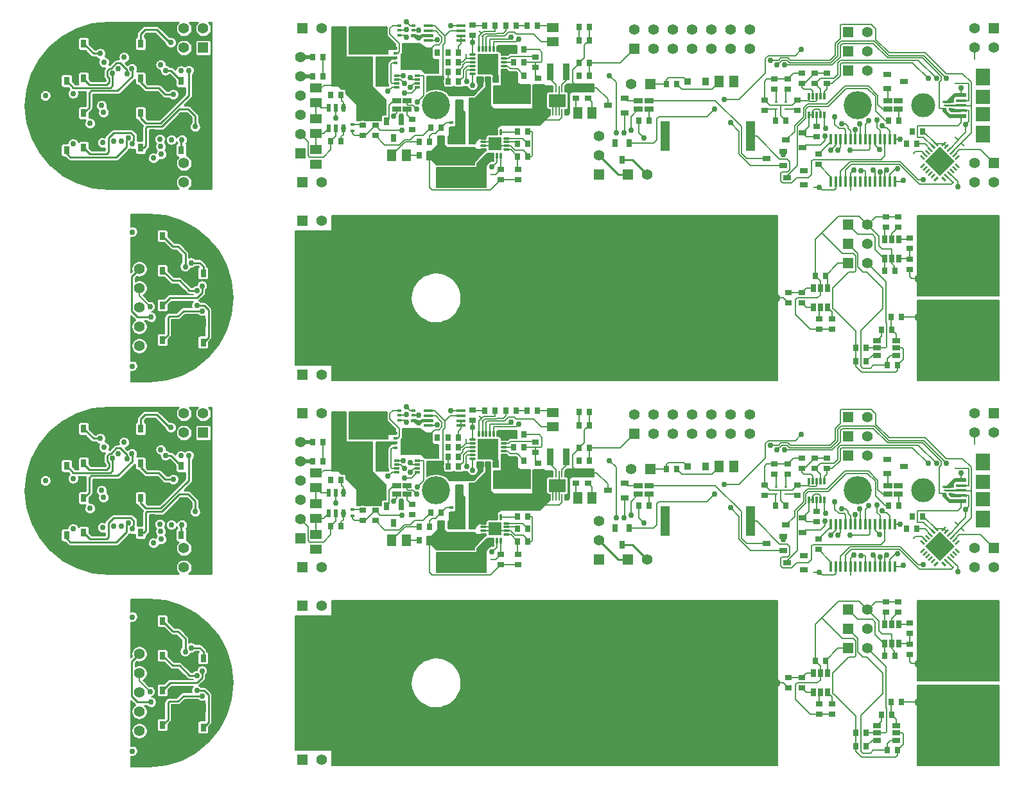
<source format=gtl>
G04 (created by PCBNEW (2013-07-07 BZR 4022)-stable) date 3/1/2014 5:06:07 PM*
%MOIN*%
G04 Gerber Fmt 3.4, Leading zero omitted, Abs format*
%FSLAX34Y34*%
G01*
G70*
G90*
G04 APERTURE LIST*
%ADD10C,0.00590551*%
%ADD11R,0.055X0.055*%
%ADD12C,0.055*%
%ADD13R,0.0512X0.059*%
%ADD14R,0.026X0.0355*%
%ADD15R,0.0354331X0.0354331*%
%ADD16R,0.0354331X0.0433071*%
%ADD17O,0.0393701X0.0110236*%
%ADD18O,0.0110236X0.0393701*%
%ADD19R,0.0669291X0.0669291*%
%ADD20C,0.029*%
%ADD21R,0.0866142X0.0669291*%
%ADD22O,0.00972441X0.0393701*%
%ADD23R,0.059X0.0512*%
%ADD24C,0.01*%
%ADD25R,0.0355X0.026*%
%ADD26R,0.031X0.043*%
%ADD27R,0.0315X0.0394*%
%ADD28C,0.146*%
%ADD29C,0.125*%
%ADD30R,0.0165354X0.00866142*%
%ADD31O,0.0110236X0.0389764*%
%ADD32O,0.0389764X0.0110236*%
%ADD33R,0.106299X0.106299*%
%ADD34C,0.023622*%
%ADD35R,0.023622X0.0165354*%
%ADD36R,0.019685X0.0137795*%
%ADD37R,0.011811X0.015748*%
%ADD38R,0.0779528X0.0964567*%
%ADD39R,0.0169291X0.0149606*%
%ADD40R,0.0275591X0.011811*%
%ADD41R,0.023622X0.0433071*%
%ADD42R,0.0137795X0.00984252*%
%ADD43R,0.011811X0.0324803*%
%ADD44R,0.021X0.016*%
%ADD45R,0.0354331X0.0866142*%
%ADD46R,0.185039X0.0826772*%
%ADD47R,0.045X0.025*%
%ADD48R,0.05X0.015*%
%ADD49R,0.0394X0.0315*%
%ADD50R,0.0276X0.0394*%
%ADD51R,0.0394X0.0276*%
%ADD52R,0.0472441X0.15748*%
%ADD53R,0.0551181X0.0547244*%
%ADD54R,0.191339X0.132283*%
%ADD55C,0.015*%
%ADD56R,0.0165X0.0579*%
%ADD57R,0.0551181X0.015748*%
%ADD58R,0.0748031X0.0728346*%
%ADD59R,0.0748031X0.0905512*%
%ADD60C,0.03*%
%ADD61C,0.006*%
%ADD62C,0.01*%
%ADD63C,0.02*%
G04 APERTURE END LIST*
G54D10*
G54D11*
X32300Y37950D03*
G54D12*
X32300Y38950D03*
X33300Y37950D03*
X33300Y38950D03*
X34300Y37950D03*
X34300Y38950D03*
X35300Y37950D03*
X35300Y38950D03*
X36300Y37950D03*
X36300Y38950D03*
X37300Y37950D03*
X37300Y38950D03*
X38300Y37950D03*
X38300Y38950D03*
G54D13*
X36698Y36246D03*
X37448Y36246D03*
G54D14*
X33951Y36128D03*
X34486Y36128D03*
G54D15*
X35045Y36246D03*
G54D16*
X35990Y36246D03*
G54D11*
X33116Y36128D03*
G54D12*
X32116Y36128D03*
G54D11*
X6600Y27500D03*
G54D12*
X6600Y26500D03*
X6600Y25500D03*
X6600Y24500D03*
X6600Y23500D03*
X6600Y22500D03*
G54D11*
X9900Y38000D03*
G54D12*
X8900Y38000D03*
X8900Y39000D03*
X9900Y39000D03*
G54D11*
X9900Y31000D03*
G54D12*
X8900Y31000D03*
X8900Y32000D03*
X9900Y32000D03*
G54D17*
X25658Y32704D03*
X25658Y32901D03*
X25658Y33098D03*
X25658Y33295D03*
X24441Y33295D03*
X24441Y33098D03*
X24441Y32901D03*
X24441Y32704D03*
G54D18*
X24754Y32391D03*
X24951Y32391D03*
X25148Y32391D03*
X25345Y32391D03*
X25345Y33608D03*
X25148Y33608D03*
X24951Y33608D03*
X24754Y33608D03*
G54D19*
X25050Y33000D03*
G54D20*
X25050Y33000D03*
X25246Y33196D03*
X25246Y32803D03*
X24853Y32803D03*
X24853Y33196D03*
G54D21*
X28300Y35250D03*
G54D20*
X28300Y35250D03*
X28103Y35053D03*
X28103Y35446D03*
X28496Y35446D03*
X28496Y35053D03*
G54D22*
X28378Y35858D03*
X28221Y35858D03*
X28063Y35858D03*
X27906Y35858D03*
X28693Y35858D03*
X28536Y35858D03*
X27906Y34641D03*
X28063Y34641D03*
X28221Y34641D03*
X28378Y34641D03*
X28536Y34641D03*
X28693Y34641D03*
G54D23*
X15750Y32700D03*
X15750Y31950D03*
X15750Y34300D03*
X15750Y33550D03*
X15750Y35900D03*
X15750Y35150D03*
G54D24*
X24600Y38400D03*
X23550Y37650D03*
X23550Y37250D03*
X43525Y30625D03*
X47350Y33000D03*
X48850Y31000D03*
X41625Y30750D03*
X23750Y35650D03*
X48950Y33350D03*
X49400Y32900D03*
X48950Y36150D03*
X48650Y34450D03*
X46800Y32500D03*
X49950Y37400D03*
X24250Y38850D03*
X24400Y38600D03*
X24600Y35650D03*
X49050Y31100D03*
X24850Y31400D03*
G54D14*
X16532Y35550D03*
X17067Y35550D03*
X16532Y33150D03*
X17067Y33150D03*
G54D25*
X40300Y24732D03*
X40300Y25267D03*
X41650Y36667D03*
X41650Y36132D03*
X42300Y36667D03*
X42300Y36132D03*
X39550Y35832D03*
X39550Y36367D03*
G54D14*
X39632Y34200D03*
X40167Y34200D03*
G54D25*
X40250Y35832D03*
X40250Y36367D03*
G54D14*
X46017Y34200D03*
X45482Y34200D03*
X33067Y34200D03*
X32532Y34200D03*
G54D25*
X20750Y34267D03*
X20750Y33732D03*
X45350Y28682D03*
X45350Y29217D03*
G54D14*
X44317Y21700D03*
X43782Y21700D03*
G54D25*
X42550Y23917D03*
X42550Y23382D03*
X46600Y26482D03*
X46600Y27017D03*
G54D14*
X46167Y24000D03*
X45632Y24000D03*
X29432Y37200D03*
X29967Y37200D03*
X46432Y33000D03*
X46967Y33000D03*
G54D25*
X23900Y39167D03*
X23900Y38632D03*
G54D14*
X24532Y39150D03*
X25067Y39150D03*
X26167Y39150D03*
X25632Y39150D03*
G54D25*
X18850Y33432D03*
X18850Y33967D03*
X18200Y33432D03*
X18200Y33967D03*
G54D14*
X21667Y33100D03*
X21132Y33100D03*
X22632Y36250D03*
X23167Y36250D03*
X22632Y37250D03*
X23167Y37250D03*
X26732Y39150D03*
X27267Y39150D03*
X23167Y36750D03*
X22632Y36750D03*
X21732Y33850D03*
X22267Y33850D03*
X26232Y32350D03*
X26767Y32350D03*
G54D25*
X26250Y31132D03*
X26250Y31667D03*
G54D14*
X16117Y36500D03*
X15582Y36500D03*
G54D25*
X25350Y31132D03*
X25350Y31667D03*
G54D14*
X21667Y32400D03*
X21132Y32400D03*
G54D25*
X29900Y35382D03*
X29900Y35917D03*
X41000Y24732D03*
X41000Y25267D03*
X41750Y33917D03*
X41750Y33382D03*
X41000Y36132D03*
X41000Y36667D03*
G54D14*
X45282Y26400D03*
X45817Y26400D03*
G54D25*
X40750Y34732D03*
X40750Y35267D03*
X41850Y31932D03*
X41850Y32467D03*
X39050Y34732D03*
X39050Y35267D03*
X46000Y28682D03*
X46000Y29217D03*
X41900Y23917D03*
X41900Y23382D03*
G54D14*
X45407Y21500D03*
X45942Y21500D03*
X44317Y22400D03*
X43782Y22400D03*
X45132Y23350D03*
X45667Y23350D03*
X42217Y26150D03*
X41682Y26150D03*
G54D25*
X46600Y28117D03*
X46600Y27582D03*
G54D14*
X29942Y38375D03*
X29407Y38375D03*
X29942Y39075D03*
X29407Y39075D03*
X29967Y36550D03*
X29432Y36550D03*
X21532Y37750D03*
X22067Y37750D03*
X47267Y33650D03*
X46732Y33650D03*
X26032Y37900D03*
X26567Y37900D03*
G54D25*
X27150Y37517D03*
X27150Y36982D03*
X23200Y35667D03*
X23200Y35132D03*
G54D14*
X26032Y36550D03*
X26567Y36550D03*
X26032Y37250D03*
X26567Y37250D03*
X23867Y34500D03*
X23332Y34500D03*
X23867Y33850D03*
X23332Y33850D03*
X23167Y37750D03*
X22632Y37750D03*
G54D25*
X29250Y35917D03*
X29250Y35382D03*
G54D14*
X22232Y33200D03*
X22767Y33200D03*
X26232Y33650D03*
X26767Y33650D03*
X26232Y33000D03*
X26767Y33000D03*
X23867Y33200D03*
X23332Y33200D03*
X16117Y37500D03*
X15582Y37500D03*
G54D25*
X27300Y35882D03*
X27300Y36417D03*
G54D26*
X4295Y36411D03*
X3695Y36411D03*
X3695Y35381D03*
X4295Y35381D03*
X2204Y36288D03*
X2804Y36288D03*
X2804Y37318D03*
X2204Y37318D03*
X9304Y22688D03*
X9904Y22688D03*
X9904Y23718D03*
X9304Y23718D03*
X8395Y24611D03*
X7795Y24611D03*
X7795Y23581D03*
X8395Y23581D03*
X8395Y28211D03*
X7795Y28211D03*
X7795Y27181D03*
X8395Y27181D03*
X9304Y26288D03*
X9904Y26288D03*
X9904Y27318D03*
X9304Y27318D03*
X4295Y34611D03*
X3695Y34611D03*
X3695Y33581D03*
X4295Y33581D03*
X2204Y32688D03*
X2804Y32688D03*
X2804Y33718D03*
X2204Y33718D03*
X7245Y38211D03*
X6645Y38211D03*
X6645Y37181D03*
X7245Y37181D03*
X7245Y34611D03*
X6645Y34611D03*
X6645Y33581D03*
X7245Y33581D03*
X8154Y36288D03*
X8754Y36288D03*
X8754Y37318D03*
X8154Y37318D03*
X8395Y22811D03*
X7795Y22811D03*
X7795Y21781D03*
X8395Y21781D03*
X4295Y32811D03*
X3695Y32811D03*
X3695Y31781D03*
X4295Y31781D03*
X8395Y26411D03*
X7795Y26411D03*
X7795Y25381D03*
X8395Y25381D03*
X7245Y36411D03*
X6645Y36411D03*
X6645Y35381D03*
X7245Y35381D03*
X7245Y32811D03*
X6645Y32811D03*
X6645Y31781D03*
X7245Y31781D03*
X4295Y38211D03*
X3695Y38211D03*
X3695Y37181D03*
X4295Y37181D03*
X8154Y32688D03*
X8754Y32688D03*
X8754Y33718D03*
X8154Y33718D03*
G54D11*
X31950Y31400D03*
G54D12*
X32950Y31400D03*
G54D11*
X30450Y31400D03*
G54D12*
X30450Y32400D03*
X30450Y33400D03*
G54D27*
X31650Y32167D03*
X31275Y33033D03*
X32025Y33033D03*
G54D28*
X22000Y35000D03*
X43900Y35000D03*
G54D29*
X18600Y35000D03*
X47300Y35000D03*
G54D30*
X48677Y34842D03*
X48677Y35000D03*
X48677Y35157D03*
X48422Y35157D03*
X48422Y35000D03*
X48422Y34842D03*
G54D31*
X25192Y37955D03*
X24995Y37955D03*
X24798Y37955D03*
X24601Y37955D03*
X24404Y37955D03*
X24207Y37955D03*
X24207Y36344D03*
X24404Y36344D03*
X24601Y36344D03*
X24798Y36344D03*
X24995Y36344D03*
X25192Y36344D03*
G54D32*
X23894Y37642D03*
X23894Y37445D03*
X23894Y37248D03*
X23894Y37051D03*
X23894Y36854D03*
X23894Y36657D03*
X25505Y36657D03*
X25505Y36854D03*
X25505Y37051D03*
X25505Y37248D03*
X25505Y37445D03*
X25505Y37642D03*
G54D33*
X24700Y37150D03*
G54D34*
X25054Y36795D03*
X24700Y36795D03*
X24345Y36795D03*
X24345Y37150D03*
X24700Y37150D03*
X25054Y37150D03*
X25054Y37504D03*
X24700Y37504D03*
X24345Y37504D03*
G54D11*
X43400Y28800D03*
G54D12*
X44400Y28800D03*
G54D11*
X43400Y27800D03*
G54D12*
X44400Y27800D03*
G54D11*
X43400Y26800D03*
G54D12*
X44400Y26800D03*
G54D11*
X15050Y21000D03*
G54D12*
X16050Y21000D03*
G54D11*
X15050Y29000D03*
G54D12*
X16050Y29000D03*
G54D11*
X43400Y36800D03*
G54D12*
X44400Y36800D03*
G54D11*
X43400Y37800D03*
G54D12*
X44400Y37800D03*
G54D11*
X43400Y38800D03*
G54D12*
X44400Y38800D03*
G54D11*
X15050Y31000D03*
G54D12*
X16050Y31000D03*
G54D11*
X15050Y39000D03*
G54D12*
X16050Y39000D03*
G54D10*
G36*
X49186Y32371D02*
X48992Y32176D01*
X48922Y32246D01*
X49117Y32441D01*
X49186Y32371D01*
X49186Y32371D01*
G37*
G36*
X49047Y32510D02*
X48852Y32315D01*
X48783Y32385D01*
X48978Y32580D01*
X49047Y32510D01*
X49047Y32510D01*
G37*
G36*
X48908Y32649D02*
X48713Y32454D01*
X48644Y32524D01*
X48839Y32719D01*
X48908Y32649D01*
X48908Y32649D01*
G37*
G36*
X48769Y32789D02*
X48574Y32594D01*
X48504Y32663D01*
X48699Y32858D01*
X48769Y32789D01*
X48769Y32789D01*
G37*
G36*
X48630Y32928D02*
X48435Y32733D01*
X48365Y32802D01*
X48560Y32997D01*
X48630Y32928D01*
X48630Y32928D01*
G37*
G36*
X48491Y33067D02*
X48296Y32872D01*
X48226Y32942D01*
X48421Y33136D01*
X48491Y33067D01*
X48491Y33067D01*
G37*
G36*
X47377Y31953D02*
X47182Y31758D01*
X47113Y31828D01*
X47307Y32023D01*
X47377Y31953D01*
X47377Y31953D01*
G37*
G36*
X47516Y31814D02*
X47321Y31619D01*
X47252Y31689D01*
X47447Y31884D01*
X47516Y31814D01*
X47516Y31814D01*
G37*
G36*
X47655Y31675D02*
X47460Y31480D01*
X47391Y31550D01*
X47586Y31745D01*
X47655Y31675D01*
X47655Y31675D01*
G37*
G36*
X47795Y31536D02*
X47600Y31341D01*
X47530Y31410D01*
X47725Y31605D01*
X47795Y31536D01*
X47795Y31536D01*
G37*
G36*
X47934Y31397D02*
X47739Y31202D01*
X47669Y31271D01*
X47864Y31466D01*
X47934Y31397D01*
X47934Y31397D01*
G37*
G36*
X48073Y31257D02*
X47878Y31063D01*
X47808Y31132D01*
X48003Y31327D01*
X48073Y31257D01*
X48073Y31257D01*
G37*
G36*
X47878Y33136D02*
X48073Y32942D01*
X48003Y32872D01*
X47808Y33067D01*
X47878Y33136D01*
X47878Y33136D01*
G37*
G36*
X47739Y32997D02*
X47934Y32802D01*
X47864Y32733D01*
X47669Y32928D01*
X47739Y32997D01*
X47739Y32997D01*
G37*
G36*
X47600Y32858D02*
X47795Y32663D01*
X47725Y32594D01*
X47530Y32789D01*
X47600Y32858D01*
X47600Y32858D01*
G37*
G36*
X47460Y32719D02*
X47655Y32524D01*
X47586Y32454D01*
X47391Y32649D01*
X47460Y32719D01*
X47460Y32719D01*
G37*
G36*
X47321Y32580D02*
X47516Y32385D01*
X47447Y32315D01*
X47252Y32510D01*
X47321Y32580D01*
X47321Y32580D01*
G37*
G36*
X47182Y32441D02*
X47377Y32246D01*
X47307Y32176D01*
X47113Y32371D01*
X47182Y32441D01*
X47182Y32441D01*
G37*
G36*
X48296Y31327D02*
X48491Y31132D01*
X48421Y31063D01*
X48226Y31257D01*
X48296Y31327D01*
X48296Y31327D01*
G37*
G36*
X48435Y31466D02*
X48630Y31271D01*
X48560Y31202D01*
X48365Y31397D01*
X48435Y31466D01*
X48435Y31466D01*
G37*
G36*
X48574Y31605D02*
X48769Y31410D01*
X48699Y31341D01*
X48504Y31536D01*
X48574Y31605D01*
X48574Y31605D01*
G37*
G36*
X48713Y31745D02*
X48908Y31550D01*
X48839Y31480D01*
X48644Y31675D01*
X48713Y31745D01*
X48713Y31745D01*
G37*
G36*
X48852Y31884D02*
X49047Y31689D01*
X48978Y31619D01*
X48783Y31814D01*
X48852Y31884D01*
X48852Y31884D01*
G37*
G36*
X48992Y32023D02*
X49186Y31828D01*
X49117Y31758D01*
X48922Y31953D01*
X48992Y32023D01*
X48992Y32023D01*
G37*
G36*
X48915Y32100D02*
X48150Y31334D01*
X47384Y32100D01*
X48150Y32865D01*
X48915Y32100D01*
X48915Y32100D01*
G37*
G54D11*
X50950Y32000D03*
G54D12*
X49950Y32000D03*
X49950Y31000D03*
X50950Y31000D03*
G54D11*
X50950Y39000D03*
G54D12*
X49950Y39000D03*
X49950Y38000D03*
X50950Y38000D03*
G54D35*
X20824Y38644D03*
X20824Y38900D03*
X20824Y39155D03*
X20075Y39155D03*
X20075Y38900D03*
X20075Y38644D03*
G54D36*
X19898Y37983D03*
X19898Y37727D03*
X19898Y37472D03*
X19898Y37216D03*
G54D37*
X21040Y37983D03*
X21040Y37727D03*
X21040Y37472D03*
X21040Y37216D03*
G54D38*
X20591Y37600D03*
G54D39*
X20450Y38157D03*
X20450Y37042D03*
G54D40*
X21031Y35954D03*
X21031Y36151D03*
X21031Y36348D03*
X21031Y36545D03*
X19968Y36545D03*
X19968Y36348D03*
X19968Y36151D03*
X19968Y35954D03*
G54D41*
X17174Y34881D03*
X16800Y34881D03*
X16425Y34881D03*
X16425Y33818D03*
X16800Y33818D03*
X17174Y33818D03*
G54D42*
X40155Y34803D03*
X40155Y35000D03*
X40155Y35196D03*
X39644Y35196D03*
X39644Y34803D03*
G54D43*
X41356Y34511D03*
X41553Y34511D03*
X41750Y34511D03*
X41946Y34511D03*
X42143Y34511D03*
X42143Y35488D03*
X41946Y35488D03*
X41750Y35488D03*
X41553Y35488D03*
X41356Y35488D03*
G54D44*
X17650Y33690D03*
X17650Y34010D03*
X22800Y34110D03*
X22800Y33790D03*
G54D11*
X14950Y32500D03*
G54D12*
X14950Y33500D03*
X14950Y34500D03*
X14950Y35500D03*
X14950Y36500D03*
X14950Y37500D03*
G54D23*
X21850Y36250D03*
X21850Y37000D03*
G54D45*
X28750Y36750D03*
X27923Y36750D03*
G54D46*
X25900Y35600D03*
X25900Y34379D03*
X23000Y31150D03*
X23000Y32370D03*
G54D13*
X20450Y32400D03*
X19700Y32400D03*
G54D23*
X28050Y39050D03*
X28050Y38300D03*
G54D13*
X30100Y34600D03*
X29350Y34600D03*
G54D47*
X45450Y34800D03*
X46000Y34800D03*
X46000Y35250D03*
X45450Y35250D03*
X32500Y34800D03*
X33050Y34800D03*
X33050Y35250D03*
X32500Y35250D03*
X19950Y34800D03*
X20500Y34800D03*
X20500Y35250D03*
X19950Y35250D03*
G54D48*
X23300Y38366D03*
X23300Y38622D03*
X23300Y38878D03*
X23300Y39134D03*
X21600Y39134D03*
X21600Y38878D03*
X21600Y38622D03*
X21600Y38366D03*
G54D27*
X19800Y33317D03*
X19425Y34183D03*
X20175Y34183D03*
G54D49*
X30917Y35000D03*
X31783Y35375D03*
X31783Y34625D03*
X39167Y32250D03*
X40033Y32625D03*
X40033Y31875D03*
X40217Y31250D03*
X41083Y31625D03*
X41083Y30875D03*
X40167Y33200D03*
X41033Y33575D03*
X41033Y32825D03*
X46283Y36250D03*
X45417Y35875D03*
X45417Y36625D03*
G54D50*
X45275Y28050D03*
X45650Y28050D03*
X46025Y28050D03*
X46025Y27050D03*
X45650Y27050D03*
X45275Y27050D03*
G54D51*
X44900Y22025D03*
X44900Y22400D03*
X44900Y22775D03*
X45900Y22775D03*
X45900Y22400D03*
X45900Y22025D03*
G54D50*
X42325Y24500D03*
X41950Y24500D03*
X41575Y24500D03*
X41575Y25500D03*
X41950Y25500D03*
X42325Y25500D03*
G54D52*
X38304Y33400D03*
X33895Y33400D03*
G54D53*
X16950Y38700D03*
X16950Y37975D03*
G54D54*
X18517Y38337D03*
G54D53*
X19200Y36400D03*
X19200Y37124D03*
G54D54*
X17632Y36762D03*
G54D55*
X46950Y26000D03*
X46950Y24000D03*
X39750Y25000D03*
G54D56*
X44022Y31048D03*
X44278Y31048D03*
X44534Y31048D03*
X44790Y31048D03*
X43258Y33250D03*
X43254Y31048D03*
X43510Y31048D03*
X43766Y31048D03*
X45046Y33252D03*
X44790Y33252D03*
X44534Y33252D03*
X44278Y33252D03*
X44022Y33252D03*
X43766Y33252D03*
X45046Y31048D03*
X43510Y33250D03*
X42998Y31048D03*
X45302Y31048D03*
X45302Y33252D03*
X42998Y33252D03*
X42743Y31048D03*
X45557Y31048D03*
X45557Y33252D03*
X42743Y33252D03*
X42487Y31048D03*
X45813Y31048D03*
X45813Y33252D03*
X42487Y33252D03*
G54D57*
X49250Y34488D03*
X49250Y34744D03*
X49250Y35000D03*
X49250Y35255D03*
X49250Y35511D03*
G54D58*
X50372Y34557D03*
X50372Y35442D03*
G54D59*
X50372Y33523D03*
X50372Y36476D03*
G54D57*
X49250Y14488D03*
X49250Y14744D03*
X49250Y15000D03*
X49250Y15255D03*
X49250Y15511D03*
G54D58*
X50372Y14557D03*
X50372Y15442D03*
G54D59*
X50372Y13523D03*
X50372Y16476D03*
G54D56*
X44022Y11048D03*
X44278Y11048D03*
X44534Y11048D03*
X44790Y11048D03*
X43258Y13250D03*
X43254Y11048D03*
X43510Y11048D03*
X43766Y11048D03*
X45046Y13252D03*
X44790Y13252D03*
X44534Y13252D03*
X44278Y13252D03*
X44022Y13252D03*
X43766Y13252D03*
X45046Y11048D03*
X43510Y13250D03*
X42998Y11048D03*
X45302Y11048D03*
X45302Y13252D03*
X42998Y13252D03*
X42743Y11048D03*
X45557Y11048D03*
X45557Y13252D03*
X42743Y13252D03*
X42487Y11048D03*
X45813Y11048D03*
X45813Y13252D03*
X42487Y13252D03*
G54D55*
X39750Y5000D03*
X46950Y4000D03*
X46950Y6000D03*
G54D53*
X19200Y16400D03*
X19200Y17124D03*
G54D54*
X17632Y16762D03*
G54D53*
X16950Y18700D03*
X16950Y17975D03*
G54D54*
X18517Y18337D03*
G54D52*
X38304Y13400D03*
X33895Y13400D03*
G54D50*
X42325Y4500D03*
X41950Y4500D03*
X41575Y4500D03*
X41575Y5500D03*
X41950Y5500D03*
X42325Y5500D03*
G54D51*
X44900Y2025D03*
X44900Y2400D03*
X44900Y2775D03*
X45900Y2775D03*
X45900Y2400D03*
X45900Y2025D03*
G54D50*
X45275Y8050D03*
X45650Y8050D03*
X46025Y8050D03*
X46025Y7050D03*
X45650Y7050D03*
X45275Y7050D03*
G54D49*
X46283Y16250D03*
X45417Y15875D03*
X45417Y16625D03*
X40167Y13200D03*
X41033Y13575D03*
X41033Y12825D03*
X40217Y11250D03*
X41083Y11625D03*
X41083Y10875D03*
X39167Y12250D03*
X40033Y12625D03*
X40033Y11875D03*
X30917Y15000D03*
X31783Y15375D03*
X31783Y14625D03*
G54D27*
X19800Y13317D03*
X19425Y14183D03*
X20175Y14183D03*
G54D48*
X23300Y18366D03*
X23300Y18622D03*
X23300Y18878D03*
X23300Y19134D03*
X21600Y19134D03*
X21600Y18878D03*
X21600Y18622D03*
X21600Y18366D03*
G54D47*
X19950Y14800D03*
X20500Y14800D03*
X20500Y15250D03*
X19950Y15250D03*
X32500Y14800D03*
X33050Y14800D03*
X33050Y15250D03*
X32500Y15250D03*
X45450Y14800D03*
X46000Y14800D03*
X46000Y15250D03*
X45450Y15250D03*
G54D13*
X30100Y14600D03*
X29350Y14600D03*
G54D23*
X28050Y19050D03*
X28050Y18300D03*
G54D13*
X20450Y12400D03*
X19700Y12400D03*
G54D46*
X23000Y11150D03*
X23000Y12370D03*
X25900Y15600D03*
X25900Y14379D03*
G54D45*
X28750Y16750D03*
X27923Y16750D03*
G54D23*
X21850Y16250D03*
X21850Y17000D03*
G54D11*
X32300Y17950D03*
G54D12*
X32300Y18950D03*
X33300Y17950D03*
X33300Y18950D03*
X34300Y17950D03*
X34300Y18950D03*
X35300Y17950D03*
X35300Y18950D03*
X36300Y17950D03*
X36300Y18950D03*
X37300Y17950D03*
X37300Y18950D03*
X38300Y17950D03*
X38300Y18950D03*
G54D11*
X14950Y12500D03*
G54D12*
X14950Y13500D03*
X14950Y14500D03*
X14950Y15500D03*
X14950Y16500D03*
X14950Y17500D03*
G54D44*
X22800Y14110D03*
X22800Y13790D03*
X17650Y13690D03*
X17650Y14010D03*
G54D43*
X41356Y14511D03*
X41553Y14511D03*
X41750Y14511D03*
X41946Y14511D03*
X42143Y14511D03*
X42143Y15488D03*
X41946Y15488D03*
X41750Y15488D03*
X41553Y15488D03*
X41356Y15488D03*
G54D42*
X40155Y14803D03*
X40155Y15000D03*
X40155Y15196D03*
X39644Y15196D03*
X39644Y14803D03*
G54D41*
X17174Y14881D03*
X16800Y14881D03*
X16425Y14881D03*
X16425Y13818D03*
X16800Y13818D03*
X17174Y13818D03*
G54D40*
X21031Y15954D03*
X21031Y16151D03*
X21031Y16348D03*
X21031Y16545D03*
X19968Y16545D03*
X19968Y16348D03*
X19968Y16151D03*
X19968Y15954D03*
G54D36*
X19898Y17983D03*
X19898Y17727D03*
X19898Y17472D03*
X19898Y17216D03*
G54D37*
X21040Y17983D03*
X21040Y17727D03*
X21040Y17472D03*
X21040Y17216D03*
G54D38*
X20591Y17600D03*
G54D39*
X20450Y18157D03*
X20450Y17042D03*
G54D35*
X20824Y18644D03*
X20824Y18900D03*
X20824Y19155D03*
X20075Y19155D03*
X20075Y18900D03*
X20075Y18644D03*
G54D11*
X50950Y19000D03*
G54D12*
X49950Y19000D03*
X49950Y18000D03*
X50950Y18000D03*
G54D11*
X50950Y12000D03*
G54D12*
X49950Y12000D03*
X49950Y11000D03*
X50950Y11000D03*
G54D10*
G36*
X49186Y12371D02*
X48992Y12176D01*
X48922Y12246D01*
X49117Y12441D01*
X49186Y12371D01*
X49186Y12371D01*
G37*
G36*
X49047Y12510D02*
X48852Y12315D01*
X48783Y12385D01*
X48978Y12580D01*
X49047Y12510D01*
X49047Y12510D01*
G37*
G36*
X48908Y12649D02*
X48713Y12454D01*
X48644Y12524D01*
X48839Y12719D01*
X48908Y12649D01*
X48908Y12649D01*
G37*
G36*
X48769Y12789D02*
X48574Y12594D01*
X48504Y12663D01*
X48699Y12858D01*
X48769Y12789D01*
X48769Y12789D01*
G37*
G36*
X48630Y12928D02*
X48435Y12733D01*
X48365Y12802D01*
X48560Y12997D01*
X48630Y12928D01*
X48630Y12928D01*
G37*
G36*
X48491Y13067D02*
X48296Y12872D01*
X48226Y12942D01*
X48421Y13136D01*
X48491Y13067D01*
X48491Y13067D01*
G37*
G36*
X47377Y11953D02*
X47182Y11758D01*
X47113Y11828D01*
X47307Y12023D01*
X47377Y11953D01*
X47377Y11953D01*
G37*
G36*
X47516Y11814D02*
X47321Y11619D01*
X47252Y11689D01*
X47447Y11884D01*
X47516Y11814D01*
X47516Y11814D01*
G37*
G36*
X47655Y11675D02*
X47460Y11480D01*
X47391Y11550D01*
X47586Y11745D01*
X47655Y11675D01*
X47655Y11675D01*
G37*
G36*
X47795Y11536D02*
X47600Y11341D01*
X47530Y11410D01*
X47725Y11605D01*
X47795Y11536D01*
X47795Y11536D01*
G37*
G36*
X47934Y11397D02*
X47739Y11202D01*
X47669Y11271D01*
X47864Y11466D01*
X47934Y11397D01*
X47934Y11397D01*
G37*
G36*
X48073Y11257D02*
X47878Y11063D01*
X47808Y11132D01*
X48003Y11327D01*
X48073Y11257D01*
X48073Y11257D01*
G37*
G36*
X47878Y13136D02*
X48073Y12942D01*
X48003Y12872D01*
X47808Y13067D01*
X47878Y13136D01*
X47878Y13136D01*
G37*
G36*
X47739Y12997D02*
X47934Y12802D01*
X47864Y12733D01*
X47669Y12928D01*
X47739Y12997D01*
X47739Y12997D01*
G37*
G36*
X47600Y12858D02*
X47795Y12663D01*
X47725Y12594D01*
X47530Y12789D01*
X47600Y12858D01*
X47600Y12858D01*
G37*
G36*
X47460Y12719D02*
X47655Y12524D01*
X47586Y12454D01*
X47391Y12649D01*
X47460Y12719D01*
X47460Y12719D01*
G37*
G36*
X47321Y12580D02*
X47516Y12385D01*
X47447Y12315D01*
X47252Y12510D01*
X47321Y12580D01*
X47321Y12580D01*
G37*
G36*
X47182Y12441D02*
X47377Y12246D01*
X47307Y12176D01*
X47113Y12371D01*
X47182Y12441D01*
X47182Y12441D01*
G37*
G36*
X48296Y11327D02*
X48491Y11132D01*
X48421Y11063D01*
X48226Y11257D01*
X48296Y11327D01*
X48296Y11327D01*
G37*
G36*
X48435Y11466D02*
X48630Y11271D01*
X48560Y11202D01*
X48365Y11397D01*
X48435Y11466D01*
X48435Y11466D01*
G37*
G36*
X48574Y11605D02*
X48769Y11410D01*
X48699Y11341D01*
X48504Y11536D01*
X48574Y11605D01*
X48574Y11605D01*
G37*
G36*
X48713Y11745D02*
X48908Y11550D01*
X48839Y11480D01*
X48644Y11675D01*
X48713Y11745D01*
X48713Y11745D01*
G37*
G36*
X48852Y11884D02*
X49047Y11689D01*
X48978Y11619D01*
X48783Y11814D01*
X48852Y11884D01*
X48852Y11884D01*
G37*
G36*
X48992Y12023D02*
X49186Y11828D01*
X49117Y11758D01*
X48922Y11953D01*
X48992Y12023D01*
X48992Y12023D01*
G37*
G36*
X48915Y12100D02*
X48150Y11334D01*
X47384Y12100D01*
X48150Y12865D01*
X48915Y12100D01*
X48915Y12100D01*
G37*
G54D11*
X15050Y19000D03*
G54D12*
X16050Y19000D03*
G54D11*
X15050Y11000D03*
G54D12*
X16050Y11000D03*
G54D11*
X43400Y18800D03*
G54D12*
X44400Y18800D03*
G54D11*
X43400Y17800D03*
G54D12*
X44400Y17800D03*
G54D11*
X43400Y16800D03*
G54D12*
X44400Y16800D03*
G54D11*
X15050Y9000D03*
G54D12*
X16050Y9000D03*
G54D11*
X15050Y1000D03*
G54D12*
X16050Y1000D03*
G54D11*
X43400Y6800D03*
G54D12*
X44400Y6800D03*
G54D11*
X43400Y7800D03*
G54D12*
X44400Y7800D03*
G54D11*
X43400Y8800D03*
G54D12*
X44400Y8800D03*
G54D31*
X25192Y17955D03*
X24995Y17955D03*
X24798Y17955D03*
X24601Y17955D03*
X24404Y17955D03*
X24207Y17955D03*
X24207Y16344D03*
X24404Y16344D03*
X24601Y16344D03*
X24798Y16344D03*
X24995Y16344D03*
X25192Y16344D03*
G54D32*
X23894Y17642D03*
X23894Y17445D03*
X23894Y17248D03*
X23894Y17051D03*
X23894Y16854D03*
X23894Y16657D03*
X25505Y16657D03*
X25505Y16854D03*
X25505Y17051D03*
X25505Y17248D03*
X25505Y17445D03*
X25505Y17642D03*
G54D33*
X24700Y17150D03*
G54D34*
X25054Y16795D03*
X24700Y16795D03*
X24345Y16795D03*
X24345Y17150D03*
X24700Y17150D03*
X25054Y17150D03*
X25054Y17504D03*
X24700Y17504D03*
X24345Y17504D03*
G54D30*
X48677Y14842D03*
X48677Y15000D03*
X48677Y15157D03*
X48422Y15157D03*
X48422Y15000D03*
X48422Y14842D03*
G54D28*
X22000Y15000D03*
X43900Y15000D03*
G54D29*
X18600Y15000D03*
X47300Y15000D03*
G54D27*
X31650Y12167D03*
X31275Y13033D03*
X32025Y13033D03*
G54D11*
X30450Y11400D03*
G54D12*
X30450Y12400D03*
X30450Y13400D03*
G54D11*
X31950Y11400D03*
G54D12*
X32950Y11400D03*
G54D26*
X8154Y12688D03*
X8754Y12688D03*
X8754Y13718D03*
X8154Y13718D03*
X4295Y18211D03*
X3695Y18211D03*
X3695Y17181D03*
X4295Y17181D03*
X7245Y12811D03*
X6645Y12811D03*
X6645Y11781D03*
X7245Y11781D03*
X7245Y16411D03*
X6645Y16411D03*
X6645Y15381D03*
X7245Y15381D03*
X8395Y6411D03*
X7795Y6411D03*
X7795Y5381D03*
X8395Y5381D03*
X4295Y12811D03*
X3695Y12811D03*
X3695Y11781D03*
X4295Y11781D03*
X8395Y2811D03*
X7795Y2811D03*
X7795Y1781D03*
X8395Y1781D03*
X8154Y16288D03*
X8754Y16288D03*
X8754Y17318D03*
X8154Y17318D03*
X7245Y14611D03*
X6645Y14611D03*
X6645Y13581D03*
X7245Y13581D03*
X7245Y18211D03*
X6645Y18211D03*
X6645Y17181D03*
X7245Y17181D03*
X2204Y12688D03*
X2804Y12688D03*
X2804Y13718D03*
X2204Y13718D03*
X4295Y14611D03*
X3695Y14611D03*
X3695Y13581D03*
X4295Y13581D03*
X9304Y6288D03*
X9904Y6288D03*
X9904Y7318D03*
X9304Y7318D03*
X8395Y8211D03*
X7795Y8211D03*
X7795Y7181D03*
X8395Y7181D03*
X8395Y4611D03*
X7795Y4611D03*
X7795Y3581D03*
X8395Y3581D03*
X9304Y2688D03*
X9904Y2688D03*
X9904Y3718D03*
X9304Y3718D03*
X2204Y16288D03*
X2804Y16288D03*
X2804Y17318D03*
X2204Y17318D03*
X4295Y16411D03*
X3695Y16411D03*
X3695Y15381D03*
X4295Y15381D03*
G54D25*
X27300Y15882D03*
X27300Y16417D03*
G54D14*
X16117Y17500D03*
X15582Y17500D03*
X23867Y13200D03*
X23332Y13200D03*
X26232Y13000D03*
X26767Y13000D03*
X26232Y13650D03*
X26767Y13650D03*
X22232Y13200D03*
X22767Y13200D03*
G54D25*
X29250Y15917D03*
X29250Y15382D03*
G54D14*
X23167Y17750D03*
X22632Y17750D03*
X23867Y13850D03*
X23332Y13850D03*
X23867Y14500D03*
X23332Y14500D03*
X26032Y17250D03*
X26567Y17250D03*
X26032Y16550D03*
X26567Y16550D03*
G54D25*
X23200Y15667D03*
X23200Y15132D03*
X27150Y17517D03*
X27150Y16982D03*
G54D14*
X26032Y17900D03*
X26567Y17900D03*
X47267Y13650D03*
X46732Y13650D03*
X21532Y17750D03*
X22067Y17750D03*
X29967Y16550D03*
X29432Y16550D03*
X29942Y19075D03*
X29407Y19075D03*
X29942Y18375D03*
X29407Y18375D03*
G54D25*
X46600Y8117D03*
X46600Y7582D03*
G54D14*
X42217Y6150D03*
X41682Y6150D03*
X45132Y3350D03*
X45667Y3350D03*
X44317Y2400D03*
X43782Y2400D03*
X45407Y1500D03*
X45942Y1500D03*
G54D25*
X41900Y3917D03*
X41900Y3382D03*
X46000Y8682D03*
X46000Y9217D03*
X39050Y14732D03*
X39050Y15267D03*
X41850Y11932D03*
X41850Y12467D03*
X40750Y14732D03*
X40750Y15267D03*
G54D14*
X45282Y6400D03*
X45817Y6400D03*
G54D25*
X41000Y16132D03*
X41000Y16667D03*
X41750Y13917D03*
X41750Y13382D03*
X41000Y4732D03*
X41000Y5267D03*
X29900Y15382D03*
X29900Y15917D03*
G54D14*
X21667Y12400D03*
X21132Y12400D03*
G54D25*
X25350Y11132D03*
X25350Y11667D03*
G54D14*
X16117Y16500D03*
X15582Y16500D03*
G54D25*
X26250Y11132D03*
X26250Y11667D03*
G54D14*
X26232Y12350D03*
X26767Y12350D03*
X21732Y13850D03*
X22267Y13850D03*
X23167Y16750D03*
X22632Y16750D03*
X26732Y19150D03*
X27267Y19150D03*
X22632Y17250D03*
X23167Y17250D03*
X22632Y16250D03*
X23167Y16250D03*
X21667Y13100D03*
X21132Y13100D03*
G54D25*
X18200Y13432D03*
X18200Y13967D03*
X18850Y13432D03*
X18850Y13967D03*
G54D14*
X26167Y19150D03*
X25632Y19150D03*
X24532Y19150D03*
X25067Y19150D03*
G54D25*
X23900Y19167D03*
X23900Y18632D03*
G54D14*
X46432Y13000D03*
X46967Y13000D03*
X29432Y17200D03*
X29967Y17200D03*
X46167Y4000D03*
X45632Y4000D03*
G54D25*
X46600Y6482D03*
X46600Y7017D03*
X42550Y3917D03*
X42550Y3382D03*
G54D14*
X44317Y1700D03*
X43782Y1700D03*
G54D25*
X45350Y8682D03*
X45350Y9217D03*
X20750Y14267D03*
X20750Y13732D03*
G54D14*
X33067Y14200D03*
X32532Y14200D03*
X46017Y14200D03*
X45482Y14200D03*
G54D25*
X40250Y15832D03*
X40250Y16367D03*
G54D14*
X39632Y14200D03*
X40167Y14200D03*
G54D25*
X39550Y15832D03*
X39550Y16367D03*
X42300Y16667D03*
X42300Y16132D03*
X41650Y16667D03*
X41650Y16132D03*
X40300Y4732D03*
X40300Y5267D03*
G54D14*
X16532Y13150D03*
X17067Y13150D03*
X16532Y15550D03*
X17067Y15550D03*
G54D24*
X24850Y11400D03*
X49050Y11100D03*
X24600Y15650D03*
X24400Y18600D03*
X24250Y18850D03*
X49950Y17400D03*
X46800Y12500D03*
X48650Y14450D03*
X48950Y16150D03*
X49400Y12900D03*
X48950Y13350D03*
X23750Y15650D03*
X41625Y10750D03*
X48850Y11000D03*
X47350Y13000D03*
X43525Y10625D03*
X23550Y17250D03*
X23550Y17650D03*
X24600Y18400D03*
G54D23*
X15750Y15900D03*
X15750Y15150D03*
X15750Y14300D03*
X15750Y13550D03*
X15750Y12700D03*
X15750Y11950D03*
G54D21*
X28300Y15250D03*
G54D20*
X28300Y15250D03*
X28103Y15053D03*
X28103Y15446D03*
X28496Y15446D03*
X28496Y15053D03*
G54D22*
X28378Y15858D03*
X28221Y15858D03*
X28063Y15858D03*
X27906Y15858D03*
X28693Y15858D03*
X28536Y15858D03*
X27906Y14641D03*
X28063Y14641D03*
X28221Y14641D03*
X28378Y14641D03*
X28536Y14641D03*
X28693Y14641D03*
G54D17*
X25658Y12704D03*
X25658Y12901D03*
X25658Y13098D03*
X25658Y13295D03*
X24441Y13295D03*
X24441Y13098D03*
X24441Y12901D03*
X24441Y12704D03*
G54D18*
X24754Y12391D03*
X24951Y12391D03*
X25148Y12391D03*
X25345Y12391D03*
X25345Y13608D03*
X25148Y13608D03*
X24951Y13608D03*
X24754Y13608D03*
G54D19*
X25050Y13000D03*
G54D20*
X25050Y13000D03*
X25246Y13196D03*
X25246Y12803D03*
X24853Y12803D03*
X24853Y13196D03*
G54D11*
X9900Y11000D03*
G54D12*
X8900Y11000D03*
X8900Y12000D03*
X9900Y12000D03*
G54D11*
X9900Y18000D03*
G54D12*
X8900Y18000D03*
X8900Y19000D03*
X9900Y19000D03*
G54D11*
X6600Y7500D03*
G54D12*
X6600Y6500D03*
X6600Y5500D03*
X6600Y4500D03*
X6600Y3500D03*
X6600Y2500D03*
G54D11*
X33116Y16128D03*
G54D12*
X32116Y16128D03*
G54D15*
X35045Y16246D03*
G54D16*
X35990Y16246D03*
G54D14*
X33951Y16128D03*
X34486Y16128D03*
G54D13*
X36698Y16246D03*
X37448Y16246D03*
G54D60*
X23500Y32375D03*
X23000Y32370D03*
X22500Y32375D03*
X22500Y12375D03*
X23000Y12370D03*
X23500Y12375D03*
X22050Y38400D03*
X20450Y38950D03*
X23900Y39167D03*
X26732Y39150D03*
X47267Y33650D03*
X16532Y35550D03*
X16117Y37500D03*
X19500Y35750D03*
X19800Y33317D03*
X22632Y37250D03*
X29900Y35917D03*
X46432Y33000D03*
X46283Y36250D03*
X42300Y36667D03*
X41750Y33917D03*
X41850Y31932D03*
X46000Y28682D03*
X41950Y24500D03*
X40750Y34732D03*
X4750Y37250D03*
X7700Y37125D03*
X7325Y32275D03*
X4025Y34075D03*
X7200Y24000D03*
X7200Y4000D03*
X4025Y14075D03*
X7325Y12275D03*
X7700Y17125D03*
X4750Y17250D03*
X40750Y14732D03*
X41950Y4500D03*
X46000Y8682D03*
X41850Y11932D03*
X41750Y13917D03*
X42300Y16667D03*
X46283Y16250D03*
X46432Y13000D03*
X29900Y15917D03*
X22632Y17250D03*
X19800Y13317D03*
X19500Y15750D03*
X16117Y17500D03*
X16532Y15550D03*
X47267Y13650D03*
X26732Y19150D03*
X23900Y19167D03*
X20450Y18950D03*
X22050Y18400D03*
X23894Y38275D03*
X44900Y34250D03*
X44900Y14250D03*
X23894Y18275D03*
X25632Y39150D03*
X42300Y36132D03*
X44000Y34050D03*
X47550Y36400D03*
X7150Y24550D03*
X4725Y34650D03*
X7700Y32875D03*
X7700Y12875D03*
X4725Y14650D03*
X7150Y4550D03*
X47550Y16400D03*
X44000Y14050D03*
X42300Y16132D03*
X25632Y19150D03*
X25067Y39150D03*
X41650Y36132D03*
X43750Y33750D03*
X47975Y36400D03*
X4625Y35000D03*
X7725Y32475D03*
X7725Y12475D03*
X4625Y15000D03*
X47975Y16400D03*
X43750Y13750D03*
X41650Y16132D03*
X25067Y19150D03*
X40100Y37100D03*
X26032Y37900D03*
X35990Y36246D03*
X35990Y16246D03*
X26032Y17900D03*
X40100Y17100D03*
X26300Y38450D03*
X39350Y37350D03*
X39350Y17350D03*
X26300Y18450D03*
X48475Y36400D03*
X39700Y37100D03*
X25900Y38550D03*
X49500Y34025D03*
X49500Y14025D03*
X25900Y18550D03*
X39700Y17100D03*
X48475Y16400D03*
X20350Y35650D03*
X21100Y38500D03*
X21100Y18500D03*
X20350Y15650D03*
X20300Y36550D03*
X20450Y38550D03*
X20450Y18550D03*
X20300Y16550D03*
X17174Y33818D03*
X20650Y35950D03*
X20650Y15950D03*
X17174Y13818D03*
X20350Y36150D03*
X17174Y34881D03*
X17174Y14881D03*
X20350Y16150D03*
X42700Y34400D03*
X42700Y14400D03*
X43050Y34050D03*
X43050Y14050D03*
X23167Y37750D03*
X31350Y33575D03*
X31000Y36550D03*
X41900Y30750D03*
X41900Y10750D03*
X31000Y16550D03*
X31350Y13575D03*
X23167Y17750D03*
X43675Y31650D03*
X39632Y34200D03*
X39632Y14200D03*
X43675Y11650D03*
X20175Y34450D03*
X44050Y31600D03*
X44050Y11600D03*
X20175Y14450D03*
X31750Y33575D03*
X45950Y31700D03*
X45950Y11700D03*
X31750Y13575D03*
X46250Y31100D03*
X45417Y36625D03*
X45417Y16625D03*
X46250Y11100D03*
X45050Y31550D03*
X45050Y11550D03*
X45400Y31650D03*
X45400Y11650D03*
X45150Y33950D03*
X45150Y13950D03*
X47275Y31150D03*
X49100Y30775D03*
X49100Y10775D03*
X47275Y11150D03*
X44450Y34200D03*
X36450Y34800D03*
X36950Y35300D03*
X40950Y37900D03*
X40950Y17900D03*
X36950Y15300D03*
X36450Y14800D03*
X44450Y14200D03*
X43500Y32675D03*
X42175Y33425D03*
X42175Y13425D03*
X43500Y12675D03*
X37275Y34100D03*
X45025Y32725D03*
X45025Y12725D03*
X37275Y14100D03*
X46100Y33250D03*
X41083Y30875D03*
X41083Y10875D03*
X46100Y13250D03*
X24900Y31800D03*
X23867Y33200D03*
X23867Y13200D03*
X24900Y11800D03*
X7950Y36825D03*
X7950Y16825D03*
X8225Y38275D03*
X8225Y18275D03*
X8350Y35575D03*
X8750Y36800D03*
X8750Y16800D03*
X8350Y15575D03*
X9150Y36825D03*
X9150Y16825D03*
X9475Y33900D03*
X9475Y13900D03*
X8800Y33225D03*
X8800Y13225D03*
X5800Y37507D03*
X8250Y33225D03*
X8250Y13225D03*
X5800Y17507D03*
X5200Y36675D03*
X5200Y16675D03*
X5500Y36925D03*
X4550Y37700D03*
X4550Y17700D03*
X5500Y16925D03*
X5950Y36650D03*
X5950Y16650D03*
X6200Y36925D03*
X6200Y16925D03*
X6225Y33000D03*
X6225Y13000D03*
X6025Y33300D03*
X6025Y13300D03*
X1704Y35511D03*
X5650Y33150D03*
X5650Y13150D03*
X1704Y15511D03*
X3150Y33007D03*
X5250Y33150D03*
X3150Y35625D03*
X3150Y15625D03*
X5250Y13150D03*
X3150Y13007D03*
X9275Y26825D03*
X9275Y6825D03*
X8975Y26625D03*
X8975Y6625D03*
X9575Y25375D03*
X9575Y5375D03*
X9850Y25625D03*
X9850Y5625D03*
X9850Y24325D03*
X9850Y4325D03*
X9575Y24600D03*
X9575Y4600D03*
X6225Y21450D03*
X6225Y28425D03*
X6225Y8425D03*
X6225Y1450D03*
X7650Y33250D03*
X4675Y33075D03*
X4675Y13075D03*
X7650Y13250D03*
X44700Y31650D03*
X42225Y33800D03*
X42225Y13800D03*
X44700Y11650D03*
X42475Y32675D03*
X40250Y35832D03*
X40250Y15832D03*
X42475Y12675D03*
X39550Y35832D03*
X42850Y32675D03*
X42850Y12675D03*
X39550Y15832D03*
X21100Y38900D03*
X22067Y37750D03*
X16800Y34350D03*
X19700Y32400D03*
X18200Y33967D03*
X22750Y39150D03*
X22632Y37750D03*
X22632Y36250D03*
X23332Y33850D03*
X23332Y33200D03*
X22767Y33200D03*
X26567Y37250D03*
X29432Y36550D03*
X29250Y35382D03*
X39050Y35267D03*
X41000Y36667D03*
X40750Y35267D03*
X41033Y33575D03*
X41850Y32467D03*
X49250Y35900D03*
X33895Y33400D03*
X46732Y33650D03*
X21025Y35175D03*
X41083Y31625D03*
X40025Y32450D03*
X31275Y33033D03*
X15750Y31950D03*
X29407Y38375D03*
X37448Y36246D03*
X37448Y16246D03*
X29407Y18375D03*
X15750Y11950D03*
X31275Y13033D03*
X40025Y12450D03*
X41083Y11625D03*
X21025Y15175D03*
X46732Y13650D03*
X33895Y13400D03*
X49250Y15900D03*
X41850Y12467D03*
X41033Y13575D03*
X40750Y15267D03*
X41000Y16667D03*
X39050Y15267D03*
X29250Y15382D03*
X29432Y16550D03*
X26567Y17250D03*
X22767Y13200D03*
X23332Y13200D03*
X23332Y13850D03*
X22632Y16250D03*
X22632Y17750D03*
X22750Y19150D03*
X18200Y13967D03*
X19700Y12400D03*
X16800Y14350D03*
X22067Y17750D03*
X21100Y18900D03*
X20225Y33725D03*
X23600Y36250D03*
X23600Y16250D03*
X20225Y13725D03*
X23900Y36050D03*
X22267Y33850D03*
X22267Y13850D03*
X23900Y16050D03*
X26032Y37250D03*
X21732Y33850D03*
X21732Y13850D03*
X26032Y17250D03*
X20450Y39350D03*
X20650Y36450D03*
X20650Y16450D03*
X20450Y19350D03*
X32125Y33700D03*
X19800Y34450D03*
X40167Y33200D03*
X40167Y13200D03*
X19800Y14450D03*
X32125Y13700D03*
X21000Y34800D03*
X33050Y35250D03*
X39167Y32250D03*
X46000Y35250D03*
X46000Y15250D03*
X39167Y12250D03*
X33050Y15250D03*
X21000Y14800D03*
X20750Y33732D03*
X32532Y34200D03*
X32775Y33325D03*
X40217Y31250D03*
X40217Y11250D03*
X32775Y13325D03*
X32532Y14200D03*
X20750Y13732D03*
G54D61*
X26250Y31132D02*
X25350Y31132D01*
X24817Y30600D02*
X21950Y30600D01*
X21950Y30600D02*
X21850Y30600D01*
X21850Y30600D02*
X21800Y30600D01*
X21800Y30600D02*
X21667Y30732D01*
X21667Y30732D02*
X21667Y32400D01*
X25350Y31132D02*
X24817Y30600D01*
X25350Y11132D02*
X24817Y10600D01*
X21667Y10732D02*
X21667Y12400D01*
X21800Y10600D02*
X21667Y10732D01*
X21850Y10600D02*
X21800Y10600D01*
X21950Y10600D02*
X21850Y10600D01*
X24817Y10600D02*
X21950Y10600D01*
X26250Y11132D02*
X25350Y11132D01*
X16800Y33417D02*
X16800Y33818D01*
X16532Y33150D02*
X16800Y33417D01*
X22016Y38366D02*
X22050Y38400D01*
X21600Y38366D02*
X22016Y38366D01*
X20400Y38900D02*
X20450Y38950D01*
X20075Y38900D02*
X20400Y38900D01*
X24532Y39150D02*
X23917Y39150D01*
X23917Y39150D02*
X23900Y39167D01*
X26167Y39150D02*
X26732Y39150D01*
X28735Y35900D02*
X28850Y35900D01*
X28693Y35858D02*
X28735Y35900D01*
X28751Y34700D02*
X28800Y34700D01*
X28693Y34641D02*
X28751Y34700D01*
X44900Y22400D02*
X44317Y22400D01*
X47941Y33004D02*
X48358Y33004D01*
X48358Y33004D02*
X48497Y32865D01*
X41000Y35950D02*
X41100Y35850D01*
X41100Y35850D02*
X41450Y35850D01*
X41450Y35850D02*
X41553Y35746D01*
X41553Y35746D02*
X41553Y35488D01*
X41000Y36132D02*
X41000Y35950D01*
X47267Y33650D02*
X47295Y33650D01*
X47941Y33004D02*
X47295Y33650D01*
X16117Y36500D02*
X16117Y37500D01*
X19704Y35954D02*
X19500Y35750D01*
X19968Y35954D02*
X19704Y35954D01*
X30917Y35333D02*
X30332Y35917D01*
X30332Y35917D02*
X29900Y35917D01*
X30917Y35000D02*
X30917Y35333D01*
X29700Y37467D02*
X29432Y37200D01*
X29700Y38132D02*
X29700Y37467D01*
X29942Y38375D02*
X29700Y38132D01*
X29942Y39075D02*
X29942Y38375D01*
X29432Y37182D02*
X29100Y36850D01*
X29100Y36850D02*
X29100Y36200D01*
X29100Y36200D02*
X29250Y36050D01*
X29250Y36050D02*
X29250Y35917D01*
X29432Y37200D02*
X29432Y37182D01*
X41115Y36132D02*
X41650Y36667D01*
X41000Y36132D02*
X41115Y36132D01*
X41650Y36667D02*
X42300Y36667D01*
X41750Y34511D02*
X41750Y33917D01*
X41850Y31932D02*
X42487Y31295D01*
X42487Y31048D02*
X42487Y31295D01*
X45650Y28050D02*
X45650Y28332D01*
X45650Y28332D02*
X46000Y28682D01*
X45325Y22400D02*
X45375Y22450D01*
X45375Y22450D02*
X45375Y23700D01*
X45375Y23700D02*
X45350Y23725D01*
X45350Y23725D02*
X45350Y25850D01*
X45350Y25850D02*
X44400Y26800D01*
X44900Y22400D02*
X45325Y22400D01*
X41950Y24500D02*
X41900Y24450D01*
X41900Y23917D02*
X41900Y24450D01*
X40750Y34732D02*
X40679Y34803D01*
X40155Y34803D02*
X40679Y34803D01*
X16532Y32707D02*
X16150Y32325D01*
X16150Y32325D02*
X15425Y32325D01*
X15425Y32325D02*
X15350Y32400D01*
X15350Y32400D02*
X15350Y33100D01*
X15350Y33100D02*
X14950Y33500D01*
X16532Y33150D02*
X16532Y32707D01*
G54D62*
X6500Y24000D02*
X6200Y24300D01*
X6200Y24300D02*
X6200Y26100D01*
X6200Y26100D02*
X6600Y26500D01*
X7200Y24000D02*
X6500Y24000D01*
X7200Y4000D02*
X6500Y4000D01*
X6200Y6100D02*
X6600Y6500D01*
X6200Y4300D02*
X6200Y6100D01*
X6500Y4000D02*
X6200Y4300D01*
G54D61*
X16532Y13150D02*
X16532Y12707D01*
X15350Y13100D02*
X14950Y13500D01*
X15350Y12400D02*
X15350Y13100D01*
X15425Y12325D02*
X15350Y12400D01*
X16150Y12325D02*
X15425Y12325D01*
X16532Y12707D02*
X16150Y12325D01*
X40155Y14803D02*
X40679Y14803D01*
X40750Y14732D02*
X40679Y14803D01*
X41900Y3917D02*
X41900Y4450D01*
X41950Y4500D02*
X41900Y4450D01*
X44900Y2400D02*
X45325Y2400D01*
X45350Y5850D02*
X44400Y6800D01*
X45350Y3725D02*
X45350Y5850D01*
X45375Y3700D02*
X45350Y3725D01*
X45375Y2450D02*
X45375Y3700D01*
X45325Y2400D02*
X45375Y2450D01*
X45650Y8332D02*
X46000Y8682D01*
X45650Y8050D02*
X45650Y8332D01*
X42487Y11048D02*
X42487Y11295D01*
X41850Y11932D02*
X42487Y11295D01*
X41750Y14511D02*
X41750Y13917D01*
X41650Y16667D02*
X42300Y16667D01*
X41000Y16132D02*
X41115Y16132D01*
X41115Y16132D02*
X41650Y16667D01*
X29432Y17200D02*
X29432Y17182D01*
X29250Y16050D02*
X29250Y15917D01*
X29100Y16200D02*
X29250Y16050D01*
X29100Y16850D02*
X29100Y16200D01*
X29432Y17182D02*
X29100Y16850D01*
X29942Y19075D02*
X29942Y18375D01*
X29942Y18375D02*
X29700Y18132D01*
X29700Y18132D02*
X29700Y17467D01*
X29700Y17467D02*
X29432Y17200D01*
X30917Y15000D02*
X30917Y15333D01*
X30332Y15917D02*
X29900Y15917D01*
X30917Y15333D02*
X30332Y15917D01*
X19968Y15954D02*
X19704Y15954D01*
X19704Y15954D02*
X19500Y15750D01*
X16117Y16500D02*
X16117Y17500D01*
X47941Y13004D02*
X47295Y13650D01*
X47267Y13650D02*
X47295Y13650D01*
X41000Y16132D02*
X41000Y15950D01*
X41553Y15746D02*
X41553Y15488D01*
X41450Y15850D02*
X41553Y15746D01*
X41100Y15850D02*
X41450Y15850D01*
X41000Y15950D02*
X41100Y15850D01*
X48358Y13004D02*
X48497Y12865D01*
X47941Y13004D02*
X48358Y13004D01*
X44900Y2400D02*
X44317Y2400D01*
X28693Y14641D02*
X28751Y14700D01*
X28751Y14700D02*
X28800Y14700D01*
X28693Y15858D02*
X28735Y15900D01*
X28735Y15900D02*
X28850Y15900D01*
X26167Y19150D02*
X26732Y19150D01*
X23917Y19150D02*
X23900Y19167D01*
X24532Y19150D02*
X23917Y19150D01*
X20075Y18900D02*
X20400Y18900D01*
X20400Y18900D02*
X20450Y18950D01*
X21600Y18366D02*
X22016Y18366D01*
X22016Y18366D02*
X22050Y18400D01*
X16532Y13150D02*
X16800Y13417D01*
X16800Y13417D02*
X16800Y13818D01*
X22300Y36250D02*
X22350Y36300D01*
X22350Y36300D02*
X22350Y38150D01*
X22350Y38150D02*
X22450Y38250D01*
X22450Y38250D02*
X22450Y38600D01*
X22450Y38600D02*
X21916Y39134D01*
X21916Y39134D02*
X21600Y39134D01*
X21850Y36250D02*
X22300Y36250D01*
X22728Y38878D02*
X22450Y38600D01*
X23300Y38878D02*
X22728Y38878D01*
X23300Y18878D02*
X22728Y18878D01*
X22728Y18878D02*
X22450Y18600D01*
X21850Y16250D02*
X22300Y16250D01*
X21916Y19134D02*
X21600Y19134D01*
X22450Y18600D02*
X21916Y19134D01*
X22450Y18250D02*
X22450Y18600D01*
X22350Y18150D02*
X22450Y18250D01*
X22350Y16300D02*
X22350Y18150D01*
X22300Y16250D02*
X22350Y16300D01*
X23894Y38627D02*
X23900Y38632D01*
X23894Y38275D02*
X23894Y38627D01*
X23894Y37642D02*
X23894Y38275D01*
X44900Y34250D02*
X44900Y33900D01*
X44900Y33900D02*
X44900Y33850D01*
X44900Y33850D02*
X45050Y33700D01*
X45050Y33700D02*
X45050Y33256D01*
X45050Y33256D02*
X45046Y33252D01*
X45050Y13256D02*
X45046Y13252D01*
X45050Y13700D02*
X45050Y13256D01*
X44900Y13850D02*
X45050Y13700D01*
X44900Y13900D02*
X44900Y13850D01*
X44900Y14250D02*
X44900Y13900D01*
X23894Y17642D02*
X23894Y18275D01*
X23894Y18275D02*
X23894Y18627D01*
X23894Y18627D02*
X23900Y18632D01*
X23350Y37250D02*
X23545Y37445D01*
X23545Y37445D02*
X23894Y37445D01*
X23167Y37250D02*
X23350Y37250D01*
X23550Y37445D02*
X23545Y37445D01*
X23550Y37650D02*
X23550Y37445D01*
X23550Y17650D02*
X23550Y17445D01*
X23550Y17445D02*
X23545Y17445D01*
X23167Y17250D02*
X23350Y17250D01*
X23545Y17445D02*
X23894Y17445D01*
X23350Y17250D02*
X23545Y17445D01*
X25632Y39150D02*
X25632Y38882D01*
X24404Y37955D02*
X24404Y38604D01*
X24525Y38725D02*
X24404Y38604D01*
X25125Y38725D02*
X24525Y38725D01*
X25150Y38750D02*
X25125Y38725D01*
X25500Y38750D02*
X25150Y38750D01*
X25632Y38882D02*
X25500Y38750D01*
X42200Y35750D02*
X42150Y35700D01*
X42150Y35700D02*
X42150Y35494D01*
X42143Y35488D02*
X42150Y35494D01*
X42300Y36132D02*
X42300Y35850D01*
X42300Y35850D02*
X42200Y35750D01*
X44022Y34028D02*
X44000Y34050D01*
X44022Y34028D02*
X44022Y33252D01*
X46700Y37225D02*
X46725Y37225D01*
X46725Y37225D02*
X47550Y36400D01*
X42557Y36132D02*
X42975Y36550D01*
X42975Y36550D02*
X42975Y37150D01*
X42975Y37150D02*
X43050Y37225D01*
X43050Y37225D02*
X46700Y37225D01*
X42300Y36132D02*
X42557Y36132D01*
X7150Y24550D02*
X6600Y25100D01*
X6600Y25100D02*
X6600Y25500D01*
X6600Y5100D02*
X6600Y5500D01*
X7150Y4550D02*
X6600Y5100D01*
X42300Y16132D02*
X42557Y16132D01*
X43050Y17225D02*
X46700Y17225D01*
X42975Y17150D02*
X43050Y17225D01*
X42975Y16550D02*
X42975Y17150D01*
X42557Y16132D02*
X42975Y16550D01*
X46725Y17225D02*
X47550Y16400D01*
X46700Y17225D02*
X46725Y17225D01*
X44022Y14028D02*
X44022Y13252D01*
X44022Y14028D02*
X44000Y14050D01*
X42300Y15850D02*
X42200Y15750D01*
X42300Y16132D02*
X42300Y15850D01*
X42143Y15488D02*
X42150Y15494D01*
X42150Y15700D02*
X42150Y15494D01*
X42200Y15750D02*
X42150Y15700D01*
X25632Y18882D02*
X25500Y18750D01*
X25500Y18750D02*
X25150Y18750D01*
X25150Y18750D02*
X25125Y18725D01*
X25125Y18725D02*
X24525Y18725D01*
X24525Y18725D02*
X24404Y18604D01*
X24404Y17955D02*
X24404Y18604D01*
X25632Y19150D02*
X25632Y18882D01*
X24207Y37955D02*
X24207Y38607D01*
X24350Y38750D02*
X24207Y38607D01*
X24450Y38850D02*
X24350Y38750D01*
X24900Y38850D02*
X24450Y38850D01*
X25050Y38850D02*
X24900Y38850D01*
X25067Y39150D02*
X25067Y38867D01*
X25067Y38867D02*
X25050Y38850D01*
X41650Y36132D02*
X41946Y35835D01*
X41946Y35488D02*
X41946Y35835D01*
X24800Y38850D02*
X24900Y38850D01*
X43766Y33734D02*
X43750Y33750D01*
X43766Y33252D02*
X43766Y33734D01*
X47029Y37345D02*
X47975Y36400D01*
X41650Y36132D02*
X41682Y36132D01*
X43000Y37345D02*
X45170Y37345D01*
X42854Y37199D02*
X43000Y37345D01*
X42854Y36599D02*
X42854Y37199D01*
X42655Y36400D02*
X42854Y36599D01*
X41950Y36400D02*
X42655Y36400D01*
X41682Y36132D02*
X41950Y36400D01*
X45170Y37345D02*
X47029Y37345D01*
X24250Y38850D02*
X24350Y38750D01*
X24250Y18850D02*
X24350Y18750D01*
X45170Y17345D02*
X47029Y17345D01*
X41682Y16132D02*
X41950Y16400D01*
X41950Y16400D02*
X42655Y16400D01*
X42655Y16400D02*
X42854Y16599D01*
X42854Y16599D02*
X42854Y17199D01*
X42854Y17199D02*
X43000Y17345D01*
X43000Y17345D02*
X45170Y17345D01*
X41650Y16132D02*
X41682Y16132D01*
X47029Y17345D02*
X47975Y16400D01*
X43766Y13252D02*
X43766Y13734D01*
X43766Y13734D02*
X43750Y13750D01*
X24800Y18850D02*
X24900Y18850D01*
X41946Y15488D02*
X41946Y15835D01*
X41650Y16132D02*
X41946Y15835D01*
X25067Y18867D02*
X25050Y18850D01*
X25067Y19150D02*
X25067Y18867D01*
X25050Y18850D02*
X24900Y18850D01*
X24900Y18850D02*
X24450Y18850D01*
X24450Y18850D02*
X24350Y18750D01*
X24350Y18750D02*
X24207Y18607D01*
X24207Y17955D02*
X24207Y18607D01*
X25200Y38600D02*
X25200Y38600D01*
X24650Y38600D02*
X25200Y38600D01*
X24600Y38550D02*
X24650Y38600D01*
X24600Y37956D02*
X24600Y38550D01*
X24601Y37955D02*
X24600Y37956D01*
X24600Y38450D02*
X24600Y38400D01*
X24600Y38400D02*
X24600Y38450D01*
X24601Y38398D02*
X24601Y37955D01*
X24600Y38400D02*
X24601Y38398D01*
X25550Y38600D02*
X25750Y38800D01*
X25750Y38800D02*
X26050Y38800D01*
X26050Y38800D02*
X26150Y38700D01*
X26150Y38700D02*
X27050Y38700D01*
X27050Y38700D02*
X27450Y38300D01*
X27450Y38300D02*
X28050Y38300D01*
X25200Y38600D02*
X25550Y38600D01*
X25200Y18600D02*
X25550Y18600D01*
X27450Y18300D02*
X28050Y18300D01*
X27050Y18700D02*
X27450Y18300D01*
X26150Y18700D02*
X27050Y18700D01*
X26050Y18800D02*
X26150Y18700D01*
X25750Y18800D02*
X26050Y18800D01*
X25550Y18600D02*
X25750Y18800D01*
X24600Y18400D02*
X24601Y18398D01*
X24601Y18398D02*
X24601Y17955D01*
X24600Y18400D02*
X24600Y18450D01*
X24600Y18450D02*
X24600Y18400D01*
X24601Y17955D02*
X24600Y17956D01*
X24600Y17956D02*
X24600Y18550D01*
X24600Y18550D02*
X24650Y18600D01*
X24650Y18600D02*
X25200Y18600D01*
X25200Y18600D02*
X25200Y18600D01*
X40100Y37100D02*
X42550Y37100D01*
X42550Y37100D02*
X42975Y37525D01*
X42975Y37525D02*
X42975Y38125D01*
X42975Y38125D02*
X43075Y38225D01*
X47784Y32865D02*
X47300Y33350D01*
X47300Y33350D02*
X47000Y33350D01*
X47000Y33350D02*
X47000Y33950D01*
X47000Y33950D02*
X47600Y33950D01*
X47600Y33950D02*
X49100Y33950D01*
X49100Y33950D02*
X49250Y34100D01*
X49250Y34100D02*
X49250Y34488D01*
X47802Y32865D02*
X47784Y32865D01*
X48688Y34488D02*
X48650Y34450D01*
X49250Y34488D02*
X48688Y34488D01*
X48400Y34700D02*
X48400Y34820D01*
X48400Y34820D02*
X48422Y34842D01*
X48650Y34450D02*
X48400Y34700D01*
X44690Y38225D02*
X45450Y37465D01*
X45450Y37465D02*
X47259Y37465D01*
X47259Y37465D02*
X48225Y36500D01*
X48225Y36500D02*
X48225Y36300D01*
X48225Y36300D02*
X48125Y36200D01*
X48125Y36200D02*
X48125Y34875D01*
X48125Y34875D02*
X48157Y34842D01*
X48157Y34842D02*
X48422Y34842D01*
X43075Y38225D02*
X44575Y38225D01*
X44575Y38225D02*
X44690Y38225D01*
X44575Y18225D02*
X44690Y18225D01*
X43075Y18225D02*
X44575Y18225D01*
X48157Y14842D02*
X48422Y14842D01*
X48125Y14875D02*
X48157Y14842D01*
X48125Y16200D02*
X48125Y14875D01*
X48225Y16300D02*
X48125Y16200D01*
X48225Y16500D02*
X48225Y16300D01*
X47259Y17465D02*
X48225Y16500D01*
X45450Y17465D02*
X47259Y17465D01*
X44690Y18225D02*
X45450Y17465D01*
X48650Y14450D02*
X48400Y14700D01*
X48400Y14820D02*
X48422Y14842D01*
X48400Y14700D02*
X48400Y14820D01*
X49250Y14488D02*
X48688Y14488D01*
X48688Y14488D02*
X48650Y14450D01*
X47802Y12865D02*
X47784Y12865D01*
X49250Y14100D02*
X49250Y14488D01*
X49100Y13950D02*
X49250Y14100D01*
X47600Y13950D02*
X49100Y13950D01*
X47000Y13950D02*
X47600Y13950D01*
X47000Y13350D02*
X47000Y13950D01*
X47300Y13350D02*
X47000Y13350D01*
X47784Y12865D02*
X47300Y13350D01*
X42975Y18125D02*
X43075Y18225D01*
X42975Y17525D02*
X42975Y18125D01*
X42550Y17100D02*
X42975Y17525D01*
X40100Y17100D02*
X42550Y17100D01*
G54D62*
X48677Y35000D02*
X49250Y35000D01*
X48422Y35000D02*
X48677Y35000D01*
G54D61*
X49770Y33580D02*
X49770Y34700D01*
X49770Y34700D02*
X49770Y34929D01*
X49770Y34929D02*
X49770Y34979D01*
X49770Y34979D02*
X49270Y34979D01*
X49270Y34979D02*
X49250Y35000D01*
X49244Y33055D02*
X49770Y33580D01*
X49139Y32950D02*
X49244Y33055D01*
X48776Y32587D02*
X49139Y32950D01*
X49244Y33055D02*
X49244Y33055D01*
X49400Y32900D02*
X49244Y33055D01*
X45550Y37750D02*
X45625Y37750D01*
X39775Y37350D02*
X39895Y37470D01*
X39895Y37470D02*
X40269Y37470D01*
X40269Y37470D02*
X40399Y37340D01*
X40399Y37340D02*
X41540Y37340D01*
X25000Y37959D02*
X25000Y38300D01*
X25000Y38300D02*
X26100Y38300D01*
X26100Y38300D02*
X26150Y38300D01*
X26150Y38300D02*
X26300Y38450D01*
X24995Y37955D02*
X25000Y37959D01*
X39350Y37350D02*
X39775Y37350D01*
X45504Y37750D02*
X45550Y37750D01*
X44825Y38429D02*
X45504Y37750D01*
X44825Y38975D02*
X44825Y38429D01*
X44575Y39225D02*
X44825Y38975D01*
X43025Y39225D02*
X44575Y39225D01*
X42975Y39175D02*
X43025Y39225D01*
X42975Y38464D02*
X42975Y39175D01*
X42729Y38219D02*
X42975Y38464D01*
X42729Y37619D02*
X42729Y38219D01*
X42450Y37340D02*
X42729Y37619D01*
X41540Y37340D02*
X42450Y37340D01*
X49770Y36204D02*
X49325Y36650D01*
X49325Y36650D02*
X48475Y36650D01*
X48475Y36650D02*
X47375Y37750D01*
X47375Y37750D02*
X45550Y37750D01*
X49770Y34979D02*
X49770Y36204D01*
X49770Y14979D02*
X49770Y16204D01*
X47375Y17750D02*
X45550Y17750D01*
X48475Y16650D02*
X47375Y17750D01*
X49325Y16650D02*
X48475Y16650D01*
X49770Y16204D02*
X49325Y16650D01*
X41540Y17340D02*
X42450Y17340D01*
X42450Y17340D02*
X42729Y17619D01*
X42729Y17619D02*
X42729Y18219D01*
X42729Y18219D02*
X42975Y18464D01*
X42975Y18464D02*
X42975Y19175D01*
X42975Y19175D02*
X43025Y19225D01*
X43025Y19225D02*
X44575Y19225D01*
X44575Y19225D02*
X44825Y18975D01*
X44825Y18975D02*
X44825Y18429D01*
X44825Y18429D02*
X45504Y17750D01*
X45504Y17750D02*
X45550Y17750D01*
X39350Y17350D02*
X39775Y17350D01*
X24995Y17955D02*
X25000Y17959D01*
X26150Y18300D02*
X26300Y18450D01*
X26100Y18300D02*
X26150Y18300D01*
X25000Y18300D02*
X26100Y18300D01*
X25000Y17959D02*
X25000Y18300D01*
X40399Y17340D02*
X41540Y17340D01*
X40269Y17470D02*
X40399Y17340D01*
X39895Y17470D02*
X40269Y17470D01*
X39775Y17350D02*
X39895Y17470D01*
X45550Y17750D02*
X45625Y17750D01*
X49400Y12900D02*
X49244Y13055D01*
X49244Y13055D02*
X49244Y13055D01*
X48776Y12587D02*
X49139Y12950D01*
X49139Y12950D02*
X49244Y13055D01*
X49244Y13055D02*
X49770Y13580D01*
X49270Y14979D02*
X49250Y15000D01*
X49770Y14979D02*
X49270Y14979D01*
X49770Y14929D02*
X49770Y14979D01*
X49770Y14700D02*
X49770Y14929D01*
X49770Y13580D02*
X49770Y14700D01*
G54D62*
X48422Y15000D02*
X48677Y15000D01*
X48677Y15000D02*
X49250Y15000D01*
G54D61*
X24798Y37955D02*
X24800Y37956D01*
X25250Y38450D02*
X25250Y38450D01*
X24798Y38448D02*
X24798Y37955D01*
X24800Y38450D02*
X25250Y38450D01*
X24800Y38450D02*
X24798Y38448D01*
X49255Y34750D02*
X49650Y34750D01*
X49650Y34275D02*
X49650Y34250D01*
X49650Y34750D02*
X49650Y34275D01*
X49250Y34744D02*
X49255Y34750D01*
X49110Y33200D02*
X48637Y32726D01*
X49100Y33200D02*
X49110Y33200D01*
X48950Y33350D02*
X49100Y33200D01*
X49650Y34175D02*
X49500Y34025D01*
X42500Y37220D02*
X42850Y37569D01*
X42850Y37569D02*
X42850Y38169D01*
X42850Y38169D02*
X43025Y38345D01*
X43025Y38345D02*
X44739Y38345D01*
X44739Y38345D02*
X45442Y37642D01*
X45442Y37642D02*
X45442Y37642D01*
X45442Y37642D02*
X45500Y37585D01*
X45500Y37585D02*
X47309Y37585D01*
X47309Y37585D02*
X48084Y36809D01*
X48084Y36809D02*
X48259Y36634D01*
X48259Y36634D02*
X48284Y36609D01*
X48284Y36609D02*
X48309Y36584D01*
X48309Y36584D02*
X48315Y36584D01*
X48315Y36584D02*
X48475Y36425D01*
X48475Y36425D02*
X48475Y36400D01*
X39700Y37100D02*
X39950Y37350D01*
X25650Y38450D02*
X25250Y38450D01*
X25650Y38450D02*
X25800Y38450D01*
X25900Y38550D02*
X25800Y38450D01*
X40350Y37220D02*
X41750Y37220D01*
X40220Y37350D02*
X40350Y37220D01*
X40195Y37350D02*
X40220Y37350D01*
X39950Y37350D02*
X40195Y37350D01*
X41750Y37220D02*
X42500Y37220D01*
X49650Y34275D02*
X49650Y34175D01*
X49500Y33600D02*
X49100Y33200D01*
X49500Y34025D02*
X49500Y33600D01*
X48776Y34744D02*
X48677Y34842D01*
X49250Y34744D02*
X48776Y34744D01*
X49250Y14744D02*
X48776Y14744D01*
X48776Y14744D02*
X48677Y14842D01*
X49500Y14025D02*
X49500Y13600D01*
X49500Y13600D02*
X49100Y13200D01*
X49650Y14275D02*
X49650Y14175D01*
X41750Y17220D02*
X42500Y17220D01*
X39950Y17350D02*
X40195Y17350D01*
X40195Y17350D02*
X40220Y17350D01*
X40220Y17350D02*
X40350Y17220D01*
X40350Y17220D02*
X41750Y17220D01*
X25900Y18550D02*
X25800Y18450D01*
X25650Y18450D02*
X25800Y18450D01*
X25650Y18450D02*
X25250Y18450D01*
X39700Y17100D02*
X39950Y17350D01*
X48475Y16425D02*
X48475Y16400D01*
X48315Y16584D02*
X48475Y16425D01*
X48309Y16584D02*
X48315Y16584D01*
X48284Y16609D02*
X48309Y16584D01*
X48259Y16634D02*
X48284Y16609D01*
X48084Y16809D02*
X48259Y16634D01*
X47309Y17585D02*
X48084Y16809D01*
X45500Y17585D02*
X47309Y17585D01*
X45442Y17642D02*
X45500Y17585D01*
X45442Y17642D02*
X45442Y17642D01*
X44739Y18345D02*
X45442Y17642D01*
X43025Y18345D02*
X44739Y18345D01*
X42850Y18169D02*
X43025Y18345D01*
X42850Y17569D02*
X42850Y18169D01*
X42500Y17220D02*
X42850Y17569D01*
X49650Y14175D02*
X49500Y14025D01*
X48950Y13350D02*
X49100Y13200D01*
X49100Y13200D02*
X49110Y13200D01*
X49110Y13200D02*
X48637Y12726D01*
X49250Y14744D02*
X49255Y14750D01*
X49650Y14750D02*
X49650Y14275D01*
X49650Y14275D02*
X49650Y14250D01*
X49255Y14750D02*
X49650Y14750D01*
X24800Y18450D02*
X24798Y18448D01*
X24800Y18450D02*
X25250Y18450D01*
X24798Y18448D02*
X24798Y17955D01*
X25250Y18450D02*
X25250Y18450D01*
X24798Y17955D02*
X24800Y17956D01*
X23167Y36767D02*
X23400Y37000D01*
X23400Y37000D02*
X23400Y37130D01*
X23400Y37130D02*
X23518Y37248D01*
X23518Y37248D02*
X23598Y37248D01*
X23598Y37248D02*
X23894Y37248D01*
X23167Y36750D02*
X23167Y36767D01*
X23167Y16750D02*
X23167Y16767D01*
X23598Y17248D02*
X23894Y17248D01*
X23518Y17248D02*
X23598Y17248D01*
X23400Y17130D02*
X23518Y17248D01*
X23400Y17000D02*
X23400Y17130D01*
X23167Y16767D02*
X23400Y17000D01*
X21005Y38644D02*
X21028Y38622D01*
X21150Y38622D02*
X21600Y38622D01*
X21028Y38622D02*
X21150Y38622D01*
X20824Y38644D02*
X21005Y38644D01*
X20726Y35650D02*
X20350Y35650D01*
X21031Y35954D02*
X20726Y35650D01*
X21031Y15954D02*
X20726Y15650D01*
X20726Y15650D02*
X20350Y15650D01*
X20824Y18644D02*
X21005Y18644D01*
X21028Y18622D02*
X21150Y18622D01*
X21150Y18622D02*
X21600Y18622D01*
X21005Y18644D02*
X21028Y18622D01*
X19716Y37216D02*
X19650Y37150D01*
X19650Y37150D02*
X19650Y36300D01*
X19650Y36300D02*
X19650Y36200D01*
X19650Y36200D02*
X19698Y36151D01*
X19698Y36151D02*
X19968Y36151D01*
X19898Y37216D02*
X19716Y37216D01*
X19898Y17216D02*
X19716Y17216D01*
X19698Y16151D02*
X19968Y16151D01*
X19650Y16200D02*
X19698Y16151D01*
X19650Y16300D02*
X19650Y16200D01*
X19650Y17150D02*
X19650Y16300D01*
X19716Y17216D02*
X19650Y17150D01*
X20027Y37727D02*
X20100Y37800D01*
X20100Y37800D02*
X20100Y38200D01*
X20100Y38200D02*
X19600Y38700D01*
X19600Y38700D02*
X19600Y39000D01*
X19600Y39000D02*
X19755Y39155D01*
X19755Y39155D02*
X20075Y39155D01*
X19898Y37727D02*
X20027Y37727D01*
X19898Y17727D02*
X20027Y17727D01*
X19755Y19155D02*
X20075Y19155D01*
X19600Y19000D02*
X19755Y19155D01*
X19600Y18700D02*
X19600Y19000D01*
X20100Y18200D02*
X19600Y18700D01*
X20100Y17800D02*
X20100Y18200D01*
X20027Y17727D02*
X20100Y17800D01*
X21972Y38878D02*
X22300Y38550D01*
X22300Y38550D02*
X22300Y38300D01*
X22300Y38300D02*
X22150Y38150D01*
X22150Y38150D02*
X21932Y38150D01*
X21932Y38150D02*
X21532Y37750D01*
X21600Y38878D02*
X21972Y38878D01*
X21600Y18878D02*
X21972Y18878D01*
X21932Y18150D02*
X21532Y17750D01*
X22150Y18150D02*
X21932Y18150D01*
X22300Y18300D02*
X22150Y18150D01*
X22300Y18550D02*
X22300Y18300D01*
X21972Y18878D02*
X22300Y18550D01*
X19968Y36545D02*
X20295Y36545D01*
X20300Y36550D02*
X20295Y36545D01*
X20405Y38594D02*
X20450Y38550D01*
X20355Y38644D02*
X20450Y38550D01*
X20075Y38644D02*
X20355Y38644D01*
X20075Y18644D02*
X20355Y18644D01*
X20355Y18644D02*
X20450Y18550D01*
X20405Y18594D02*
X20450Y18550D01*
X20300Y16550D02*
X20295Y16545D01*
X19968Y16545D02*
X20295Y16545D01*
X17067Y33150D02*
X17067Y33367D01*
X17174Y33474D02*
X17174Y33818D01*
X17067Y33367D02*
X17174Y33474D01*
X20851Y36151D02*
X20650Y35950D01*
X21031Y36151D02*
X20851Y36151D01*
X21031Y16151D02*
X20851Y16151D01*
X20851Y16151D02*
X20650Y15950D01*
X17067Y13367D02*
X17174Y13474D01*
X17174Y13474D02*
X17174Y13818D01*
X17067Y13150D02*
X17067Y13367D01*
X20151Y36348D02*
X20350Y36150D01*
X17100Y35517D02*
X17100Y35250D01*
X17100Y35250D02*
X17174Y35175D01*
X17174Y35175D02*
X17174Y34881D01*
X17100Y35517D02*
X17067Y35550D01*
X19968Y36348D02*
X20151Y36348D01*
X19968Y16348D02*
X20151Y16348D01*
X17100Y15517D02*
X17067Y15550D01*
X17174Y15175D02*
X17174Y14881D01*
X17100Y15250D02*
X17174Y15175D01*
X17100Y15517D02*
X17100Y15250D01*
X20151Y16348D02*
X20350Y16150D01*
X43258Y33250D02*
X43258Y33717D01*
X42925Y33800D02*
X42700Y34025D01*
X43175Y33800D02*
X42925Y33800D01*
X43258Y33717D02*
X43175Y33800D01*
X42700Y34025D02*
X42700Y34400D01*
X42700Y14025D02*
X42700Y14400D01*
X43258Y13717D02*
X43175Y13800D01*
X43175Y13800D02*
X42925Y13800D01*
X42925Y13800D02*
X42700Y14025D01*
X43258Y13250D02*
X43258Y13717D01*
X29967Y36550D02*
X29967Y37200D01*
X31550Y37200D02*
X32300Y37950D01*
X29967Y37200D02*
X31550Y37200D01*
X43510Y33665D02*
X43510Y33250D01*
X43250Y34050D02*
X43050Y34050D01*
X43375Y33925D02*
X43250Y34050D01*
X43375Y33800D02*
X43375Y33925D01*
X43510Y33665D02*
X43375Y33800D01*
X43510Y13665D02*
X43375Y13800D01*
X43375Y13800D02*
X43375Y13925D01*
X43375Y13925D02*
X43250Y14050D01*
X43250Y14050D02*
X43050Y14050D01*
X43510Y13665D02*
X43510Y13250D01*
X29967Y17200D02*
X31550Y17200D01*
X31550Y17200D02*
X32300Y17950D01*
X29967Y16550D02*
X29967Y17200D01*
X33116Y36128D02*
X33951Y36128D01*
X33951Y36333D02*
X34061Y36443D01*
X34061Y36443D02*
X34848Y36443D01*
X34848Y36443D02*
X35045Y36246D01*
X33951Y36128D02*
X33951Y36333D01*
X33951Y16128D02*
X33951Y16333D01*
X34848Y16443D02*
X35045Y16246D01*
X34061Y16443D02*
X34848Y16443D01*
X33951Y16333D02*
X34061Y16443D01*
X33116Y16128D02*
X33951Y16128D01*
X48832Y31000D02*
X48850Y31000D01*
X48497Y31334D02*
X48832Y31000D01*
X43254Y31654D02*
X43550Y31950D01*
X43550Y31950D02*
X46050Y31950D01*
X46050Y31950D02*
X47100Y30900D01*
X47100Y30900D02*
X48750Y30900D01*
X48750Y30900D02*
X48850Y31000D01*
X43254Y31048D02*
X43254Y31654D01*
X43254Y11048D02*
X43254Y11654D01*
X48750Y10900D02*
X48850Y11000D01*
X47100Y10900D02*
X48750Y10900D01*
X46050Y11950D02*
X47100Y10900D01*
X43550Y11950D02*
X46050Y11950D01*
X43254Y11654D02*
X43550Y11950D01*
X48497Y11334D02*
X48832Y11000D01*
X48832Y11000D02*
X48850Y11000D01*
X49650Y36150D02*
X49650Y35250D01*
X49650Y35250D02*
X49255Y35250D01*
X49255Y35250D02*
X49250Y35255D01*
X48950Y36150D02*
X49650Y36150D01*
X48950Y16150D02*
X49650Y16150D01*
X49255Y15250D02*
X49250Y15255D01*
X49650Y15250D02*
X49255Y15250D01*
X49650Y16150D02*
X49650Y15250D01*
X47232Y32600D02*
X46900Y32600D01*
X46900Y32600D02*
X46800Y32500D01*
X47384Y32447D02*
X47232Y32600D01*
X47384Y12447D02*
X47232Y12600D01*
X46900Y12600D02*
X46800Y12500D01*
X47232Y12600D02*
X46900Y12600D01*
X47389Y33000D02*
X47662Y32726D01*
X46967Y33000D02*
X47389Y33000D01*
X46967Y13000D02*
X47389Y13000D01*
X47389Y13000D02*
X47662Y12726D01*
X23300Y38622D02*
X23300Y38366D01*
X23167Y38067D02*
X23167Y37750D01*
X23300Y38366D02*
X23300Y38200D01*
X23300Y38200D02*
X23167Y38067D01*
X41900Y30750D02*
X42050Y30600D01*
X42050Y30600D02*
X42650Y30600D01*
X42650Y30600D02*
X42743Y30693D01*
X42743Y30693D02*
X42743Y31048D01*
X41625Y30750D02*
X41900Y30750D01*
X31350Y33575D02*
X31350Y36200D01*
X31350Y36200D02*
X31000Y36550D01*
X31350Y16200D02*
X31000Y16550D01*
X31350Y13575D02*
X31350Y16200D01*
X41625Y10750D02*
X41900Y10750D01*
X42743Y10693D02*
X42743Y11048D01*
X42650Y10600D02*
X42743Y10693D01*
X42050Y10600D02*
X42650Y10600D01*
X41900Y10750D02*
X42050Y10600D01*
X23300Y18200D02*
X23167Y18067D01*
X23300Y18366D02*
X23300Y18200D01*
X23167Y18067D02*
X23167Y17750D01*
X23300Y18622D02*
X23300Y18366D01*
X39120Y34803D02*
X39644Y34803D01*
X39050Y34732D02*
X39120Y34803D01*
X43525Y31033D02*
X43525Y30625D01*
X43510Y31048D02*
X43525Y31033D01*
X43510Y31485D02*
X43675Y31650D01*
X43510Y31485D02*
X43510Y31048D01*
X39644Y34803D02*
X39632Y34791D01*
X39632Y34791D02*
X39632Y34200D01*
X39632Y14791D02*
X39632Y14200D01*
X39644Y14803D02*
X39632Y14791D01*
X43510Y11485D02*
X43510Y11048D01*
X43510Y11485D02*
X43675Y11650D01*
X43510Y11048D02*
X43525Y11033D01*
X43525Y11033D02*
X43525Y10625D01*
X39050Y14732D02*
X39120Y14803D01*
X39120Y14803D02*
X39644Y14803D01*
X20175Y34183D02*
X20175Y34450D01*
X44278Y31572D02*
X44278Y31048D01*
X44250Y31600D02*
X44050Y31600D01*
X44278Y31572D02*
X44250Y31600D01*
X44278Y11572D02*
X44250Y11600D01*
X44250Y11600D02*
X44050Y11600D01*
X44278Y11572D02*
X44278Y11048D01*
X20175Y14183D02*
X20175Y14450D01*
X31783Y33608D02*
X31750Y33575D01*
X45557Y31407D02*
X45557Y31048D01*
X45850Y31700D02*
X45950Y31700D01*
X45557Y31407D02*
X45850Y31700D01*
X31783Y34625D02*
X31783Y33608D01*
X31783Y14625D02*
X31783Y13608D01*
X45557Y11407D02*
X45850Y11700D01*
X45850Y11700D02*
X45950Y11700D01*
X45557Y11407D02*
X45557Y11048D01*
X31783Y13608D02*
X31750Y13575D01*
X45813Y31048D02*
X46198Y31048D01*
X46198Y31048D02*
X46250Y31100D01*
X46198Y11048D02*
X46250Y11100D01*
X45813Y11048D02*
X46198Y11048D01*
X40225Y32200D02*
X40350Y32075D01*
X40350Y32075D02*
X40350Y31650D01*
X40350Y31650D02*
X40250Y31550D01*
X40250Y31550D02*
X39950Y31550D01*
X39950Y31550D02*
X39875Y31475D01*
X39875Y31475D02*
X39875Y31075D01*
X39875Y31075D02*
X39975Y30975D01*
X39975Y30975D02*
X40450Y30975D01*
X40450Y30975D02*
X40725Y31250D01*
X40725Y31250D02*
X41325Y31250D01*
X41325Y31250D02*
X41475Y31400D01*
X41475Y31400D02*
X41475Y32100D01*
X41475Y32100D02*
X41550Y32175D01*
X41550Y32175D02*
X43425Y32175D01*
X43425Y32175D02*
X43440Y32190D01*
X43440Y32190D02*
X45115Y32190D01*
X45115Y32190D02*
X45125Y32200D01*
X45302Y32377D02*
X45302Y33252D01*
X38304Y33400D02*
X38650Y33400D01*
X39850Y32200D02*
X39825Y32225D01*
X39825Y32225D02*
X38650Y33400D01*
X45302Y32377D02*
X45125Y32200D01*
X39850Y32200D02*
X40225Y32200D01*
X39850Y12200D02*
X40225Y12200D01*
X45302Y12377D02*
X45125Y12200D01*
X39825Y12225D02*
X38650Y13400D01*
X39850Y12200D02*
X39825Y12225D01*
X38304Y13400D02*
X38650Y13400D01*
X45302Y12377D02*
X45302Y13252D01*
X45115Y12190D02*
X45125Y12200D01*
X43440Y12190D02*
X45115Y12190D01*
X43425Y12175D02*
X43440Y12190D01*
X41550Y12175D02*
X43425Y12175D01*
X41475Y12100D02*
X41550Y12175D01*
X41475Y11400D02*
X41475Y12100D01*
X41325Y11250D02*
X41475Y11400D01*
X40725Y11250D02*
X41325Y11250D01*
X40450Y10975D02*
X40725Y11250D01*
X39975Y10975D02*
X40450Y10975D01*
X39875Y11075D02*
X39975Y10975D01*
X39875Y11475D02*
X39875Y11075D01*
X39950Y11550D02*
X39875Y11475D01*
X40250Y11550D02*
X39950Y11550D01*
X40350Y11650D02*
X40250Y11550D01*
X40350Y12075D02*
X40350Y11650D01*
X40225Y12200D02*
X40350Y12075D01*
X42325Y26042D02*
X42217Y26150D01*
X42325Y25500D02*
X42325Y26042D01*
X42867Y26800D02*
X42217Y26150D01*
X43400Y26800D02*
X42867Y26800D01*
X45046Y31048D02*
X45046Y31546D01*
X45046Y31546D02*
X45050Y31550D01*
X45046Y11546D02*
X45050Y11550D01*
X45046Y11048D02*
X45046Y11546D01*
X43400Y6800D02*
X42867Y6800D01*
X42867Y6800D02*
X42217Y6150D01*
X42325Y5500D02*
X42325Y6042D01*
X42325Y6042D02*
X42217Y6150D01*
X43900Y26600D02*
X43900Y27300D01*
X44150Y26350D02*
X43900Y26600D01*
X44350Y26350D02*
X44150Y26350D01*
X45200Y25500D02*
X44350Y26350D01*
X45200Y24450D02*
X45200Y25500D01*
X44050Y23300D02*
X45200Y24450D01*
X44050Y21450D02*
X44050Y23300D01*
X44150Y21350D02*
X44050Y21450D01*
X43900Y27300D02*
X43400Y27800D01*
X45302Y31048D02*
X45302Y31552D01*
X45302Y31552D02*
X45400Y31650D01*
X45600Y22025D02*
X45407Y21832D01*
X45407Y21832D02*
X45407Y21500D01*
X45900Y22025D02*
X45600Y22025D01*
X44700Y21500D02*
X44550Y21350D01*
X44550Y21350D02*
X44150Y21350D01*
X45407Y21500D02*
X44700Y21500D01*
X45407Y1500D02*
X44700Y1500D01*
X44550Y1350D02*
X44150Y1350D01*
X44700Y1500D02*
X44550Y1350D01*
X45900Y2025D02*
X45600Y2025D01*
X45407Y1832D02*
X45407Y1500D01*
X45600Y2025D02*
X45407Y1832D01*
X45302Y11552D02*
X45400Y11650D01*
X45302Y11048D02*
X45302Y11552D01*
X43900Y7300D02*
X43400Y7800D01*
X44150Y1350D02*
X44050Y1450D01*
X44050Y1450D02*
X44050Y3300D01*
X44050Y3300D02*
X45200Y4450D01*
X45200Y4450D02*
X45200Y5500D01*
X45200Y5500D02*
X44350Y6350D01*
X44350Y6350D02*
X44150Y6350D01*
X44150Y6350D02*
X43900Y6600D01*
X43900Y6600D02*
X43900Y7300D01*
X45275Y26407D02*
X45282Y26400D01*
X45275Y27050D02*
X45275Y26407D01*
X45275Y27025D02*
X44800Y27500D01*
X44800Y27500D02*
X44800Y28150D01*
X44800Y28150D02*
X44650Y28300D01*
X44650Y28300D02*
X43900Y28300D01*
X43900Y28300D02*
X43400Y28800D01*
X45275Y27050D02*
X45275Y27025D01*
X45557Y33252D02*
X45557Y33693D01*
X45250Y33850D02*
X45150Y33950D01*
X45400Y33850D02*
X45250Y33850D01*
X45557Y33693D02*
X45400Y33850D01*
X45557Y13693D02*
X45400Y13850D01*
X45400Y13850D02*
X45250Y13850D01*
X45250Y13850D02*
X45150Y13950D01*
X45557Y13252D02*
X45557Y13693D01*
X45275Y7050D02*
X45275Y7025D01*
X43900Y8300D02*
X43400Y8800D01*
X44650Y8300D02*
X43900Y8300D01*
X44800Y8150D02*
X44650Y8300D01*
X44800Y7500D02*
X44800Y8150D01*
X45275Y7025D02*
X44800Y7500D01*
X45275Y7050D02*
X45275Y6407D01*
X45275Y6407D02*
X45282Y6400D01*
X49010Y31100D02*
X49050Y31100D01*
X48637Y31473D02*
X49010Y31100D01*
X46099Y32070D02*
X47019Y31150D01*
X47019Y31150D02*
X47275Y31150D01*
X49100Y30775D02*
X49100Y31050D01*
X49100Y31050D02*
X49050Y31100D01*
X42998Y31048D02*
X42998Y31573D01*
X43495Y32070D02*
X43800Y32070D01*
X42998Y31573D02*
X43495Y32070D01*
X43800Y32070D02*
X46099Y32070D01*
X43800Y12070D02*
X46099Y12070D01*
X42998Y11573D02*
X43495Y12070D01*
X43495Y12070D02*
X43800Y12070D01*
X42998Y11048D02*
X42998Y11573D01*
X49100Y11050D02*
X49050Y11100D01*
X49100Y10775D02*
X49100Y11050D01*
X47019Y11150D02*
X47275Y11150D01*
X46099Y12070D02*
X47019Y11150D01*
X48637Y11473D02*
X49010Y11100D01*
X49010Y11100D02*
X49050Y11100D01*
X44278Y34028D02*
X44450Y34200D01*
X44278Y33252D02*
X44278Y34028D01*
X37720Y35300D02*
X39100Y36679D01*
X39100Y36679D02*
X39100Y37450D01*
X39100Y37450D02*
X39240Y37590D01*
X32025Y33033D02*
X33283Y33033D01*
X33450Y33200D02*
X33283Y33033D01*
X33450Y34300D02*
X33450Y33200D01*
X33550Y34400D02*
X33450Y34300D01*
X36050Y34400D02*
X33550Y34400D01*
X36450Y34800D02*
X36050Y34400D01*
X40640Y37590D02*
X39240Y37590D01*
X40950Y37900D02*
X40640Y37590D01*
X36950Y35300D02*
X37720Y35300D01*
X36950Y15300D02*
X37720Y15300D01*
X40950Y17900D02*
X40640Y17590D01*
X40640Y17590D02*
X39240Y17590D01*
X36450Y14800D02*
X36050Y14400D01*
X36050Y14400D02*
X33550Y14400D01*
X33550Y14400D02*
X33450Y14300D01*
X33450Y14300D02*
X33450Y13200D01*
X33450Y13200D02*
X33283Y13033D01*
X32025Y13033D02*
X33283Y13033D01*
X39100Y17450D02*
X39240Y17590D01*
X39100Y16679D02*
X39100Y17450D01*
X37720Y15300D02*
X39100Y16679D01*
X44278Y13252D02*
X44278Y14028D01*
X44278Y14028D02*
X44450Y14200D01*
X43500Y32675D02*
X44450Y32675D01*
X44450Y32675D02*
X44534Y32759D01*
X44534Y32759D02*
X44534Y33252D01*
X41033Y32825D02*
X41158Y32950D01*
X42175Y33175D02*
X42175Y33425D01*
X41950Y32950D02*
X42175Y33175D01*
X41158Y32950D02*
X41950Y32950D01*
X41158Y12950D02*
X41950Y12950D01*
X41950Y12950D02*
X42175Y13175D01*
X42175Y13175D02*
X42175Y13425D01*
X41033Y12825D02*
X41158Y12950D01*
X44534Y12759D02*
X44534Y13252D01*
X44450Y12675D02*
X44534Y12759D01*
X43500Y12675D02*
X44450Y12675D01*
X38330Y31875D02*
X37729Y32475D01*
X37729Y32475D02*
X37729Y33645D01*
X37729Y33645D02*
X37275Y34100D01*
X45025Y32725D02*
X44790Y32960D01*
X44790Y32960D02*
X44790Y33252D01*
X40033Y31875D02*
X38330Y31875D01*
X40033Y11875D02*
X38330Y11875D01*
X44790Y12960D02*
X44790Y13252D01*
X45025Y12725D02*
X44790Y12960D01*
X37729Y13645D02*
X37275Y14100D01*
X37729Y12475D02*
X37729Y13645D01*
X38330Y11875D02*
X37729Y12475D01*
X46100Y33250D02*
X46098Y33252D01*
X45813Y33252D02*
X46098Y33252D01*
X45813Y13252D02*
X46098Y13252D01*
X46100Y13250D02*
X46098Y13252D01*
X25148Y32391D02*
X25150Y32390D01*
X25150Y32050D02*
X24900Y31800D01*
X25150Y32100D02*
X25150Y32050D01*
X25150Y32390D02*
X25150Y32100D01*
X28536Y34386D02*
X28400Y34250D01*
X28400Y34250D02*
X27450Y34250D01*
X28536Y34641D02*
X28536Y34386D01*
X27898Y34650D02*
X27750Y34650D01*
X27906Y34641D02*
X27898Y34650D01*
X27906Y35858D02*
X28063Y35858D01*
X27906Y15858D02*
X28063Y15858D01*
X27906Y14641D02*
X27898Y14650D01*
X27898Y14650D02*
X27750Y14650D01*
X28536Y14641D02*
X28536Y14386D01*
X28400Y14250D02*
X27450Y14250D01*
X28536Y14386D02*
X28400Y14250D01*
X25150Y12390D02*
X25150Y12100D01*
X25150Y12100D02*
X25150Y12050D01*
X25150Y12050D02*
X24900Y11800D01*
X25148Y12391D02*
X25150Y12390D01*
X25345Y31672D02*
X25350Y31667D01*
X25345Y32391D02*
X25345Y31672D01*
X25082Y31400D02*
X24850Y31400D01*
X25350Y31667D02*
X25082Y31400D01*
X25350Y11667D02*
X25082Y11400D01*
X25082Y11400D02*
X24850Y11400D01*
X25345Y12391D02*
X25345Y11672D01*
X25345Y11672D02*
X25350Y11667D01*
G54D62*
X8217Y36825D02*
X8754Y36288D01*
X7950Y36825D02*
X8217Y36825D01*
X7950Y16825D02*
X8217Y16825D01*
X8217Y16825D02*
X8754Y16288D01*
X8150Y38275D02*
X7475Y38950D01*
X7475Y38950D02*
X6875Y38950D01*
X6875Y38950D02*
X6645Y38720D01*
X6645Y38720D02*
X6645Y38211D01*
X8225Y38275D02*
X8150Y38275D01*
X8225Y18275D02*
X8150Y18275D01*
X6645Y18720D02*
X6645Y18211D01*
X6875Y18950D02*
X6645Y18720D01*
X7475Y18950D02*
X6875Y18950D01*
X8150Y18275D02*
X7475Y18950D01*
X6645Y36204D02*
X6950Y35900D01*
X6950Y35900D02*
X7600Y35900D01*
X7600Y35900D02*
X7925Y35575D01*
X7925Y35575D02*
X8350Y35575D01*
X6645Y36411D02*
X6645Y36204D01*
X6645Y16411D02*
X6645Y16204D01*
X7925Y15575D02*
X8350Y15575D01*
X7600Y15900D02*
X7925Y15575D01*
X6950Y15900D02*
X7600Y15900D01*
X6645Y16204D02*
X6950Y15900D01*
X6645Y34354D02*
X6925Y34075D01*
X6925Y34075D02*
X7700Y34075D01*
X7700Y34075D02*
X9150Y35525D01*
X9150Y35525D02*
X9150Y36825D01*
X6645Y34611D02*
X6645Y34354D01*
X6645Y14611D02*
X6645Y14354D01*
X9150Y15525D02*
X9150Y16825D01*
X7700Y14075D02*
X9150Y15525D01*
X6925Y14075D02*
X7700Y14075D01*
X6645Y14354D02*
X6925Y14075D01*
X6836Y32811D02*
X6925Y32900D01*
X6925Y32900D02*
X6925Y33839D01*
X6925Y33839D02*
X7000Y33914D01*
X7000Y33914D02*
X7766Y33914D01*
X7766Y33914D02*
X8651Y34800D01*
X8651Y34800D02*
X9125Y34800D01*
X9125Y34800D02*
X9475Y34450D01*
X9475Y34450D02*
X9475Y33900D01*
X6645Y32811D02*
X6836Y32811D01*
X6645Y12811D02*
X6836Y12811D01*
X9475Y14450D02*
X9475Y13900D01*
X9125Y14800D02*
X9475Y14450D01*
X8651Y14800D02*
X9125Y14800D01*
X7766Y13914D02*
X8651Y14800D01*
X7000Y13914D02*
X7766Y13914D01*
X6925Y13839D02*
X7000Y13914D01*
X6925Y12900D02*
X6925Y13839D01*
X6836Y12811D02*
X6925Y12900D01*
X8800Y33225D02*
X8754Y33179D01*
X8754Y33179D02*
X8754Y32688D01*
X8754Y13179D02*
X8754Y12688D01*
X8800Y13225D02*
X8754Y13179D01*
X5800Y37507D02*
X5800Y37500D01*
X5800Y17507D02*
X5800Y17500D01*
X5200Y36050D02*
X5075Y35925D01*
X5075Y35925D02*
X3167Y35925D01*
X3167Y35925D02*
X2804Y36288D01*
X5200Y36675D02*
X5200Y36050D01*
X5200Y16675D02*
X5200Y16050D01*
X3167Y15925D02*
X2804Y16288D01*
X5075Y15925D02*
X3167Y15925D01*
X5200Y16050D02*
X5075Y15925D01*
X4207Y37700D02*
X3695Y38211D01*
X4550Y37700D02*
X4207Y37700D01*
X4550Y17700D02*
X4207Y17700D01*
X4207Y17700D02*
X3695Y18211D01*
X5950Y36850D02*
X5600Y37200D01*
X5600Y37200D02*
X5400Y37200D01*
X5400Y37200D02*
X5125Y36925D01*
X5125Y36925D02*
X5050Y36925D01*
X5050Y36925D02*
X4925Y36800D01*
X4925Y36800D02*
X4925Y36525D01*
X4925Y36525D02*
X5024Y36425D01*
X5024Y36425D02*
X5024Y36209D01*
X5024Y36209D02*
X4900Y36085D01*
X4900Y36085D02*
X4000Y36085D01*
X4000Y36085D02*
X3695Y36389D01*
X3695Y36389D02*
X3695Y36411D01*
X5950Y36650D02*
X5950Y36850D01*
X5950Y16650D02*
X5950Y16850D01*
X3695Y16389D02*
X3695Y16411D01*
X4000Y16085D02*
X3695Y16389D01*
X4900Y16085D02*
X4000Y16085D01*
X5024Y16209D02*
X4900Y16085D01*
X5024Y16425D02*
X5024Y16209D01*
X4925Y16525D02*
X5024Y16425D01*
X4925Y16800D02*
X4925Y16525D01*
X5050Y16925D02*
X4925Y16800D01*
X5125Y16925D02*
X5050Y16925D01*
X5400Y17200D02*
X5125Y16925D01*
X5600Y17200D02*
X5400Y17200D01*
X5950Y16850D02*
X5600Y17200D01*
X6225Y36900D02*
X6225Y36525D01*
X6225Y36525D02*
X5464Y35764D01*
X5464Y35764D02*
X4089Y35764D01*
X4089Y35764D02*
X3975Y35650D01*
X3975Y35650D02*
X3975Y34891D01*
X3975Y34891D02*
X3695Y34611D01*
X6200Y36925D02*
X6225Y36900D01*
X6200Y16925D02*
X6225Y16900D01*
X3975Y14891D02*
X3695Y14611D01*
X3975Y15650D02*
X3975Y14891D01*
X4089Y15764D02*
X3975Y15650D01*
X5464Y15764D02*
X4089Y15764D01*
X6225Y16525D02*
X5464Y15764D01*
X6225Y16900D02*
X6225Y16525D01*
X6225Y33125D02*
X6300Y33200D01*
X6300Y33200D02*
X6300Y33425D01*
X6300Y33425D02*
X6150Y33575D01*
X6150Y33575D02*
X5250Y33575D01*
X5250Y33575D02*
X4975Y33300D01*
X4975Y33300D02*
X4975Y32585D01*
X4975Y32585D02*
X4875Y32485D01*
X4875Y32485D02*
X4022Y32485D01*
X4022Y32485D02*
X3695Y32811D01*
X6225Y33000D02*
X6225Y33125D01*
X6225Y13000D02*
X6225Y13125D01*
X4022Y12485D02*
X3695Y12811D01*
X4875Y12485D02*
X4022Y12485D01*
X4975Y12585D02*
X4875Y12485D01*
X4975Y13300D02*
X4975Y12585D01*
X5250Y13575D02*
X4975Y13300D01*
X6150Y13575D02*
X5250Y13575D01*
X6300Y13425D02*
X6150Y13575D01*
X6300Y13200D02*
X6300Y13425D01*
X6225Y13125D02*
X6300Y13200D01*
X2804Y32520D02*
X3000Y32325D01*
X3000Y32325D02*
X5400Y32325D01*
X5400Y32325D02*
X5925Y32850D01*
X5925Y32850D02*
X5925Y33200D01*
X5925Y33200D02*
X6025Y33300D01*
X2804Y32688D02*
X2804Y32520D01*
X2804Y12688D02*
X2804Y12520D01*
X5925Y13200D02*
X6025Y13300D01*
X5925Y12850D02*
X5925Y13200D01*
X5400Y12325D02*
X5925Y12850D01*
X3000Y12325D02*
X5400Y12325D01*
X2804Y12520D02*
X3000Y12325D01*
X1704Y35504D02*
X1700Y35500D01*
X1704Y35504D02*
X1704Y35511D01*
X1704Y15504D02*
X1704Y15511D01*
X1704Y15504D02*
X1700Y15500D01*
X3150Y33007D02*
X3150Y33000D01*
X3150Y13007D02*
X3150Y13000D01*
X9275Y26825D02*
X9725Y26825D01*
X9725Y26825D02*
X9904Y26645D01*
X9904Y26645D02*
X9904Y26288D01*
X9904Y6645D02*
X9904Y6288D01*
X9725Y6825D02*
X9904Y6645D01*
X9275Y6825D02*
X9725Y6825D01*
X8975Y27300D02*
X8600Y27675D01*
X8600Y27675D02*
X8332Y27675D01*
X8332Y27675D02*
X7795Y28211D01*
X8975Y26625D02*
X8975Y27300D01*
X8975Y6625D02*
X8975Y7300D01*
X8332Y7675D02*
X7795Y8211D01*
X8600Y7675D02*
X8332Y7675D01*
X8975Y7300D02*
X8600Y7675D01*
X9200Y25375D02*
X8675Y25900D01*
X8675Y25900D02*
X8307Y25900D01*
X8307Y25900D02*
X7795Y26411D01*
X9575Y25375D02*
X9200Y25375D01*
X9575Y5375D02*
X9200Y5375D01*
X8307Y5900D02*
X7795Y6411D01*
X8675Y5900D02*
X8307Y5900D01*
X9200Y5375D02*
X8675Y5900D01*
X9850Y25625D02*
X9825Y25650D01*
X9850Y25275D02*
X9575Y25000D01*
X9575Y25000D02*
X8725Y25000D01*
X8183Y25000D02*
X7795Y24611D01*
X8725Y25000D02*
X8183Y25000D01*
X9850Y25625D02*
X9850Y25275D01*
X9850Y5625D02*
X9850Y5275D01*
X8725Y5000D02*
X8183Y5000D01*
X8183Y5000D02*
X7795Y4611D01*
X9575Y5000D02*
X8725Y5000D01*
X9850Y5275D02*
X9575Y5000D01*
X9850Y5625D02*
X9825Y5650D01*
X9850Y24325D02*
X9875Y24325D01*
X8875Y24325D02*
X8600Y24050D01*
X8600Y24050D02*
X8150Y24050D01*
X8150Y24050D02*
X8075Y23975D01*
X8075Y23975D02*
X8075Y23091D01*
X8075Y23091D02*
X7795Y22811D01*
X9850Y24325D02*
X8875Y24325D01*
X9850Y4325D02*
X8875Y4325D01*
X8075Y3091D02*
X7795Y2811D01*
X8075Y3975D02*
X8075Y3091D01*
X8150Y4050D02*
X8075Y3975D01*
X8600Y4050D02*
X8150Y4050D01*
X8875Y4325D02*
X8600Y4050D01*
X9850Y4325D02*
X9875Y4325D01*
X9950Y24600D02*
X10175Y24375D01*
X10175Y24375D02*
X10175Y22958D01*
X10175Y22958D02*
X9904Y22688D01*
X9575Y24600D02*
X9950Y24600D01*
X9575Y4600D02*
X9950Y4600D01*
X10175Y2958D02*
X9904Y2688D01*
X10175Y4375D02*
X10175Y2958D01*
X9950Y4600D02*
X10175Y4375D01*
X6225Y21450D02*
X6250Y21475D01*
X6225Y1450D02*
X6250Y1475D01*
G54D63*
X14950Y36500D02*
X15582Y36500D01*
G54D61*
X49950Y38000D02*
X49950Y37400D01*
X49950Y18000D02*
X49950Y17400D01*
G54D63*
X14950Y16500D02*
X15582Y16500D01*
G54D61*
X44790Y31048D02*
X44790Y31560D01*
X44790Y31560D02*
X44700Y31650D01*
X42143Y34206D02*
X42143Y33881D01*
X42143Y34511D02*
X42143Y34206D01*
X42143Y33881D02*
X42225Y33800D01*
X42143Y13881D02*
X42225Y13800D01*
X42143Y14511D02*
X42143Y14206D01*
X42143Y14206D02*
X42143Y13881D01*
X44790Y11560D02*
X44700Y11650D01*
X44790Y11048D02*
X44790Y11560D01*
X42743Y32943D02*
X42743Y33252D01*
X42743Y32943D02*
X42475Y32675D01*
X40250Y35832D02*
X40155Y35738D01*
X40155Y35196D02*
X40155Y35738D01*
X40155Y15196D02*
X40155Y15738D01*
X40250Y15832D02*
X40155Y15738D01*
X42743Y12943D02*
X42475Y12675D01*
X42743Y12943D02*
X42743Y13252D01*
X39550Y35832D02*
X39644Y35738D01*
X39644Y35196D02*
X39644Y35738D01*
X42998Y32823D02*
X42998Y33252D01*
X42998Y32823D02*
X42850Y32675D01*
X42998Y12823D02*
X42850Y12675D01*
X42998Y12823D02*
X42998Y13252D01*
X39644Y15196D02*
X39644Y15738D01*
X39550Y15832D02*
X39644Y15738D01*
G54D63*
X14950Y37500D02*
X15582Y37500D01*
G54D61*
X20824Y38900D02*
X21100Y38900D01*
X25850Y32901D02*
X26076Y32676D01*
X26076Y32676D02*
X26523Y32676D01*
X26523Y32676D02*
X26767Y32432D01*
X26767Y32432D02*
X26767Y32350D01*
X25658Y32901D02*
X25850Y32901D01*
X25148Y32901D02*
X25050Y33000D01*
X25658Y32901D02*
X25148Y32901D01*
X24951Y33098D02*
X25050Y33000D01*
X24441Y33098D02*
X24951Y33098D01*
X24951Y32901D02*
X25050Y33000D01*
X24441Y32901D02*
X24951Y32901D01*
X28378Y35328D02*
X28300Y35250D01*
X28378Y35858D02*
X28378Y35328D01*
X28063Y35013D02*
X28300Y35250D01*
X28063Y34641D02*
X28063Y35013D01*
X28221Y35171D02*
X28300Y35250D01*
X28221Y34641D02*
X28221Y35171D01*
X28378Y35171D02*
X28300Y35250D01*
X28378Y34641D02*
X28378Y35171D01*
X39317Y35000D02*
X39900Y35000D01*
X39900Y35000D02*
X40482Y35000D01*
X40482Y35000D02*
X40750Y35267D01*
X39050Y35267D02*
X39317Y35000D01*
X39900Y34925D02*
X39900Y35000D01*
X39900Y34467D02*
X39900Y34925D01*
X40167Y34200D02*
X39900Y34467D01*
X45650Y26800D02*
X45800Y26650D01*
X45800Y26650D02*
X45800Y26417D01*
X45800Y26417D02*
X45817Y26400D01*
X45650Y27050D02*
X45650Y26800D01*
X41950Y25882D02*
X41682Y26150D01*
X41950Y25500D02*
X41950Y25882D01*
X16800Y34881D02*
X16800Y34350D01*
X20400Y33100D02*
X19700Y32400D01*
X21132Y33100D02*
X20400Y33100D01*
X18157Y34010D02*
X18200Y33967D01*
X17650Y34010D02*
X18157Y34010D01*
X26950Y33650D02*
X27000Y33600D01*
X27000Y33600D02*
X27000Y32400D01*
X27000Y32400D02*
X26950Y32350D01*
X26950Y32350D02*
X26767Y32350D01*
X26767Y33650D02*
X26950Y33650D01*
X22766Y39134D02*
X22750Y39150D01*
X23300Y39134D02*
X22766Y39134D01*
X22632Y36750D02*
X22632Y36250D01*
X27150Y36982D02*
X27150Y37250D01*
X27150Y36567D02*
X27300Y36417D01*
X27150Y36982D02*
X27150Y36567D01*
X27150Y37250D02*
X26567Y37250D01*
X29250Y34700D02*
X29250Y35382D01*
X29350Y34600D02*
X29250Y34700D01*
X49238Y35500D02*
X49250Y35511D01*
X48900Y35500D02*
X49238Y35500D01*
X48727Y35327D02*
X48900Y35500D01*
X48677Y35327D02*
X48727Y35327D01*
X48677Y35277D02*
X48677Y35327D01*
X48677Y35157D02*
X48677Y35277D01*
X48422Y35157D02*
X48677Y35157D01*
X39050Y36250D02*
X39050Y35267D01*
X39167Y36367D02*
X39050Y36250D01*
X39267Y36367D02*
X39167Y36367D01*
X39550Y36367D02*
X39267Y36367D01*
X40250Y36367D02*
X39550Y36367D01*
X41000Y36667D02*
X40550Y36667D01*
X40250Y36367D02*
X40550Y36667D01*
X41750Y35250D02*
X41700Y35200D01*
X41700Y35200D02*
X41400Y35200D01*
X41400Y35200D02*
X41356Y35243D01*
X41356Y35250D02*
X41356Y35488D01*
X41356Y35243D02*
X41356Y35250D01*
X41750Y35488D02*
X41750Y35250D01*
X40767Y35250D02*
X40750Y35267D01*
X41356Y35250D02*
X40767Y35250D01*
X41946Y34703D02*
X41850Y34800D01*
X41850Y34800D02*
X41650Y34800D01*
X41650Y34800D02*
X41553Y34703D01*
X41553Y34703D02*
X41553Y34511D01*
X41946Y34511D02*
X41946Y34703D01*
X41356Y34511D02*
X41553Y34511D01*
X41356Y33898D02*
X41033Y33575D01*
X41356Y34511D02*
X41356Y33898D01*
X41225Y33382D02*
X41033Y33575D01*
X41750Y33382D02*
X41225Y33382D01*
X41850Y32467D02*
X42487Y33104D01*
X42487Y33252D02*
X42487Y33104D01*
X24995Y36344D02*
X25192Y36344D01*
X24700Y36837D02*
X24700Y37150D01*
X25192Y36344D02*
X24700Y36837D01*
X43782Y22400D02*
X43782Y21700D01*
X41950Y25150D02*
X41950Y25500D01*
X40650Y24150D02*
X41417Y23382D01*
X40650Y24900D02*
X40650Y24150D01*
X40750Y25000D02*
X40650Y24900D01*
X41800Y25000D02*
X40750Y25000D01*
X41950Y25150D02*
X41800Y25000D01*
X41900Y23382D02*
X41417Y23382D01*
X41900Y23382D02*
X42550Y23382D01*
X44817Y29217D02*
X45350Y29217D01*
X44400Y28800D02*
X44817Y29217D01*
X45350Y29217D02*
X46000Y29217D01*
X45650Y27550D02*
X45145Y27550D01*
X45085Y27610D02*
X45070Y27625D01*
X45145Y27550D02*
X45085Y27610D01*
X45650Y27050D02*
X45650Y27550D01*
X44975Y28225D02*
X44400Y28800D01*
X44975Y27720D02*
X44975Y28225D01*
X45085Y27610D02*
X44975Y27720D01*
X42900Y29250D02*
X43950Y29250D01*
X42025Y28375D02*
X42900Y29250D01*
X43950Y29250D02*
X44400Y28800D01*
X41682Y28032D02*
X42025Y28375D01*
X41682Y26150D02*
X41682Y28032D01*
X46200Y22400D02*
X46250Y22350D01*
X46250Y22350D02*
X46250Y21807D01*
X46250Y21807D02*
X45942Y21500D01*
X45900Y22400D02*
X46200Y22400D01*
X45942Y21242D02*
X45850Y21150D01*
X45850Y21150D02*
X44075Y21150D01*
X44075Y21150D02*
X43782Y21442D01*
X43782Y21442D02*
X43782Y21700D01*
X45942Y21500D02*
X45942Y21242D01*
X43782Y23267D02*
X42650Y24400D01*
X42650Y24400D02*
X42600Y24450D01*
X42600Y24450D02*
X42600Y25525D01*
X42600Y25525D02*
X43425Y26350D01*
X43425Y26350D02*
X43725Y26350D01*
X43725Y26350D02*
X43775Y26400D01*
X43775Y26400D02*
X43775Y27175D01*
X43775Y27175D02*
X43650Y27300D01*
X43650Y27300D02*
X43100Y27300D01*
X43100Y27300D02*
X42025Y28375D01*
X43782Y22400D02*
X43782Y23267D01*
X49250Y35511D02*
X49250Y35900D01*
X39900Y35000D02*
X39900Y34925D01*
X40155Y35000D02*
X39900Y35000D01*
X49167Y32700D02*
X50250Y32700D01*
X50250Y32700D02*
X50950Y32000D01*
X48915Y32447D02*
X49167Y32700D01*
X21350Y35500D02*
X21025Y35175D01*
X21031Y36545D02*
X21304Y36545D01*
X21350Y36500D02*
X21350Y35700D01*
X21304Y36545D02*
X21350Y36500D01*
X21350Y35700D02*
X21350Y35500D01*
X40025Y32617D02*
X40025Y32450D01*
X40033Y32625D02*
X40025Y32617D01*
X29407Y39075D02*
X29407Y38375D01*
X27350Y37900D02*
X27500Y37750D01*
X27500Y37750D02*
X27500Y37300D01*
X27500Y37300D02*
X27450Y37250D01*
X27450Y37250D02*
X27150Y37250D01*
X26567Y37900D02*
X27350Y37900D01*
X26567Y17900D02*
X27350Y17900D01*
X27450Y17250D02*
X27150Y17250D01*
X27500Y17300D02*
X27450Y17250D01*
X27500Y17750D02*
X27500Y17300D01*
X27350Y17900D02*
X27500Y17750D01*
X29407Y19075D02*
X29407Y18375D01*
X40033Y12625D02*
X40025Y12617D01*
X40025Y12617D02*
X40025Y12450D01*
X21350Y15700D02*
X21350Y15500D01*
X21304Y16545D02*
X21350Y16500D01*
X21350Y16500D02*
X21350Y15700D01*
X21031Y16545D02*
X21304Y16545D01*
X21350Y15500D02*
X21025Y15175D01*
X48915Y12447D02*
X49167Y12700D01*
X50250Y12700D02*
X50950Y12000D01*
X49167Y12700D02*
X50250Y12700D01*
X40155Y15000D02*
X39900Y15000D01*
X39900Y15000D02*
X39900Y14925D01*
X49250Y15511D02*
X49250Y15900D01*
X43782Y2400D02*
X43782Y3267D01*
X43100Y7300D02*
X42025Y8375D01*
X43650Y7300D02*
X43100Y7300D01*
X43775Y7175D02*
X43650Y7300D01*
X43775Y6400D02*
X43775Y7175D01*
X43725Y6350D02*
X43775Y6400D01*
X43425Y6350D02*
X43725Y6350D01*
X42600Y5525D02*
X43425Y6350D01*
X42600Y4450D02*
X42600Y5525D01*
X42650Y4400D02*
X42600Y4450D01*
X43782Y3267D02*
X42650Y4400D01*
X45942Y1500D02*
X45942Y1242D01*
X43782Y1442D02*
X43782Y1700D01*
X44075Y1150D02*
X43782Y1442D01*
X45850Y1150D02*
X44075Y1150D01*
X45942Y1242D02*
X45850Y1150D01*
X45900Y2400D02*
X46200Y2400D01*
X46250Y1807D02*
X45942Y1500D01*
X46250Y2350D02*
X46250Y1807D01*
X46200Y2400D02*
X46250Y2350D01*
X41682Y6150D02*
X41682Y8032D01*
X41682Y8032D02*
X42025Y8375D01*
X43950Y9250D02*
X44400Y8800D01*
X42025Y8375D02*
X42900Y9250D01*
X42900Y9250D02*
X43950Y9250D01*
X45085Y7610D02*
X44975Y7720D01*
X44975Y7720D02*
X44975Y8225D01*
X44975Y8225D02*
X44400Y8800D01*
X45650Y7050D02*
X45650Y7550D01*
X45145Y7550D02*
X45085Y7610D01*
X45085Y7610D02*
X45070Y7625D01*
X45650Y7550D02*
X45145Y7550D01*
X45350Y9217D02*
X46000Y9217D01*
X44400Y8800D02*
X44817Y9217D01*
X44817Y9217D02*
X45350Y9217D01*
X41900Y3382D02*
X42550Y3382D01*
X41900Y3382D02*
X41417Y3382D01*
X41950Y5150D02*
X41800Y5000D01*
X41800Y5000D02*
X40750Y5000D01*
X40750Y5000D02*
X40650Y4900D01*
X40650Y4900D02*
X40650Y4150D01*
X40650Y4150D02*
X41417Y3382D01*
X41950Y5150D02*
X41950Y5500D01*
X43782Y2400D02*
X43782Y1700D01*
X25192Y16344D02*
X24700Y16837D01*
X24700Y16837D02*
X24700Y17150D01*
X24995Y16344D02*
X25192Y16344D01*
X42487Y13252D02*
X42487Y13104D01*
X41850Y12467D02*
X42487Y13104D01*
X41750Y13382D02*
X41225Y13382D01*
X41225Y13382D02*
X41033Y13575D01*
X41356Y14511D02*
X41356Y13898D01*
X41356Y13898D02*
X41033Y13575D01*
X41356Y14511D02*
X41553Y14511D01*
X41946Y14511D02*
X41946Y14703D01*
X41553Y14703D02*
X41553Y14511D01*
X41650Y14800D02*
X41553Y14703D01*
X41850Y14800D02*
X41650Y14800D01*
X41946Y14703D02*
X41850Y14800D01*
X41356Y15250D02*
X40767Y15250D01*
X40767Y15250D02*
X40750Y15267D01*
X41750Y15488D02*
X41750Y15250D01*
X41356Y15243D02*
X41356Y15250D01*
X41356Y15250D02*
X41356Y15488D01*
X41400Y15200D02*
X41356Y15243D01*
X41700Y15200D02*
X41400Y15200D01*
X41750Y15250D02*
X41700Y15200D01*
X40250Y16367D02*
X40550Y16667D01*
X41000Y16667D02*
X40550Y16667D01*
X40250Y16367D02*
X39550Y16367D01*
X39550Y16367D02*
X39267Y16367D01*
X39267Y16367D02*
X39167Y16367D01*
X39167Y16367D02*
X39050Y16250D01*
X39050Y16250D02*
X39050Y15267D01*
X48422Y15157D02*
X48677Y15157D01*
X48677Y15157D02*
X48677Y15277D01*
X48677Y15277D02*
X48677Y15327D01*
X48677Y15327D02*
X48727Y15327D01*
X48727Y15327D02*
X48900Y15500D01*
X48900Y15500D02*
X49238Y15500D01*
X49238Y15500D02*
X49250Y15511D01*
X29350Y14600D02*
X29250Y14700D01*
X29250Y14700D02*
X29250Y15382D01*
X27150Y17250D02*
X26567Y17250D01*
X27150Y16982D02*
X27150Y16567D01*
X27150Y16567D02*
X27300Y16417D01*
X27150Y16982D02*
X27150Y17250D01*
X22632Y16750D02*
X22632Y16250D01*
X23300Y19134D02*
X22766Y19134D01*
X22766Y19134D02*
X22750Y19150D01*
X26767Y13650D02*
X26950Y13650D01*
X26950Y12350D02*
X26767Y12350D01*
X27000Y12400D02*
X26950Y12350D01*
X27000Y13600D02*
X27000Y12400D01*
X26950Y13650D02*
X27000Y13600D01*
X17650Y14010D02*
X18157Y14010D01*
X18157Y14010D02*
X18200Y13967D01*
X21132Y13100D02*
X20400Y13100D01*
X20400Y13100D02*
X19700Y12400D01*
X16800Y14881D02*
X16800Y14350D01*
X41950Y5500D02*
X41950Y5882D01*
X41950Y5882D02*
X41682Y6150D01*
X45650Y7050D02*
X45650Y6800D01*
X45800Y6417D02*
X45817Y6400D01*
X45800Y6650D02*
X45800Y6417D01*
X45650Y6800D02*
X45800Y6650D01*
X40167Y14200D02*
X39900Y14467D01*
X39900Y14467D02*
X39900Y14925D01*
X39900Y14925D02*
X39900Y15000D01*
X39050Y15267D02*
X39317Y15000D01*
X40482Y15000D02*
X40750Y15267D01*
X39900Y15000D02*
X40482Y15000D01*
X39317Y15000D02*
X39900Y15000D01*
X28378Y14641D02*
X28378Y15171D01*
X28378Y15171D02*
X28300Y15250D01*
X28221Y14641D02*
X28221Y15171D01*
X28221Y15171D02*
X28300Y15250D01*
X28063Y14641D02*
X28063Y15013D01*
X28063Y15013D02*
X28300Y15250D01*
X28378Y15858D02*
X28378Y15328D01*
X28378Y15328D02*
X28300Y15250D01*
X24441Y12901D02*
X24951Y12901D01*
X24951Y12901D02*
X25050Y13000D01*
X24441Y13098D02*
X24951Y13098D01*
X24951Y13098D02*
X25050Y13000D01*
X25658Y12901D02*
X25148Y12901D01*
X25148Y12901D02*
X25050Y13000D01*
X25658Y12901D02*
X25850Y12901D01*
X26767Y12432D02*
X26767Y12350D01*
X26523Y12676D02*
X26767Y12432D01*
X26076Y12676D02*
X26523Y12676D01*
X25850Y12901D02*
X26076Y12676D01*
X20824Y18900D02*
X21100Y18900D01*
G54D63*
X14950Y17500D02*
X15582Y17500D01*
G54D61*
X25698Y37051D02*
X25850Y36900D01*
X25850Y36900D02*
X26217Y36900D01*
X26217Y36900D02*
X26567Y36550D01*
X25505Y37051D02*
X25698Y37051D01*
X25505Y17051D02*
X25698Y17051D01*
X26217Y16900D02*
X26567Y16550D01*
X25850Y16900D02*
X26217Y16900D01*
X25698Y17051D02*
X25850Y16900D01*
X25745Y37445D02*
X25850Y37550D01*
X25850Y37550D02*
X27117Y37550D01*
X27117Y37550D02*
X27150Y37517D01*
X25505Y37445D02*
X25745Y37445D01*
X25505Y17445D02*
X25745Y17445D01*
X27117Y17550D02*
X27150Y17517D01*
X25850Y17550D02*
X27117Y17550D01*
X25745Y17445D02*
X25850Y17550D01*
X27950Y39150D02*
X27267Y39150D01*
X28050Y39050D02*
X27950Y39150D01*
X28050Y19050D02*
X27950Y19150D01*
X27950Y19150D02*
X27267Y19150D01*
X17650Y33550D02*
X17767Y33432D01*
X17767Y33432D02*
X18200Y33432D01*
X17650Y33690D02*
X17650Y33550D01*
X18200Y33432D02*
X18315Y33432D01*
X18315Y33432D02*
X18850Y33967D01*
X18850Y33967D02*
X18982Y33967D01*
X19092Y33725D02*
X20225Y33725D01*
X23550Y36800D02*
X23550Y36300D01*
X23550Y36300D02*
X23600Y36250D01*
X23604Y36854D02*
X23894Y36854D01*
X23604Y36854D02*
X23550Y36800D01*
X18850Y33967D02*
X19092Y33725D01*
X18850Y13967D02*
X19092Y13725D01*
X23604Y16854D02*
X23550Y16800D01*
X23604Y16854D02*
X23894Y16854D01*
X23550Y16300D02*
X23600Y16250D01*
X23550Y16800D02*
X23550Y16300D01*
X19092Y13725D02*
X20225Y13725D01*
X18850Y13967D02*
X18982Y13967D01*
X18315Y13432D02*
X18850Y13967D01*
X18200Y13432D02*
X18315Y13432D01*
X17650Y13690D02*
X17650Y13550D01*
X17767Y13432D02*
X18200Y13432D01*
X17650Y13550D02*
X17767Y13432D01*
X22527Y34110D02*
X22267Y33850D01*
X22800Y34110D02*
X22527Y34110D01*
X22000Y33582D02*
X22000Y33550D01*
X22000Y33550D02*
X21800Y33550D01*
X21800Y33550D02*
X21667Y33417D01*
X21667Y33417D02*
X21667Y33100D01*
X22267Y33850D02*
X22000Y33582D01*
X23894Y36657D02*
X23894Y36055D01*
X23894Y36055D02*
X23900Y36050D01*
X23894Y16055D02*
X23900Y16050D01*
X23894Y16657D02*
X23894Y16055D01*
X22267Y13850D02*
X22000Y13582D01*
X21667Y13417D02*
X21667Y13100D01*
X21800Y13550D02*
X21667Y13417D01*
X22000Y13550D02*
X21800Y13550D01*
X22000Y13582D02*
X22000Y13550D01*
X22800Y14110D02*
X22527Y14110D01*
X22527Y14110D02*
X22267Y13850D01*
X25505Y37248D02*
X26030Y37248D01*
X26030Y37248D02*
X26032Y37250D01*
X19332Y32950D02*
X20080Y32950D01*
X20080Y32950D02*
X20350Y33220D01*
X20350Y33220D02*
X20645Y33220D01*
X20645Y33220D02*
X20875Y33450D01*
X20875Y33450D02*
X21332Y33450D01*
X21332Y33450D02*
X21732Y33850D01*
X18850Y33432D02*
X19332Y32950D01*
X18850Y13432D02*
X19332Y12950D01*
X21332Y13450D02*
X21732Y13850D01*
X20875Y13450D02*
X21332Y13450D01*
X20645Y13220D02*
X20875Y13450D01*
X20350Y13220D02*
X20645Y13220D01*
X20080Y12950D02*
X20350Y13220D01*
X19332Y12950D02*
X20080Y12950D01*
X26030Y17248D02*
X26032Y17250D01*
X25505Y17248D02*
X26030Y17248D01*
X23650Y37051D02*
X23894Y37051D01*
X23621Y37051D02*
X23409Y36840D01*
X23409Y36840D02*
X23409Y36492D01*
X23409Y36492D02*
X23167Y36250D01*
X23650Y37051D02*
X23621Y37051D01*
X23650Y17051D02*
X23621Y17051D01*
X23409Y16492D02*
X23167Y16250D01*
X23409Y16840D02*
X23409Y16492D01*
X23621Y17051D02*
X23409Y16840D01*
X23650Y17051D02*
X23894Y17051D01*
X20450Y32400D02*
X21132Y32400D01*
X20450Y12400D02*
X21132Y12400D01*
X23512Y31150D02*
X23000Y31150D01*
X24754Y32391D02*
X23512Y31150D01*
X24951Y32391D02*
X24754Y32391D01*
X24951Y12391D02*
X24754Y12391D01*
X24754Y12391D02*
X23512Y11150D01*
X23512Y11150D02*
X23000Y11150D01*
X26472Y33295D02*
X26767Y33000D01*
X25658Y33295D02*
X26472Y33295D01*
X25658Y13295D02*
X26472Y13295D01*
X26472Y13295D02*
X26767Y13000D01*
X26190Y33608D02*
X26232Y33650D01*
X25345Y33608D02*
X26190Y33608D01*
X25345Y13608D02*
X26190Y13608D01*
X26190Y13608D02*
X26232Y13650D01*
X26134Y33098D02*
X26232Y33000D01*
X25658Y33098D02*
X26134Y33098D01*
X25658Y13098D02*
X26134Y13098D01*
X26134Y13098D02*
X26232Y13000D01*
X25877Y32704D02*
X26232Y32350D01*
X25658Y32704D02*
X25877Y32704D01*
X26232Y31685D02*
X26250Y31667D01*
X26232Y32350D02*
X26232Y31685D01*
X26232Y12350D02*
X26232Y11685D01*
X26232Y11685D02*
X26250Y11667D01*
X25658Y12704D02*
X25877Y12704D01*
X25877Y12704D02*
X26232Y12350D01*
X36305Y35852D02*
X34761Y35852D01*
X34761Y35852D02*
X34486Y36128D01*
X36698Y36246D02*
X36305Y35852D01*
X36698Y16246D02*
X36305Y15852D01*
X34761Y15852D02*
X34486Y16128D01*
X36305Y15852D02*
X34761Y15852D01*
X20644Y39155D02*
X20450Y39350D01*
X20751Y36348D02*
X21031Y36348D01*
X20751Y36348D02*
X20650Y36450D01*
X20824Y39155D02*
X20644Y39155D01*
X20824Y19155D02*
X20644Y19155D01*
X20751Y16348D02*
X20650Y16450D01*
X20751Y16348D02*
X21031Y16348D01*
X20644Y19155D02*
X20450Y19350D01*
X18871Y37983D02*
X18517Y38337D01*
X19898Y37983D02*
X18871Y37983D01*
X19898Y17983D02*
X18871Y17983D01*
X18871Y17983D02*
X18517Y18337D01*
X16032Y35900D02*
X16182Y36050D01*
X16920Y36050D02*
X17632Y36762D01*
X16182Y36050D02*
X16920Y36050D01*
X15750Y35900D02*
X16032Y35900D01*
X15750Y15900D02*
X16032Y15900D01*
X16182Y16050D02*
X16920Y16050D01*
X16920Y16050D02*
X17632Y16762D01*
X16032Y15900D02*
X16182Y16050D01*
X19547Y37472D02*
X19200Y37124D01*
X19898Y37472D02*
X19547Y37472D01*
X19898Y17472D02*
X19547Y17472D01*
X19547Y17472D02*
X19200Y17124D01*
X16157Y33550D02*
X16425Y33818D01*
X15750Y33550D02*
X16157Y33550D01*
X15750Y33550D02*
X15750Y32700D01*
X15750Y13550D02*
X15750Y12700D01*
X15750Y13550D02*
X16157Y13550D01*
X16157Y13550D02*
X16425Y13818D01*
X15750Y35150D02*
X15750Y34300D01*
X16018Y34881D02*
X15750Y35150D01*
X16425Y34881D02*
X16018Y34881D01*
X16425Y14881D02*
X16018Y14881D01*
X16018Y14881D02*
X15750Y15150D01*
X15750Y15150D02*
X15750Y14300D01*
X30100Y35182D02*
X30100Y34600D01*
X29900Y35382D02*
X30100Y35182D01*
X29900Y15382D02*
X30100Y15182D01*
X30100Y15182D02*
X30100Y14600D01*
X28221Y36078D02*
X27923Y36376D01*
X27923Y36376D02*
X27923Y36750D01*
X28221Y35858D02*
X28221Y36078D01*
X28221Y15858D02*
X28221Y16078D01*
X27923Y16376D02*
X27923Y16750D01*
X28221Y16078D02*
X27923Y16376D01*
X28536Y36086D02*
X28750Y36300D01*
X28750Y36300D02*
X28750Y36750D01*
X28536Y35858D02*
X28536Y36086D01*
X28536Y15858D02*
X28536Y16086D01*
X28750Y16300D02*
X28750Y16750D01*
X28536Y16086D02*
X28750Y16300D01*
X44642Y22025D02*
X44900Y22025D01*
X44317Y21700D02*
X44642Y22025D01*
X44317Y1700D02*
X44642Y2025D01*
X44642Y2025D02*
X44900Y2025D01*
X45132Y23007D02*
X45132Y23350D01*
X44900Y22775D02*
X45132Y23007D01*
X44900Y2775D02*
X45132Y3007D01*
X45132Y3007D02*
X45132Y3350D01*
X46167Y24000D02*
X46950Y24000D01*
X46167Y4000D02*
X46950Y4000D01*
X45900Y23117D02*
X45900Y22775D01*
X45667Y23350D02*
X45900Y23117D01*
X45632Y23385D02*
X45632Y24000D01*
X45667Y23350D02*
X45632Y23385D01*
X45667Y3350D02*
X45632Y3385D01*
X45632Y3385D02*
X45632Y4000D01*
X45667Y3350D02*
X45900Y3117D01*
X45900Y3117D02*
X45900Y2775D01*
X40032Y25000D02*
X39750Y25000D01*
X40300Y24732D02*
X40032Y25000D01*
X40300Y4732D02*
X40032Y5000D01*
X40032Y5000D02*
X39750Y5000D01*
X40300Y25267D02*
X41000Y25267D01*
X41232Y25500D02*
X41575Y25500D01*
X41000Y25267D02*
X41232Y25500D01*
X41000Y5267D02*
X41232Y5500D01*
X41232Y5500D02*
X41575Y5500D01*
X40300Y5267D02*
X41000Y5267D01*
X41232Y24500D02*
X41575Y24500D01*
X41000Y24732D02*
X41232Y24500D01*
X41000Y4732D02*
X41232Y4500D01*
X41232Y4500D02*
X41575Y4500D01*
X42550Y24275D02*
X42550Y23917D01*
X42325Y24500D02*
X42550Y24275D01*
X42325Y4500D02*
X42550Y4275D01*
X42550Y4275D02*
X42550Y3917D01*
X46600Y27582D02*
X46600Y27017D01*
X46567Y27050D02*
X46600Y27017D01*
X46025Y27050D02*
X46567Y27050D01*
X46025Y7050D02*
X46567Y7050D01*
X46567Y7050D02*
X46600Y7017D01*
X46600Y7582D02*
X46600Y7017D01*
X46532Y28050D02*
X46600Y28117D01*
X46025Y28050D02*
X46532Y28050D01*
X46025Y8050D02*
X46532Y8050D01*
X46532Y8050D02*
X46600Y8117D01*
X45275Y28607D02*
X45275Y28050D01*
X45350Y28682D02*
X45275Y28607D01*
X45350Y8682D02*
X45275Y8607D01*
X45275Y8607D02*
X45275Y8050D01*
X46600Y26100D02*
X46700Y26000D01*
X46700Y26000D02*
X46950Y26000D01*
X46600Y26482D02*
X46600Y26100D01*
X46600Y6482D02*
X46600Y6100D01*
X46700Y6000D02*
X46950Y6000D01*
X46600Y6100D02*
X46700Y6000D01*
X45450Y35842D02*
X45450Y35250D01*
X45417Y35875D02*
X45450Y35842D01*
X45417Y15875D02*
X45450Y15842D01*
X45450Y15842D02*
X45450Y15250D01*
X31908Y35250D02*
X32500Y35250D01*
X31783Y35375D02*
X31908Y35250D01*
X31783Y15375D02*
X31908Y15250D01*
X31908Y15250D02*
X32500Y15250D01*
X19550Y34308D02*
X19550Y35000D01*
X19550Y35000D02*
X19800Y35250D01*
X19800Y35250D02*
X19950Y35250D01*
X19425Y34183D02*
X19550Y34308D01*
X19425Y14183D02*
X19550Y14308D01*
X19800Y15250D02*
X19950Y15250D01*
X19550Y15000D02*
X19800Y15250D01*
X19550Y14308D02*
X19550Y15000D01*
X32125Y33700D02*
X32125Y34425D01*
X32125Y34425D02*
X32500Y34800D01*
X19950Y34600D02*
X19800Y34450D01*
X19950Y34800D02*
X19950Y34600D01*
X40625Y33658D02*
X40625Y33925D01*
X40625Y33925D02*
X40625Y33950D01*
X40625Y33950D02*
X41075Y34400D01*
X41075Y34400D02*
X41075Y34875D01*
X41075Y34875D02*
X41275Y35075D01*
X41275Y35075D02*
X42300Y35075D01*
X42300Y35075D02*
X43225Y36000D01*
X43225Y36000D02*
X44450Y36000D01*
X44450Y36000D02*
X44925Y35525D01*
X44925Y35525D02*
X44925Y35050D01*
X44925Y35050D02*
X45175Y34800D01*
X45175Y34800D02*
X45450Y34800D01*
X40167Y33200D02*
X40625Y33658D01*
X40167Y13200D02*
X40625Y13658D01*
X45175Y14800D02*
X45450Y14800D01*
X44925Y15050D02*
X45175Y14800D01*
X44925Y15525D02*
X44925Y15050D01*
X44450Y16000D02*
X44925Y15525D01*
X43225Y16000D02*
X44450Y16000D01*
X42300Y15075D02*
X43225Y16000D01*
X41275Y15075D02*
X42300Y15075D01*
X41075Y14875D02*
X41275Y15075D01*
X41075Y14400D02*
X41075Y14875D01*
X40625Y13950D02*
X41075Y14400D01*
X40625Y13925D02*
X40625Y13950D01*
X40625Y13658D02*
X40625Y13925D01*
X19950Y14800D02*
X19950Y14600D01*
X19950Y14600D02*
X19800Y14450D01*
X32125Y14425D02*
X32500Y14800D01*
X32125Y13700D02*
X32125Y14425D01*
G54D62*
X31450Y31400D02*
X31950Y31400D01*
X30450Y32400D02*
X31450Y31400D01*
X30450Y12400D02*
X31450Y11400D01*
X31450Y11400D02*
X31950Y11400D01*
X32183Y32167D02*
X32950Y31400D01*
X31650Y32167D02*
X32183Y32167D01*
X31650Y12167D02*
X32183Y12167D01*
X32183Y12167D02*
X32950Y11400D01*
G54D61*
X20500Y35050D02*
X20525Y35025D01*
X20525Y35025D02*
X20775Y35025D01*
X20775Y35025D02*
X21000Y34800D01*
X20500Y35250D02*
X20500Y35050D01*
X38125Y32250D02*
X39167Y32250D01*
X36500Y35250D02*
X37850Y33900D01*
X37850Y33900D02*
X37850Y32525D01*
X37850Y32525D02*
X38125Y32250D01*
X33050Y35250D02*
X34675Y35250D01*
X34675Y35250D02*
X36500Y35250D01*
X34675Y15250D02*
X36500Y15250D01*
X33050Y15250D02*
X34675Y15250D01*
X37850Y12525D02*
X38125Y12250D01*
X37850Y13900D02*
X37850Y12525D01*
X36500Y15250D02*
X37850Y13900D01*
X38125Y12250D02*
X39167Y12250D01*
X20500Y15250D02*
X20500Y15050D01*
X20775Y15025D02*
X21000Y14800D01*
X20525Y15025D02*
X20775Y15025D01*
X20500Y15050D02*
X20525Y15025D01*
X33067Y34782D02*
X33067Y34200D01*
X33050Y34800D02*
X33067Y34782D01*
X33050Y14800D02*
X33067Y14782D01*
X33067Y14782D02*
X33067Y14200D01*
X20500Y34517D02*
X20750Y34267D01*
X20500Y34800D02*
X20500Y34517D01*
X20500Y14800D02*
X20500Y14517D01*
X20500Y14517D02*
X20750Y14267D01*
X32532Y34200D02*
X32532Y33567D01*
X32532Y33567D02*
X32775Y33325D01*
X41329Y34954D02*
X42349Y34954D01*
X42349Y34954D02*
X43109Y35715D01*
X43109Y35715D02*
X43110Y35715D01*
X43174Y35779D02*
X43175Y35779D01*
X43110Y35715D02*
X43174Y35779D01*
X41184Y34340D02*
X41195Y34350D01*
X40217Y31342D02*
X40745Y31870D01*
X40745Y31870D02*
X40745Y33900D01*
X40745Y33900D02*
X41184Y34340D01*
X40217Y31250D02*
X40217Y31342D01*
X41195Y34820D02*
X41287Y34912D01*
X41195Y34725D02*
X41195Y34820D01*
X41195Y34725D02*
X41195Y34725D01*
X41195Y34350D02*
X41195Y34725D01*
X41287Y34912D02*
X41329Y34954D01*
X45325Y34200D02*
X44804Y34720D01*
X44804Y34720D02*
X44804Y35475D01*
X44804Y35475D02*
X44400Y35879D01*
X44400Y35879D02*
X43325Y35879D01*
X43325Y35879D02*
X43274Y35879D01*
X43274Y35879D02*
X43174Y35780D01*
X43174Y35780D02*
X43174Y35779D01*
X45482Y34200D02*
X45325Y34200D01*
X45482Y14200D02*
X45325Y14200D01*
X43174Y15780D02*
X43174Y15779D01*
X43274Y15879D02*
X43174Y15780D01*
X43325Y15879D02*
X43274Y15879D01*
X44400Y15879D02*
X43325Y15879D01*
X44804Y15475D02*
X44400Y15879D01*
X44804Y14720D02*
X44804Y15475D01*
X45325Y14200D02*
X44804Y14720D01*
X41287Y14912D02*
X41329Y14954D01*
X41195Y14350D02*
X41195Y14725D01*
X41195Y14725D02*
X41195Y14725D01*
X41195Y14725D02*
X41195Y14820D01*
X41195Y14820D02*
X41287Y14912D01*
X40217Y11250D02*
X40217Y11342D01*
X40745Y13900D02*
X41184Y14340D01*
X40745Y11870D02*
X40745Y13900D01*
X40217Y11342D02*
X40745Y11870D01*
X41184Y14340D02*
X41195Y14350D01*
X43110Y15715D02*
X43174Y15779D01*
X43174Y15779D02*
X43175Y15779D01*
X43109Y15715D02*
X43110Y15715D01*
X42349Y14954D02*
X43109Y15715D01*
X41329Y14954D02*
X42349Y14954D01*
X32532Y13567D02*
X32775Y13325D01*
X32532Y14200D02*
X32532Y13567D01*
X46017Y34782D02*
X46017Y34200D01*
X46000Y34800D02*
X46017Y34782D01*
X46000Y14800D02*
X46017Y14782D01*
X46017Y14782D02*
X46017Y14200D01*
G54D10*
G36*
X10330Y10669D02*
X10325Y10669D01*
X10325Y17738D01*
X10325Y18289D01*
X10319Y18318D01*
X10308Y18345D01*
X10291Y18370D01*
X10271Y18391D01*
X10246Y18407D01*
X10219Y18418D01*
X10190Y18424D01*
X10161Y18425D01*
X9610Y18425D01*
X9581Y18419D01*
X9554Y18408D01*
X9529Y18391D01*
X9508Y18371D01*
X9492Y18346D01*
X9481Y18319D01*
X9475Y18290D01*
X9474Y18261D01*
X9474Y17710D01*
X9480Y17681D01*
X9491Y17654D01*
X9508Y17629D01*
X9528Y17608D01*
X9553Y17592D01*
X9580Y17581D01*
X9609Y17575D01*
X9638Y17574D01*
X10189Y17574D01*
X10218Y17580D01*
X10245Y17591D01*
X10270Y17608D01*
X10291Y17628D01*
X10307Y17653D01*
X10318Y17680D01*
X10324Y17709D01*
X10325Y17738D01*
X10325Y10669D01*
X9775Y10669D01*
X9775Y13929D01*
X9763Y13987D01*
X9741Y14041D01*
X9708Y14090D01*
X9675Y14124D01*
X9675Y14450D01*
X9673Y14468D01*
X9671Y14486D01*
X9671Y14487D01*
X9671Y14488D01*
X9665Y14506D01*
X9660Y14524D01*
X9660Y14525D01*
X9659Y14526D01*
X9651Y14542D01*
X9642Y14558D01*
X9642Y14559D01*
X9641Y14560D01*
X9629Y14575D01*
X9618Y14589D01*
X9616Y14590D01*
X9616Y14590D01*
X9616Y14590D01*
X9616Y14591D01*
X9266Y14941D01*
X9252Y14953D01*
X9237Y14965D01*
X9237Y14965D01*
X9236Y14966D01*
X9219Y14974D01*
X9203Y14983D01*
X9202Y14984D01*
X9201Y14984D01*
X9184Y14990D01*
X9166Y14995D01*
X9165Y14995D01*
X9164Y14996D01*
X9146Y14997D01*
X9127Y14999D01*
X9125Y14999D01*
X9125Y14999D01*
X9125Y14999D01*
X9125Y15000D01*
X8907Y15000D01*
X9291Y15383D01*
X9303Y15397D01*
X9315Y15412D01*
X9315Y15412D01*
X9316Y15413D01*
X9324Y15430D01*
X9333Y15446D01*
X9334Y15447D01*
X9334Y15448D01*
X9340Y15465D01*
X9345Y15483D01*
X9345Y15484D01*
X9346Y15485D01*
X9347Y15503D01*
X9349Y15522D01*
X9349Y15524D01*
X9349Y15524D01*
X9349Y15524D01*
X9350Y15525D01*
X9350Y16601D01*
X9378Y16628D01*
X9412Y16676D01*
X9436Y16729D01*
X9449Y16787D01*
X9450Y16854D01*
X9438Y16912D01*
X9416Y16966D01*
X9383Y17015D01*
X9342Y17057D01*
X9325Y17068D01*
X9325Y18041D01*
X9308Y18123D01*
X9277Y18200D01*
X9230Y18269D01*
X9172Y18329D01*
X9103Y18375D01*
X9026Y18407D01*
X8944Y18424D01*
X8861Y18425D01*
X8779Y18409D01*
X8702Y18378D01*
X8632Y18332D01*
X8572Y18274D01*
X8525Y18205D01*
X8525Y18203D01*
X8525Y18304D01*
X8513Y18362D01*
X8491Y18416D01*
X8458Y18465D01*
X8417Y18507D01*
X8368Y18540D01*
X8314Y18562D01*
X8256Y18574D01*
X8197Y18575D01*
X8143Y18564D01*
X7616Y19091D01*
X7602Y19103D01*
X7587Y19115D01*
X7587Y19115D01*
X7586Y19116D01*
X7569Y19124D01*
X7553Y19133D01*
X7552Y19134D01*
X7551Y19134D01*
X7534Y19140D01*
X7516Y19145D01*
X7515Y19145D01*
X7514Y19146D01*
X7496Y19147D01*
X7477Y19149D01*
X7475Y19149D01*
X7475Y19149D01*
X7475Y19149D01*
X7475Y19150D01*
X6875Y19150D01*
X6856Y19148D01*
X6838Y19146D01*
X6837Y19146D01*
X6836Y19146D01*
X6818Y19140D01*
X6800Y19135D01*
X6799Y19135D01*
X6798Y19134D01*
X6782Y19126D01*
X6766Y19117D01*
X6765Y19117D01*
X6764Y19116D01*
X6749Y19104D01*
X6735Y19093D01*
X6734Y19091D01*
X6734Y19091D01*
X6734Y19091D01*
X6733Y19091D01*
X6503Y18861D01*
X6492Y18847D01*
X6480Y18833D01*
X6479Y18832D01*
X6479Y18831D01*
X6470Y18815D01*
X6461Y18799D01*
X6461Y18798D01*
X6460Y18797D01*
X6455Y18779D01*
X6449Y18761D01*
X6449Y18760D01*
X6449Y18759D01*
X6447Y18741D01*
X6445Y18723D01*
X6445Y18721D01*
X6445Y18720D01*
X6445Y18720D01*
X6445Y18720D01*
X6445Y18570D01*
X6419Y18559D01*
X6395Y18543D01*
X6374Y18522D01*
X6357Y18498D01*
X6346Y18471D01*
X6340Y18442D01*
X6340Y18413D01*
X6340Y17982D01*
X6345Y17953D01*
X6357Y17926D01*
X6373Y17901D01*
X6394Y17880D01*
X6418Y17864D01*
X6445Y17852D01*
X6474Y17846D01*
X6503Y17846D01*
X6814Y17846D01*
X6843Y17852D01*
X6871Y17863D01*
X6895Y17880D01*
X6916Y17900D01*
X6932Y17925D01*
X6944Y17952D01*
X6950Y17981D01*
X6950Y18010D01*
X6950Y18441D01*
X6944Y18470D01*
X6933Y18497D01*
X6917Y18522D01*
X6896Y18542D01*
X6871Y18559D01*
X6845Y18570D01*
X6845Y18637D01*
X6957Y18750D01*
X7392Y18750D01*
X7931Y18210D01*
X7935Y18191D01*
X7956Y18137D01*
X7988Y18087D01*
X8029Y18045D01*
X8077Y18011D01*
X8131Y17988D01*
X8189Y17975D01*
X8248Y17974D01*
X8306Y17984D01*
X8360Y18005D01*
X8410Y18037D01*
X8453Y18078D01*
X8487Y18126D01*
X8511Y18179D01*
X8524Y18237D01*
X8525Y18304D01*
X8525Y18203D01*
X8492Y18129D01*
X8475Y18047D01*
X8474Y17964D01*
X8489Y17882D01*
X8520Y17804D01*
X8565Y17734D01*
X8623Y17674D01*
X8691Y17627D01*
X8768Y17593D01*
X8849Y17575D01*
X8932Y17574D01*
X9014Y17588D01*
X9092Y17618D01*
X9162Y17663D01*
X9223Y17720D01*
X9271Y17789D01*
X9305Y17865D01*
X9323Y17946D01*
X9325Y18041D01*
X9325Y17068D01*
X9293Y17090D01*
X9239Y17112D01*
X9181Y17124D01*
X9122Y17125D01*
X9064Y17114D01*
X9010Y17092D01*
X8961Y17059D01*
X8936Y17035D01*
X8893Y17065D01*
X8839Y17087D01*
X8781Y17099D01*
X8722Y17100D01*
X8664Y17089D01*
X8610Y17067D01*
X8561Y17034D01*
X8519Y16993D01*
X8485Y16945D01*
X8462Y16891D01*
X8457Y16868D01*
X8359Y16966D01*
X8345Y16978D01*
X8330Y16990D01*
X8329Y16990D01*
X8329Y16991D01*
X8312Y16999D01*
X8296Y17008D01*
X8295Y17009D01*
X8294Y17009D01*
X8277Y17015D01*
X8259Y17020D01*
X8258Y17020D01*
X8257Y17021D01*
X8239Y17022D01*
X8220Y17024D01*
X8218Y17024D01*
X8218Y17024D01*
X8218Y17024D01*
X8217Y17025D01*
X8174Y17025D01*
X8142Y17057D01*
X8093Y17090D01*
X8039Y17112D01*
X7999Y17121D01*
X8000Y17154D01*
X7988Y17212D01*
X7966Y17266D01*
X7933Y17315D01*
X7892Y17357D01*
X7843Y17390D01*
X7789Y17412D01*
X7731Y17424D01*
X7672Y17425D01*
X7614Y17414D01*
X7560Y17392D01*
X7511Y17359D01*
X7469Y17318D01*
X7435Y17270D01*
X7412Y17216D01*
X7400Y17158D01*
X7399Y17099D01*
X7410Y17041D01*
X7431Y16987D01*
X7463Y16937D01*
X7504Y16895D01*
X7552Y16861D01*
X7606Y16838D01*
X7650Y16828D01*
X7649Y16799D01*
X7660Y16741D01*
X7681Y16687D01*
X7713Y16637D01*
X7754Y16595D01*
X7802Y16561D01*
X7856Y16538D01*
X7914Y16525D01*
X7973Y16524D01*
X8031Y16534D01*
X8085Y16555D01*
X8135Y16587D01*
X8154Y16605D01*
X8449Y16310D01*
X8449Y16058D01*
X8455Y16029D01*
X8466Y16002D01*
X8482Y15977D01*
X8503Y15957D01*
X8528Y15940D01*
X8555Y15929D01*
X8583Y15923D01*
X8613Y15923D01*
X8924Y15923D01*
X8950Y15928D01*
X8950Y15607D01*
X8650Y15307D01*
X8650Y15604D01*
X8638Y15662D01*
X8616Y15716D01*
X8583Y15765D01*
X8542Y15807D01*
X8493Y15840D01*
X8439Y15862D01*
X8381Y15874D01*
X8322Y15875D01*
X8264Y15864D01*
X8210Y15842D01*
X8161Y15809D01*
X8125Y15775D01*
X8007Y15775D01*
X7741Y16041D01*
X7727Y16053D01*
X7712Y16065D01*
X7712Y16065D01*
X7711Y16066D01*
X7694Y16074D01*
X7678Y16083D01*
X7677Y16084D01*
X7676Y16084D01*
X7659Y16090D01*
X7641Y16095D01*
X7640Y16095D01*
X7639Y16096D01*
X7621Y16097D01*
X7602Y16099D01*
X7600Y16099D01*
X7600Y16099D01*
X7600Y16099D01*
X7600Y16100D01*
X7032Y16100D01*
X6950Y16182D01*
X6950Y16210D01*
X6950Y16641D01*
X6944Y16670D01*
X6933Y16697D01*
X6917Y16722D01*
X6896Y16742D01*
X6871Y16759D01*
X6844Y16770D01*
X6816Y16776D01*
X6786Y16776D01*
X6475Y16776D01*
X6460Y16773D01*
X6462Y16776D01*
X6486Y16829D01*
X6499Y16887D01*
X6500Y16954D01*
X6488Y17012D01*
X6466Y17066D01*
X6433Y17115D01*
X6392Y17157D01*
X6343Y17190D01*
X6289Y17212D01*
X6231Y17224D01*
X6172Y17225D01*
X6114Y17214D01*
X6060Y17192D01*
X6011Y17159D01*
X5969Y17118D01*
X5967Y17115D01*
X5867Y17215D01*
X5881Y17217D01*
X5935Y17238D01*
X5985Y17270D01*
X6028Y17310D01*
X6062Y17358D01*
X6086Y17412D01*
X6099Y17470D01*
X6100Y17537D01*
X6088Y17595D01*
X6066Y17649D01*
X6033Y17698D01*
X5992Y17740D01*
X5943Y17773D01*
X5889Y17795D01*
X5831Y17807D01*
X5772Y17808D01*
X5714Y17797D01*
X5660Y17775D01*
X5611Y17742D01*
X5569Y17701D01*
X5535Y17653D01*
X5512Y17599D01*
X5500Y17541D01*
X5499Y17482D01*
X5510Y17424D01*
X5520Y17400D01*
X5400Y17400D01*
X5381Y17398D01*
X5363Y17396D01*
X5362Y17396D01*
X5361Y17396D01*
X5343Y17390D01*
X5325Y17385D01*
X5324Y17385D01*
X5323Y17384D01*
X5307Y17376D01*
X5291Y17367D01*
X5290Y17367D01*
X5289Y17366D01*
X5274Y17354D01*
X5260Y17343D01*
X5259Y17341D01*
X5259Y17341D01*
X5259Y17341D01*
X5258Y17341D01*
X5041Y17124D01*
X5031Y17123D01*
X5021Y17122D01*
X5036Y17154D01*
X5049Y17212D01*
X5050Y17279D01*
X5038Y17337D01*
X5016Y17391D01*
X4983Y17440D01*
X4942Y17482D01*
X4893Y17515D01*
X4839Y17537D01*
X4807Y17544D01*
X4812Y17551D01*
X4836Y17604D01*
X4849Y17662D01*
X4850Y17729D01*
X4838Y17787D01*
X4816Y17841D01*
X4783Y17890D01*
X4742Y17932D01*
X4693Y17965D01*
X4639Y17987D01*
X4581Y17999D01*
X4522Y18000D01*
X4464Y17989D01*
X4410Y17967D01*
X4361Y17934D01*
X4325Y17900D01*
X4289Y17900D01*
X4000Y18189D01*
X4000Y18441D01*
X3994Y18470D01*
X3983Y18497D01*
X3967Y18522D01*
X3946Y18542D01*
X3921Y18559D01*
X3894Y18570D01*
X3866Y18576D01*
X3836Y18576D01*
X3525Y18576D01*
X3496Y18571D01*
X3469Y18559D01*
X3445Y18543D01*
X3424Y18522D01*
X3407Y18498D01*
X3396Y18471D01*
X3390Y18442D01*
X3390Y18413D01*
X3390Y17982D01*
X3395Y17953D01*
X3407Y17926D01*
X3423Y17901D01*
X3444Y17880D01*
X3468Y17864D01*
X3495Y17852D01*
X3524Y17846D01*
X3553Y17846D01*
X3777Y17846D01*
X4065Y17558D01*
X4079Y17546D01*
X4094Y17534D01*
X4095Y17534D01*
X4095Y17533D01*
X4112Y17525D01*
X4128Y17516D01*
X4129Y17515D01*
X4130Y17515D01*
X4147Y17509D01*
X4165Y17504D01*
X4166Y17504D01*
X4167Y17503D01*
X4185Y17502D01*
X4204Y17500D01*
X4206Y17500D01*
X4206Y17500D01*
X4206Y17500D01*
X4207Y17500D01*
X4326Y17500D01*
X4354Y17470D01*
X4402Y17436D01*
X4456Y17413D01*
X4492Y17405D01*
X4485Y17395D01*
X4462Y17341D01*
X4450Y17283D01*
X4449Y17224D01*
X4460Y17166D01*
X4481Y17112D01*
X4513Y17062D01*
X4554Y17020D01*
X4602Y16986D01*
X4656Y16963D01*
X4714Y16950D01*
X4773Y16949D01*
X4795Y16953D01*
X4783Y16941D01*
X4771Y16927D01*
X4759Y16912D01*
X4759Y16912D01*
X4758Y16911D01*
X4750Y16894D01*
X4741Y16878D01*
X4740Y16877D01*
X4740Y16876D01*
X4734Y16859D01*
X4729Y16841D01*
X4729Y16840D01*
X4728Y16839D01*
X4727Y16821D01*
X4725Y16802D01*
X4725Y16800D01*
X4725Y16800D01*
X4725Y16800D01*
X4725Y16800D01*
X4725Y16525D01*
X4726Y16506D01*
X4728Y16488D01*
X4728Y16487D01*
X4728Y16486D01*
X4734Y16468D01*
X4739Y16450D01*
X4739Y16449D01*
X4740Y16448D01*
X4748Y16432D01*
X4757Y16416D01*
X4757Y16415D01*
X4758Y16414D01*
X4770Y16399D01*
X4781Y16385D01*
X4783Y16384D01*
X4783Y16384D01*
X4783Y16384D01*
X4783Y16383D01*
X4824Y16342D01*
X4824Y16292D01*
X4817Y16285D01*
X4082Y16285D01*
X4000Y16367D01*
X4000Y16641D01*
X3994Y16670D01*
X3983Y16697D01*
X3967Y16722D01*
X3946Y16742D01*
X3921Y16759D01*
X3894Y16770D01*
X3866Y16776D01*
X3836Y16776D01*
X3525Y16776D01*
X3496Y16771D01*
X3469Y16759D01*
X3445Y16743D01*
X3424Y16722D01*
X3407Y16698D01*
X3396Y16671D01*
X3390Y16642D01*
X3390Y16613D01*
X3390Y16182D01*
X3395Y16153D01*
X3407Y16126D01*
X3407Y16125D01*
X3250Y16125D01*
X3109Y16265D01*
X3109Y16517D01*
X3104Y16546D01*
X3092Y16573D01*
X3076Y16598D01*
X3055Y16619D01*
X3031Y16635D01*
X3004Y16647D01*
X2975Y16653D01*
X2946Y16653D01*
X2635Y16653D01*
X2606Y16647D01*
X2578Y16636D01*
X2554Y16619D01*
X2533Y16599D01*
X2517Y16574D01*
X2505Y16547D01*
X2499Y16518D01*
X2499Y16489D01*
X2499Y16058D01*
X2505Y16029D01*
X2516Y16002D01*
X2532Y15977D01*
X2553Y15957D01*
X2578Y15940D01*
X2605Y15929D01*
X2633Y15923D01*
X2663Y15923D01*
X2886Y15923D01*
X2955Y15854D01*
X2919Y15818D01*
X2885Y15770D01*
X2862Y15716D01*
X2850Y15658D01*
X2849Y15599D01*
X2860Y15541D01*
X2881Y15487D01*
X2913Y15437D01*
X2954Y15395D01*
X3002Y15361D01*
X3056Y15338D01*
X3114Y15325D01*
X3173Y15324D01*
X3231Y15334D01*
X3285Y15355D01*
X3335Y15387D01*
X3378Y15428D01*
X3412Y15476D01*
X3436Y15529D01*
X3449Y15587D01*
X3450Y15654D01*
X3438Y15712D01*
X3433Y15725D01*
X3789Y15725D01*
X3784Y15709D01*
X3779Y15691D01*
X3779Y15690D01*
X3778Y15689D01*
X3777Y15671D01*
X3775Y15652D01*
X3775Y15650D01*
X3775Y15650D01*
X3775Y15650D01*
X3775Y15650D01*
X3775Y14976D01*
X3525Y14976D01*
X3496Y14971D01*
X3469Y14959D01*
X3445Y14943D01*
X3424Y14922D01*
X3407Y14898D01*
X3396Y14871D01*
X3390Y14842D01*
X3390Y14813D01*
X3390Y14382D01*
X3395Y14353D01*
X3407Y14326D01*
X3423Y14301D01*
X3444Y14280D01*
X3468Y14264D01*
X3495Y14252D01*
X3524Y14246D01*
X3553Y14246D01*
X3779Y14246D01*
X3760Y14220D01*
X3737Y14166D01*
X3725Y14108D01*
X3724Y14049D01*
X3735Y13991D01*
X3756Y13937D01*
X3788Y13887D01*
X3829Y13845D01*
X3877Y13811D01*
X3931Y13788D01*
X3989Y13775D01*
X4048Y13774D01*
X4106Y13784D01*
X4160Y13805D01*
X4210Y13837D01*
X4253Y13878D01*
X4287Y13926D01*
X4311Y13979D01*
X4324Y14037D01*
X4325Y14104D01*
X4313Y14162D01*
X4291Y14216D01*
X4258Y14265D01*
X4217Y14307D01*
X4168Y14340D01*
X4114Y14362D01*
X4056Y14374D01*
X3998Y14375D01*
X4000Y14381D01*
X4000Y14410D01*
X4000Y14634D01*
X4116Y14750D01*
X4128Y14764D01*
X4140Y14778D01*
X4140Y14779D01*
X4141Y14780D01*
X4149Y14796D01*
X4158Y14812D01*
X4159Y14813D01*
X4159Y14814D01*
X4165Y14832D01*
X4170Y14849D01*
X4170Y14851D01*
X4171Y14852D01*
X4172Y14870D01*
X4174Y14888D01*
X4174Y14890D01*
X4174Y14890D01*
X4174Y14890D01*
X4175Y14891D01*
X4175Y15564D01*
X5464Y15564D01*
X5483Y15566D01*
X5501Y15568D01*
X5502Y15568D01*
X5503Y15568D01*
X5521Y15574D01*
X5539Y15579D01*
X5540Y15579D01*
X5541Y15580D01*
X5557Y15588D01*
X5573Y15597D01*
X5574Y15597D01*
X5575Y15598D01*
X5590Y15610D01*
X5604Y15621D01*
X5605Y15623D01*
X5605Y15623D01*
X5605Y15623D01*
X5606Y15623D01*
X6340Y16357D01*
X6340Y16182D01*
X6345Y16153D01*
X6357Y16126D01*
X6373Y16101D01*
X6394Y16080D01*
X6418Y16064D01*
X6445Y16052D01*
X6474Y16046D01*
X6503Y16046D01*
X6520Y16046D01*
X6808Y15758D01*
X6822Y15746D01*
X6837Y15734D01*
X6837Y15734D01*
X6838Y15733D01*
X6855Y15725D01*
X6871Y15716D01*
X6872Y15715D01*
X6873Y15715D01*
X6890Y15709D01*
X6908Y15704D01*
X6909Y15704D01*
X6910Y15703D01*
X6928Y15702D01*
X6947Y15700D01*
X6949Y15700D01*
X6949Y15700D01*
X6949Y15700D01*
X6950Y15700D01*
X7517Y15700D01*
X7783Y15433D01*
X7797Y15421D01*
X7812Y15409D01*
X7812Y15409D01*
X7813Y15408D01*
X7830Y15400D01*
X7846Y15391D01*
X7847Y15390D01*
X7848Y15390D01*
X7865Y15384D01*
X7883Y15379D01*
X7884Y15379D01*
X7885Y15378D01*
X7903Y15377D01*
X7922Y15375D01*
X7924Y15375D01*
X7924Y15375D01*
X7924Y15375D01*
X7925Y15375D01*
X8126Y15375D01*
X8154Y15345D01*
X8202Y15311D01*
X8256Y15288D01*
X8314Y15275D01*
X8373Y15274D01*
X8431Y15284D01*
X8485Y15305D01*
X8535Y15337D01*
X8578Y15378D01*
X8612Y15426D01*
X8636Y15479D01*
X8649Y15537D01*
X8650Y15604D01*
X8650Y15307D01*
X7617Y14275D01*
X7007Y14275D01*
X6940Y14342D01*
X6944Y14352D01*
X6950Y14381D01*
X6950Y14410D01*
X6950Y14841D01*
X6944Y14870D01*
X6933Y14897D01*
X6917Y14922D01*
X6896Y14942D01*
X6871Y14959D01*
X6844Y14970D01*
X6816Y14976D01*
X6786Y14976D01*
X6475Y14976D01*
X6446Y14971D01*
X6419Y14959D01*
X6395Y14943D01*
X6374Y14922D01*
X6357Y14898D01*
X6346Y14871D01*
X6340Y14842D01*
X6340Y14813D01*
X6340Y14382D01*
X6345Y14353D01*
X6357Y14326D01*
X6373Y14301D01*
X6394Y14280D01*
X6418Y14264D01*
X6445Y14252D01*
X6474Y14246D01*
X6476Y14246D01*
X6477Y14245D01*
X6478Y14244D01*
X6478Y14244D01*
X6490Y14229D01*
X6501Y14215D01*
X6503Y14213D01*
X6503Y14213D01*
X6503Y14213D01*
X6503Y14213D01*
X6761Y13955D01*
X6759Y13952D01*
X6759Y13952D01*
X6758Y13951D01*
X6750Y13934D01*
X6741Y13918D01*
X6740Y13917D01*
X6740Y13916D01*
X6734Y13899D01*
X6729Y13881D01*
X6729Y13880D01*
X6728Y13879D01*
X6727Y13861D01*
X6725Y13842D01*
X6725Y13840D01*
X6725Y13840D01*
X6725Y13840D01*
X6725Y13839D01*
X6725Y13176D01*
X6497Y13176D01*
X6497Y13178D01*
X6499Y13197D01*
X6499Y13199D01*
X6499Y13199D01*
X6499Y13199D01*
X6500Y13200D01*
X6500Y13425D01*
X6498Y13443D01*
X6496Y13461D01*
X6496Y13462D01*
X6496Y13463D01*
X6490Y13481D01*
X6485Y13499D01*
X6485Y13500D01*
X6484Y13501D01*
X6476Y13517D01*
X6467Y13533D01*
X6467Y13534D01*
X6466Y13535D01*
X6454Y13550D01*
X6443Y13564D01*
X6441Y13565D01*
X6441Y13565D01*
X6441Y13565D01*
X6441Y13566D01*
X6291Y13716D01*
X6277Y13728D01*
X6262Y13740D01*
X6262Y13740D01*
X6261Y13741D01*
X6244Y13749D01*
X6228Y13758D01*
X6227Y13759D01*
X6226Y13759D01*
X6209Y13765D01*
X6191Y13770D01*
X6190Y13770D01*
X6189Y13771D01*
X6171Y13772D01*
X6152Y13774D01*
X6150Y13774D01*
X6150Y13774D01*
X6150Y13774D01*
X6150Y13775D01*
X5250Y13775D01*
X5231Y13773D01*
X5213Y13771D01*
X5212Y13771D01*
X5211Y13771D01*
X5193Y13765D01*
X5175Y13760D01*
X5174Y13760D01*
X5173Y13759D01*
X5157Y13751D01*
X5141Y13742D01*
X5140Y13742D01*
X5139Y13741D01*
X5124Y13729D01*
X5110Y13718D01*
X5109Y13716D01*
X5109Y13716D01*
X5109Y13716D01*
X5108Y13716D01*
X5025Y13632D01*
X5025Y14679D01*
X5013Y14737D01*
X4991Y14791D01*
X4958Y14840D01*
X4917Y14882D01*
X4904Y14890D01*
X4911Y14904D01*
X4924Y14962D01*
X4925Y15029D01*
X4913Y15087D01*
X4891Y15141D01*
X4858Y15190D01*
X4817Y15232D01*
X4768Y15265D01*
X4714Y15287D01*
X4656Y15299D01*
X4597Y15300D01*
X4539Y15289D01*
X4485Y15267D01*
X4436Y15234D01*
X4394Y15193D01*
X4360Y15145D01*
X4337Y15091D01*
X4325Y15033D01*
X4324Y14974D01*
X4335Y14916D01*
X4356Y14862D01*
X4388Y14812D01*
X4429Y14770D01*
X4445Y14759D01*
X4437Y14741D01*
X4425Y14683D01*
X4424Y14624D01*
X4435Y14566D01*
X4456Y14512D01*
X4488Y14462D01*
X4529Y14420D01*
X4577Y14386D01*
X4631Y14363D01*
X4689Y14350D01*
X4748Y14349D01*
X4806Y14359D01*
X4860Y14380D01*
X4910Y14412D01*
X4953Y14453D01*
X4987Y14501D01*
X5011Y14554D01*
X5024Y14612D01*
X5025Y14679D01*
X5025Y13632D01*
X4833Y13441D01*
X4821Y13427D01*
X4809Y13412D01*
X4809Y13412D01*
X4808Y13411D01*
X4800Y13394D01*
X4791Y13378D01*
X4790Y13377D01*
X4790Y13376D01*
X4784Y13359D01*
X4783Y13354D01*
X4764Y13362D01*
X4706Y13374D01*
X4647Y13375D01*
X4589Y13364D01*
X4535Y13342D01*
X4486Y13309D01*
X4444Y13268D01*
X4410Y13220D01*
X4387Y13166D01*
X4375Y13108D01*
X4374Y13049D01*
X4385Y12991D01*
X4406Y12937D01*
X4438Y12887D01*
X4479Y12845D01*
X4527Y12811D01*
X4581Y12788D01*
X4639Y12775D01*
X4698Y12774D01*
X4756Y12784D01*
X4775Y12791D01*
X4775Y12685D01*
X4104Y12685D01*
X4000Y12789D01*
X4000Y13041D01*
X3994Y13070D01*
X3983Y13097D01*
X3967Y13122D01*
X3946Y13142D01*
X3921Y13159D01*
X3894Y13170D01*
X3866Y13176D01*
X3836Y13176D01*
X3525Y13176D01*
X3496Y13171D01*
X3469Y13159D01*
X3445Y13143D01*
X3426Y13124D01*
X3416Y13149D01*
X3383Y13198D01*
X3342Y13240D01*
X3293Y13273D01*
X3239Y13295D01*
X3181Y13307D01*
X3122Y13308D01*
X3064Y13297D01*
X3010Y13275D01*
X2961Y13242D01*
X2919Y13201D01*
X2885Y13153D01*
X2862Y13099D01*
X2852Y13053D01*
X2635Y13053D01*
X2606Y13047D01*
X2578Y13036D01*
X2554Y13019D01*
X2533Y12999D01*
X2517Y12974D01*
X2505Y12947D01*
X2499Y12918D01*
X2499Y12889D01*
X2499Y12458D01*
X2505Y12429D01*
X2516Y12402D01*
X2532Y12377D01*
X2553Y12357D01*
X2578Y12340D01*
X2605Y12329D01*
X2633Y12323D01*
X2663Y12323D01*
X2719Y12323D01*
X2858Y12183D01*
X2872Y12171D01*
X2887Y12159D01*
X2887Y12159D01*
X2888Y12158D01*
X2904Y12150D01*
X2921Y12141D01*
X2922Y12140D01*
X2923Y12140D01*
X2940Y12134D01*
X2958Y12129D01*
X2959Y12129D01*
X2960Y12128D01*
X2978Y12127D01*
X2997Y12125D01*
X2999Y12125D01*
X2999Y12125D01*
X2999Y12125D01*
X3000Y12125D01*
X5400Y12125D01*
X5418Y12126D01*
X5436Y12128D01*
X5437Y12128D01*
X5438Y12128D01*
X5456Y12134D01*
X5474Y12139D01*
X5475Y12139D01*
X5476Y12140D01*
X5492Y12148D01*
X5508Y12157D01*
X5509Y12157D01*
X5510Y12158D01*
X5525Y12170D01*
X5539Y12181D01*
X5540Y12183D01*
X5540Y12183D01*
X5540Y12183D01*
X5541Y12183D01*
X6066Y12708D01*
X6078Y12722D01*
X6086Y12733D01*
X6131Y12713D01*
X6189Y12700D01*
X6248Y12699D01*
X6306Y12709D01*
X6340Y12722D01*
X6340Y12582D01*
X6345Y12553D01*
X6357Y12526D01*
X6373Y12501D01*
X6394Y12480D01*
X6418Y12464D01*
X6445Y12452D01*
X6474Y12446D01*
X6503Y12446D01*
X6814Y12446D01*
X6843Y12452D01*
X6871Y12463D01*
X6895Y12480D01*
X6916Y12500D01*
X6932Y12525D01*
X6944Y12552D01*
X6950Y12581D01*
X6950Y12610D01*
X6950Y12647D01*
X6961Y12656D01*
X6976Y12668D01*
X6977Y12669D01*
X6977Y12669D01*
X6977Y12669D01*
X6978Y12670D01*
X7066Y12758D01*
X7078Y12772D01*
X7090Y12787D01*
X7090Y12787D01*
X7091Y12788D01*
X7099Y12804D01*
X7108Y12821D01*
X7109Y12822D01*
X7109Y12823D01*
X7115Y12840D01*
X7120Y12858D01*
X7120Y12859D01*
X7121Y12860D01*
X7122Y12878D01*
X7124Y12897D01*
X7124Y12899D01*
X7124Y12899D01*
X7124Y12899D01*
X7125Y12900D01*
X7125Y13714D01*
X7766Y13714D01*
X7784Y13716D01*
X7803Y13718D01*
X7804Y13718D01*
X7805Y13718D01*
X7822Y13724D01*
X7840Y13729D01*
X7841Y13729D01*
X7842Y13730D01*
X7858Y13738D01*
X7875Y13747D01*
X7876Y13747D01*
X7876Y13748D01*
X7891Y13760D01*
X7905Y13771D01*
X7907Y13773D01*
X7907Y13773D01*
X7907Y13773D01*
X7907Y13773D01*
X8734Y14600D01*
X9042Y14600D01*
X9275Y14367D01*
X9275Y14124D01*
X9244Y14093D01*
X9210Y14045D01*
X9187Y13991D01*
X9175Y13933D01*
X9174Y13874D01*
X9185Y13816D01*
X9206Y13762D01*
X9238Y13712D01*
X9279Y13670D01*
X9327Y13636D01*
X9381Y13613D01*
X9439Y13600D01*
X9498Y13599D01*
X9556Y13609D01*
X9610Y13630D01*
X9660Y13662D01*
X9703Y13703D01*
X9737Y13751D01*
X9761Y13804D01*
X9774Y13862D01*
X9775Y13929D01*
X9775Y10669D01*
X9169Y10669D01*
X9223Y10720D01*
X9271Y10789D01*
X9305Y10865D01*
X9323Y10946D01*
X9325Y11041D01*
X9325Y12041D01*
X9308Y12123D01*
X9277Y12200D01*
X9230Y12269D01*
X9172Y12329D01*
X9103Y12375D01*
X9042Y12401D01*
X9042Y12401D01*
X9053Y12428D01*
X9059Y12457D01*
X9059Y12486D01*
X9059Y12917D01*
X9054Y12946D01*
X9042Y12973D01*
X9026Y12998D01*
X9012Y13012D01*
X9028Y13028D01*
X9062Y13076D01*
X9086Y13129D01*
X9099Y13187D01*
X9100Y13254D01*
X9088Y13312D01*
X9066Y13366D01*
X9033Y13415D01*
X8992Y13457D01*
X8943Y13490D01*
X8889Y13512D01*
X8831Y13524D01*
X8772Y13525D01*
X8714Y13514D01*
X8660Y13492D01*
X8611Y13459D01*
X8569Y13418D01*
X8535Y13370D01*
X8525Y13345D01*
X8516Y13366D01*
X8483Y13415D01*
X8442Y13457D01*
X8393Y13490D01*
X8339Y13512D01*
X8281Y13524D01*
X8222Y13525D01*
X8164Y13514D01*
X8110Y13492D01*
X8061Y13459D01*
X8019Y13418D01*
X7985Y13370D01*
X7962Y13316D01*
X7950Y13258D01*
X7949Y13199D01*
X7960Y13141D01*
X7981Y13087D01*
X8013Y13037D01*
X8054Y12995D01*
X8102Y12961D01*
X8156Y12938D01*
X8214Y12925D01*
X8273Y12924D01*
X8331Y12934D01*
X8385Y12955D01*
X8435Y12987D01*
X8478Y13028D01*
X8512Y13076D01*
X8524Y13104D01*
X8531Y13087D01*
X8554Y13051D01*
X8554Y13046D01*
X8528Y13036D01*
X8504Y13019D01*
X8483Y12999D01*
X8467Y12974D01*
X8455Y12947D01*
X8449Y12918D01*
X8449Y12889D01*
X8449Y12458D01*
X8455Y12429D01*
X8466Y12402D01*
X8482Y12377D01*
X8503Y12357D01*
X8528Y12340D01*
X8555Y12329D01*
X8583Y12323D01*
X8613Y12323D01*
X8622Y12323D01*
X8572Y12274D01*
X8525Y12205D01*
X8492Y12129D01*
X8475Y12047D01*
X8474Y11964D01*
X8489Y11882D01*
X8520Y11804D01*
X8565Y11734D01*
X8623Y11674D01*
X8691Y11627D01*
X8768Y11593D01*
X8849Y11575D01*
X8932Y11574D01*
X9014Y11588D01*
X9092Y11618D01*
X9162Y11663D01*
X9223Y11720D01*
X9271Y11789D01*
X9305Y11865D01*
X9323Y11946D01*
X9325Y12041D01*
X9325Y11041D01*
X9308Y11123D01*
X9277Y11200D01*
X9230Y11269D01*
X9172Y11329D01*
X9103Y11375D01*
X9026Y11407D01*
X8944Y11424D01*
X8861Y11425D01*
X8779Y11409D01*
X8702Y11378D01*
X8632Y11332D01*
X8572Y11274D01*
X8525Y11205D01*
X8492Y11129D01*
X8475Y11047D01*
X8474Y10964D01*
X8489Y10882D01*
X8520Y10804D01*
X8565Y10734D01*
X8623Y10674D01*
X8630Y10669D01*
X8025Y10669D01*
X8025Y12504D01*
X8013Y12562D01*
X7991Y12616D01*
X7958Y12665D01*
X7935Y12688D01*
X7962Y12726D01*
X7986Y12779D01*
X7999Y12837D01*
X8000Y12904D01*
X7988Y12962D01*
X7966Y13016D01*
X7933Y13065D01*
X7906Y13092D01*
X7912Y13101D01*
X7936Y13154D01*
X7949Y13212D01*
X7950Y13279D01*
X7938Y13337D01*
X7916Y13391D01*
X7883Y13440D01*
X7842Y13482D01*
X7793Y13515D01*
X7739Y13537D01*
X7681Y13549D01*
X7622Y13550D01*
X7564Y13539D01*
X7510Y13517D01*
X7461Y13484D01*
X7419Y13443D01*
X7385Y13395D01*
X7362Y13341D01*
X7350Y13283D01*
X7349Y13224D01*
X7360Y13166D01*
X7381Y13112D01*
X7413Y13062D01*
X7443Y13031D01*
X7435Y13020D01*
X7412Y12966D01*
X7400Y12908D01*
X7399Y12849D01*
X7410Y12791D01*
X7431Y12737D01*
X7463Y12687D01*
X7489Y12661D01*
X7460Y12620D01*
X7437Y12566D01*
X7435Y12554D01*
X7414Y12562D01*
X7356Y12574D01*
X7297Y12575D01*
X7239Y12564D01*
X7185Y12542D01*
X7136Y12509D01*
X7094Y12468D01*
X7060Y12420D01*
X7037Y12366D01*
X7025Y12308D01*
X7024Y12249D01*
X7035Y12191D01*
X7056Y12137D01*
X7088Y12087D01*
X7129Y12045D01*
X7177Y12011D01*
X7231Y11988D01*
X7289Y11975D01*
X7348Y11974D01*
X7406Y11984D01*
X7460Y12005D01*
X7510Y12037D01*
X7553Y12078D01*
X7587Y12126D01*
X7611Y12179D01*
X7614Y12195D01*
X7631Y12188D01*
X7689Y12175D01*
X7748Y12174D01*
X7806Y12184D01*
X7860Y12205D01*
X7910Y12237D01*
X7953Y12278D01*
X7987Y12326D01*
X8011Y12379D01*
X8024Y12437D01*
X8025Y12504D01*
X8025Y10669D01*
X5008Y10669D01*
X4159Y10752D01*
X3350Y10997D01*
X2604Y11393D01*
X2004Y11882D01*
X2004Y15541D01*
X1993Y15598D01*
X1970Y15653D01*
X1938Y15702D01*
X1896Y15744D01*
X1848Y15776D01*
X1793Y15799D01*
X1736Y15811D01*
X1677Y15812D01*
X1619Y15800D01*
X1565Y15778D01*
X1515Y15746D01*
X1473Y15705D01*
X1440Y15657D01*
X1417Y15602D01*
X1405Y15545D01*
X1404Y15486D01*
X1414Y15428D01*
X1436Y15374D01*
X1468Y15324D01*
X1509Y15282D01*
X1557Y15248D01*
X1611Y15225D01*
X1669Y15212D01*
X1727Y15211D01*
X1785Y15221D01*
X1840Y15242D01*
X1890Y15274D01*
X1932Y15314D01*
X1966Y15362D01*
X1990Y15416D01*
X2003Y15474D01*
X2004Y15541D01*
X2004Y11882D01*
X1949Y11927D01*
X1410Y12578D01*
X1008Y13322D01*
X758Y14129D01*
X669Y14977D01*
X669Y14991D01*
X752Y15840D01*
X997Y16649D01*
X1393Y17395D01*
X1927Y18050D01*
X2578Y18589D01*
X3322Y18991D01*
X4129Y19241D01*
X4977Y19330D01*
X5000Y19330D01*
X8629Y19330D01*
X8572Y19274D01*
X8525Y19205D01*
X8492Y19129D01*
X8475Y19047D01*
X8474Y18964D01*
X8489Y18882D01*
X8520Y18804D01*
X8565Y18734D01*
X8623Y18674D01*
X8691Y18627D01*
X8768Y18593D01*
X8849Y18575D01*
X8932Y18574D01*
X9014Y18588D01*
X9092Y18618D01*
X9162Y18663D01*
X9223Y18720D01*
X9271Y18789D01*
X9305Y18865D01*
X9323Y18946D01*
X9325Y19041D01*
X9308Y19123D01*
X9277Y19200D01*
X9230Y19269D01*
X9172Y19329D01*
X9170Y19330D01*
X9629Y19330D01*
X9572Y19274D01*
X9525Y19205D01*
X9492Y19129D01*
X9475Y19047D01*
X9474Y18964D01*
X9489Y18882D01*
X9520Y18804D01*
X9565Y18734D01*
X9623Y18674D01*
X9691Y18627D01*
X9768Y18593D01*
X9849Y18575D01*
X9932Y18574D01*
X10014Y18588D01*
X10092Y18618D01*
X10162Y18663D01*
X10223Y18720D01*
X10271Y18789D01*
X10305Y18865D01*
X10323Y18946D01*
X10325Y19041D01*
X10308Y19123D01*
X10277Y19200D01*
X10230Y19269D01*
X10172Y19329D01*
X10170Y19330D01*
X10330Y19330D01*
X10330Y18000D01*
X10330Y12000D01*
X10330Y10669D01*
X10330Y10669D01*
G37*
G54D62*
X10330Y10669D02*
X10325Y10669D01*
X10325Y17738D01*
X10325Y18289D01*
X10319Y18318D01*
X10308Y18345D01*
X10291Y18370D01*
X10271Y18391D01*
X10246Y18407D01*
X10219Y18418D01*
X10190Y18424D01*
X10161Y18425D01*
X9610Y18425D01*
X9581Y18419D01*
X9554Y18408D01*
X9529Y18391D01*
X9508Y18371D01*
X9492Y18346D01*
X9481Y18319D01*
X9475Y18290D01*
X9474Y18261D01*
X9474Y17710D01*
X9480Y17681D01*
X9491Y17654D01*
X9508Y17629D01*
X9528Y17608D01*
X9553Y17592D01*
X9580Y17581D01*
X9609Y17575D01*
X9638Y17574D01*
X10189Y17574D01*
X10218Y17580D01*
X10245Y17591D01*
X10270Y17608D01*
X10291Y17628D01*
X10307Y17653D01*
X10318Y17680D01*
X10324Y17709D01*
X10325Y17738D01*
X10325Y10669D01*
X9775Y10669D01*
X9775Y13929D01*
X9763Y13987D01*
X9741Y14041D01*
X9708Y14090D01*
X9675Y14124D01*
X9675Y14450D01*
X9673Y14468D01*
X9671Y14486D01*
X9671Y14487D01*
X9671Y14488D01*
X9665Y14506D01*
X9660Y14524D01*
X9660Y14525D01*
X9659Y14526D01*
X9651Y14542D01*
X9642Y14558D01*
X9642Y14559D01*
X9641Y14560D01*
X9629Y14575D01*
X9618Y14589D01*
X9616Y14590D01*
X9616Y14590D01*
X9616Y14590D01*
X9616Y14591D01*
X9266Y14941D01*
X9252Y14953D01*
X9237Y14965D01*
X9237Y14965D01*
X9236Y14966D01*
X9219Y14974D01*
X9203Y14983D01*
X9202Y14984D01*
X9201Y14984D01*
X9184Y14990D01*
X9166Y14995D01*
X9165Y14995D01*
X9164Y14996D01*
X9146Y14997D01*
X9127Y14999D01*
X9125Y14999D01*
X9125Y14999D01*
X9125Y14999D01*
X9125Y15000D01*
X8907Y15000D01*
X9291Y15383D01*
X9303Y15397D01*
X9315Y15412D01*
X9315Y15412D01*
X9316Y15413D01*
X9324Y15430D01*
X9333Y15446D01*
X9334Y15447D01*
X9334Y15448D01*
X9340Y15465D01*
X9345Y15483D01*
X9345Y15484D01*
X9346Y15485D01*
X9347Y15503D01*
X9349Y15522D01*
X9349Y15524D01*
X9349Y15524D01*
X9349Y15524D01*
X9350Y15525D01*
X9350Y16601D01*
X9378Y16628D01*
X9412Y16676D01*
X9436Y16729D01*
X9449Y16787D01*
X9450Y16854D01*
X9438Y16912D01*
X9416Y16966D01*
X9383Y17015D01*
X9342Y17057D01*
X9325Y17068D01*
X9325Y18041D01*
X9308Y18123D01*
X9277Y18200D01*
X9230Y18269D01*
X9172Y18329D01*
X9103Y18375D01*
X9026Y18407D01*
X8944Y18424D01*
X8861Y18425D01*
X8779Y18409D01*
X8702Y18378D01*
X8632Y18332D01*
X8572Y18274D01*
X8525Y18205D01*
X8525Y18203D01*
X8525Y18304D01*
X8513Y18362D01*
X8491Y18416D01*
X8458Y18465D01*
X8417Y18507D01*
X8368Y18540D01*
X8314Y18562D01*
X8256Y18574D01*
X8197Y18575D01*
X8143Y18564D01*
X7616Y19091D01*
X7602Y19103D01*
X7587Y19115D01*
X7587Y19115D01*
X7586Y19116D01*
X7569Y19124D01*
X7553Y19133D01*
X7552Y19134D01*
X7551Y19134D01*
X7534Y19140D01*
X7516Y19145D01*
X7515Y19145D01*
X7514Y19146D01*
X7496Y19147D01*
X7477Y19149D01*
X7475Y19149D01*
X7475Y19149D01*
X7475Y19149D01*
X7475Y19150D01*
X6875Y19150D01*
X6856Y19148D01*
X6838Y19146D01*
X6837Y19146D01*
X6836Y19146D01*
X6818Y19140D01*
X6800Y19135D01*
X6799Y19135D01*
X6798Y19134D01*
X6782Y19126D01*
X6766Y19117D01*
X6765Y19117D01*
X6764Y19116D01*
X6749Y19104D01*
X6735Y19093D01*
X6734Y19091D01*
X6734Y19091D01*
X6734Y19091D01*
X6733Y19091D01*
X6503Y18861D01*
X6492Y18847D01*
X6480Y18833D01*
X6479Y18832D01*
X6479Y18831D01*
X6470Y18815D01*
X6461Y18799D01*
X6461Y18798D01*
X6460Y18797D01*
X6455Y18779D01*
X6449Y18761D01*
X6449Y18760D01*
X6449Y18759D01*
X6447Y18741D01*
X6445Y18723D01*
X6445Y18721D01*
X6445Y18720D01*
X6445Y18720D01*
X6445Y18720D01*
X6445Y18570D01*
X6419Y18559D01*
X6395Y18543D01*
X6374Y18522D01*
X6357Y18498D01*
X6346Y18471D01*
X6340Y18442D01*
X6340Y18413D01*
X6340Y17982D01*
X6345Y17953D01*
X6357Y17926D01*
X6373Y17901D01*
X6394Y17880D01*
X6418Y17864D01*
X6445Y17852D01*
X6474Y17846D01*
X6503Y17846D01*
X6814Y17846D01*
X6843Y17852D01*
X6871Y17863D01*
X6895Y17880D01*
X6916Y17900D01*
X6932Y17925D01*
X6944Y17952D01*
X6950Y17981D01*
X6950Y18010D01*
X6950Y18441D01*
X6944Y18470D01*
X6933Y18497D01*
X6917Y18522D01*
X6896Y18542D01*
X6871Y18559D01*
X6845Y18570D01*
X6845Y18637D01*
X6957Y18750D01*
X7392Y18750D01*
X7931Y18210D01*
X7935Y18191D01*
X7956Y18137D01*
X7988Y18087D01*
X8029Y18045D01*
X8077Y18011D01*
X8131Y17988D01*
X8189Y17975D01*
X8248Y17974D01*
X8306Y17984D01*
X8360Y18005D01*
X8410Y18037D01*
X8453Y18078D01*
X8487Y18126D01*
X8511Y18179D01*
X8524Y18237D01*
X8525Y18304D01*
X8525Y18203D01*
X8492Y18129D01*
X8475Y18047D01*
X8474Y17964D01*
X8489Y17882D01*
X8520Y17804D01*
X8565Y17734D01*
X8623Y17674D01*
X8691Y17627D01*
X8768Y17593D01*
X8849Y17575D01*
X8932Y17574D01*
X9014Y17588D01*
X9092Y17618D01*
X9162Y17663D01*
X9223Y17720D01*
X9271Y17789D01*
X9305Y17865D01*
X9323Y17946D01*
X9325Y18041D01*
X9325Y17068D01*
X9293Y17090D01*
X9239Y17112D01*
X9181Y17124D01*
X9122Y17125D01*
X9064Y17114D01*
X9010Y17092D01*
X8961Y17059D01*
X8936Y17035D01*
X8893Y17065D01*
X8839Y17087D01*
X8781Y17099D01*
X8722Y17100D01*
X8664Y17089D01*
X8610Y17067D01*
X8561Y17034D01*
X8519Y16993D01*
X8485Y16945D01*
X8462Y16891D01*
X8457Y16868D01*
X8359Y16966D01*
X8345Y16978D01*
X8330Y16990D01*
X8329Y16990D01*
X8329Y16991D01*
X8312Y16999D01*
X8296Y17008D01*
X8295Y17009D01*
X8294Y17009D01*
X8277Y17015D01*
X8259Y17020D01*
X8258Y17020D01*
X8257Y17021D01*
X8239Y17022D01*
X8220Y17024D01*
X8218Y17024D01*
X8218Y17024D01*
X8218Y17024D01*
X8217Y17025D01*
X8174Y17025D01*
X8142Y17057D01*
X8093Y17090D01*
X8039Y17112D01*
X7999Y17121D01*
X8000Y17154D01*
X7988Y17212D01*
X7966Y17266D01*
X7933Y17315D01*
X7892Y17357D01*
X7843Y17390D01*
X7789Y17412D01*
X7731Y17424D01*
X7672Y17425D01*
X7614Y17414D01*
X7560Y17392D01*
X7511Y17359D01*
X7469Y17318D01*
X7435Y17270D01*
X7412Y17216D01*
X7400Y17158D01*
X7399Y17099D01*
X7410Y17041D01*
X7431Y16987D01*
X7463Y16937D01*
X7504Y16895D01*
X7552Y16861D01*
X7606Y16838D01*
X7650Y16828D01*
X7649Y16799D01*
X7660Y16741D01*
X7681Y16687D01*
X7713Y16637D01*
X7754Y16595D01*
X7802Y16561D01*
X7856Y16538D01*
X7914Y16525D01*
X7973Y16524D01*
X8031Y16534D01*
X8085Y16555D01*
X8135Y16587D01*
X8154Y16605D01*
X8449Y16310D01*
X8449Y16058D01*
X8455Y16029D01*
X8466Y16002D01*
X8482Y15977D01*
X8503Y15957D01*
X8528Y15940D01*
X8555Y15929D01*
X8583Y15923D01*
X8613Y15923D01*
X8924Y15923D01*
X8950Y15928D01*
X8950Y15607D01*
X8650Y15307D01*
X8650Y15604D01*
X8638Y15662D01*
X8616Y15716D01*
X8583Y15765D01*
X8542Y15807D01*
X8493Y15840D01*
X8439Y15862D01*
X8381Y15874D01*
X8322Y15875D01*
X8264Y15864D01*
X8210Y15842D01*
X8161Y15809D01*
X8125Y15775D01*
X8007Y15775D01*
X7741Y16041D01*
X7727Y16053D01*
X7712Y16065D01*
X7712Y16065D01*
X7711Y16066D01*
X7694Y16074D01*
X7678Y16083D01*
X7677Y16084D01*
X7676Y16084D01*
X7659Y16090D01*
X7641Y16095D01*
X7640Y16095D01*
X7639Y16096D01*
X7621Y16097D01*
X7602Y16099D01*
X7600Y16099D01*
X7600Y16099D01*
X7600Y16099D01*
X7600Y16100D01*
X7032Y16100D01*
X6950Y16182D01*
X6950Y16210D01*
X6950Y16641D01*
X6944Y16670D01*
X6933Y16697D01*
X6917Y16722D01*
X6896Y16742D01*
X6871Y16759D01*
X6844Y16770D01*
X6816Y16776D01*
X6786Y16776D01*
X6475Y16776D01*
X6460Y16773D01*
X6462Y16776D01*
X6486Y16829D01*
X6499Y16887D01*
X6500Y16954D01*
X6488Y17012D01*
X6466Y17066D01*
X6433Y17115D01*
X6392Y17157D01*
X6343Y17190D01*
X6289Y17212D01*
X6231Y17224D01*
X6172Y17225D01*
X6114Y17214D01*
X6060Y17192D01*
X6011Y17159D01*
X5969Y17118D01*
X5967Y17115D01*
X5867Y17215D01*
X5881Y17217D01*
X5935Y17238D01*
X5985Y17270D01*
X6028Y17310D01*
X6062Y17358D01*
X6086Y17412D01*
X6099Y17470D01*
X6100Y17537D01*
X6088Y17595D01*
X6066Y17649D01*
X6033Y17698D01*
X5992Y17740D01*
X5943Y17773D01*
X5889Y17795D01*
X5831Y17807D01*
X5772Y17808D01*
X5714Y17797D01*
X5660Y17775D01*
X5611Y17742D01*
X5569Y17701D01*
X5535Y17653D01*
X5512Y17599D01*
X5500Y17541D01*
X5499Y17482D01*
X5510Y17424D01*
X5520Y17400D01*
X5400Y17400D01*
X5381Y17398D01*
X5363Y17396D01*
X5362Y17396D01*
X5361Y17396D01*
X5343Y17390D01*
X5325Y17385D01*
X5324Y17385D01*
X5323Y17384D01*
X5307Y17376D01*
X5291Y17367D01*
X5290Y17367D01*
X5289Y17366D01*
X5274Y17354D01*
X5260Y17343D01*
X5259Y17341D01*
X5259Y17341D01*
X5259Y17341D01*
X5258Y17341D01*
X5041Y17124D01*
X5031Y17123D01*
X5021Y17122D01*
X5036Y17154D01*
X5049Y17212D01*
X5050Y17279D01*
X5038Y17337D01*
X5016Y17391D01*
X4983Y17440D01*
X4942Y17482D01*
X4893Y17515D01*
X4839Y17537D01*
X4807Y17544D01*
X4812Y17551D01*
X4836Y17604D01*
X4849Y17662D01*
X4850Y17729D01*
X4838Y17787D01*
X4816Y17841D01*
X4783Y17890D01*
X4742Y17932D01*
X4693Y17965D01*
X4639Y17987D01*
X4581Y17999D01*
X4522Y18000D01*
X4464Y17989D01*
X4410Y17967D01*
X4361Y17934D01*
X4325Y17900D01*
X4289Y17900D01*
X4000Y18189D01*
X4000Y18441D01*
X3994Y18470D01*
X3983Y18497D01*
X3967Y18522D01*
X3946Y18542D01*
X3921Y18559D01*
X3894Y18570D01*
X3866Y18576D01*
X3836Y18576D01*
X3525Y18576D01*
X3496Y18571D01*
X3469Y18559D01*
X3445Y18543D01*
X3424Y18522D01*
X3407Y18498D01*
X3396Y18471D01*
X3390Y18442D01*
X3390Y18413D01*
X3390Y17982D01*
X3395Y17953D01*
X3407Y17926D01*
X3423Y17901D01*
X3444Y17880D01*
X3468Y17864D01*
X3495Y17852D01*
X3524Y17846D01*
X3553Y17846D01*
X3777Y17846D01*
X4065Y17558D01*
X4079Y17546D01*
X4094Y17534D01*
X4095Y17534D01*
X4095Y17533D01*
X4112Y17525D01*
X4128Y17516D01*
X4129Y17515D01*
X4130Y17515D01*
X4147Y17509D01*
X4165Y17504D01*
X4166Y17504D01*
X4167Y17503D01*
X4185Y17502D01*
X4204Y17500D01*
X4206Y17500D01*
X4206Y17500D01*
X4206Y17500D01*
X4207Y17500D01*
X4326Y17500D01*
X4354Y17470D01*
X4402Y17436D01*
X4456Y17413D01*
X4492Y17405D01*
X4485Y17395D01*
X4462Y17341D01*
X4450Y17283D01*
X4449Y17224D01*
X4460Y17166D01*
X4481Y17112D01*
X4513Y17062D01*
X4554Y17020D01*
X4602Y16986D01*
X4656Y16963D01*
X4714Y16950D01*
X4773Y16949D01*
X4795Y16953D01*
X4783Y16941D01*
X4771Y16927D01*
X4759Y16912D01*
X4759Y16912D01*
X4758Y16911D01*
X4750Y16894D01*
X4741Y16878D01*
X4740Y16877D01*
X4740Y16876D01*
X4734Y16859D01*
X4729Y16841D01*
X4729Y16840D01*
X4728Y16839D01*
X4727Y16821D01*
X4725Y16802D01*
X4725Y16800D01*
X4725Y16800D01*
X4725Y16800D01*
X4725Y16800D01*
X4725Y16525D01*
X4726Y16506D01*
X4728Y16488D01*
X4728Y16487D01*
X4728Y16486D01*
X4734Y16468D01*
X4739Y16450D01*
X4739Y16449D01*
X4740Y16448D01*
X4748Y16432D01*
X4757Y16416D01*
X4757Y16415D01*
X4758Y16414D01*
X4770Y16399D01*
X4781Y16385D01*
X4783Y16384D01*
X4783Y16384D01*
X4783Y16384D01*
X4783Y16383D01*
X4824Y16342D01*
X4824Y16292D01*
X4817Y16285D01*
X4082Y16285D01*
X4000Y16367D01*
X4000Y16641D01*
X3994Y16670D01*
X3983Y16697D01*
X3967Y16722D01*
X3946Y16742D01*
X3921Y16759D01*
X3894Y16770D01*
X3866Y16776D01*
X3836Y16776D01*
X3525Y16776D01*
X3496Y16771D01*
X3469Y16759D01*
X3445Y16743D01*
X3424Y16722D01*
X3407Y16698D01*
X3396Y16671D01*
X3390Y16642D01*
X3390Y16613D01*
X3390Y16182D01*
X3395Y16153D01*
X3407Y16126D01*
X3407Y16125D01*
X3250Y16125D01*
X3109Y16265D01*
X3109Y16517D01*
X3104Y16546D01*
X3092Y16573D01*
X3076Y16598D01*
X3055Y16619D01*
X3031Y16635D01*
X3004Y16647D01*
X2975Y16653D01*
X2946Y16653D01*
X2635Y16653D01*
X2606Y16647D01*
X2578Y16636D01*
X2554Y16619D01*
X2533Y16599D01*
X2517Y16574D01*
X2505Y16547D01*
X2499Y16518D01*
X2499Y16489D01*
X2499Y16058D01*
X2505Y16029D01*
X2516Y16002D01*
X2532Y15977D01*
X2553Y15957D01*
X2578Y15940D01*
X2605Y15929D01*
X2633Y15923D01*
X2663Y15923D01*
X2886Y15923D01*
X2955Y15854D01*
X2919Y15818D01*
X2885Y15770D01*
X2862Y15716D01*
X2850Y15658D01*
X2849Y15599D01*
X2860Y15541D01*
X2881Y15487D01*
X2913Y15437D01*
X2954Y15395D01*
X3002Y15361D01*
X3056Y15338D01*
X3114Y15325D01*
X3173Y15324D01*
X3231Y15334D01*
X3285Y15355D01*
X3335Y15387D01*
X3378Y15428D01*
X3412Y15476D01*
X3436Y15529D01*
X3449Y15587D01*
X3450Y15654D01*
X3438Y15712D01*
X3433Y15725D01*
X3789Y15725D01*
X3784Y15709D01*
X3779Y15691D01*
X3779Y15690D01*
X3778Y15689D01*
X3777Y15671D01*
X3775Y15652D01*
X3775Y15650D01*
X3775Y15650D01*
X3775Y15650D01*
X3775Y15650D01*
X3775Y14976D01*
X3525Y14976D01*
X3496Y14971D01*
X3469Y14959D01*
X3445Y14943D01*
X3424Y14922D01*
X3407Y14898D01*
X3396Y14871D01*
X3390Y14842D01*
X3390Y14813D01*
X3390Y14382D01*
X3395Y14353D01*
X3407Y14326D01*
X3423Y14301D01*
X3444Y14280D01*
X3468Y14264D01*
X3495Y14252D01*
X3524Y14246D01*
X3553Y14246D01*
X3779Y14246D01*
X3760Y14220D01*
X3737Y14166D01*
X3725Y14108D01*
X3724Y14049D01*
X3735Y13991D01*
X3756Y13937D01*
X3788Y13887D01*
X3829Y13845D01*
X3877Y13811D01*
X3931Y13788D01*
X3989Y13775D01*
X4048Y13774D01*
X4106Y13784D01*
X4160Y13805D01*
X4210Y13837D01*
X4253Y13878D01*
X4287Y13926D01*
X4311Y13979D01*
X4324Y14037D01*
X4325Y14104D01*
X4313Y14162D01*
X4291Y14216D01*
X4258Y14265D01*
X4217Y14307D01*
X4168Y14340D01*
X4114Y14362D01*
X4056Y14374D01*
X3998Y14375D01*
X4000Y14381D01*
X4000Y14410D01*
X4000Y14634D01*
X4116Y14750D01*
X4128Y14764D01*
X4140Y14778D01*
X4140Y14779D01*
X4141Y14780D01*
X4149Y14796D01*
X4158Y14812D01*
X4159Y14813D01*
X4159Y14814D01*
X4165Y14832D01*
X4170Y14849D01*
X4170Y14851D01*
X4171Y14852D01*
X4172Y14870D01*
X4174Y14888D01*
X4174Y14890D01*
X4174Y14890D01*
X4174Y14890D01*
X4175Y14891D01*
X4175Y15564D01*
X5464Y15564D01*
X5483Y15566D01*
X5501Y15568D01*
X5502Y15568D01*
X5503Y15568D01*
X5521Y15574D01*
X5539Y15579D01*
X5540Y15579D01*
X5541Y15580D01*
X5557Y15588D01*
X5573Y15597D01*
X5574Y15597D01*
X5575Y15598D01*
X5590Y15610D01*
X5604Y15621D01*
X5605Y15623D01*
X5605Y15623D01*
X5605Y15623D01*
X5606Y15623D01*
X6340Y16357D01*
X6340Y16182D01*
X6345Y16153D01*
X6357Y16126D01*
X6373Y16101D01*
X6394Y16080D01*
X6418Y16064D01*
X6445Y16052D01*
X6474Y16046D01*
X6503Y16046D01*
X6520Y16046D01*
X6808Y15758D01*
X6822Y15746D01*
X6837Y15734D01*
X6837Y15734D01*
X6838Y15733D01*
X6855Y15725D01*
X6871Y15716D01*
X6872Y15715D01*
X6873Y15715D01*
X6890Y15709D01*
X6908Y15704D01*
X6909Y15704D01*
X6910Y15703D01*
X6928Y15702D01*
X6947Y15700D01*
X6949Y15700D01*
X6949Y15700D01*
X6949Y15700D01*
X6950Y15700D01*
X7517Y15700D01*
X7783Y15433D01*
X7797Y15421D01*
X7812Y15409D01*
X7812Y15409D01*
X7813Y15408D01*
X7830Y15400D01*
X7846Y15391D01*
X7847Y15390D01*
X7848Y15390D01*
X7865Y15384D01*
X7883Y15379D01*
X7884Y15379D01*
X7885Y15378D01*
X7903Y15377D01*
X7922Y15375D01*
X7924Y15375D01*
X7924Y15375D01*
X7924Y15375D01*
X7925Y15375D01*
X8126Y15375D01*
X8154Y15345D01*
X8202Y15311D01*
X8256Y15288D01*
X8314Y15275D01*
X8373Y15274D01*
X8431Y15284D01*
X8485Y15305D01*
X8535Y15337D01*
X8578Y15378D01*
X8612Y15426D01*
X8636Y15479D01*
X8649Y15537D01*
X8650Y15604D01*
X8650Y15307D01*
X7617Y14275D01*
X7007Y14275D01*
X6940Y14342D01*
X6944Y14352D01*
X6950Y14381D01*
X6950Y14410D01*
X6950Y14841D01*
X6944Y14870D01*
X6933Y14897D01*
X6917Y14922D01*
X6896Y14942D01*
X6871Y14959D01*
X6844Y14970D01*
X6816Y14976D01*
X6786Y14976D01*
X6475Y14976D01*
X6446Y14971D01*
X6419Y14959D01*
X6395Y14943D01*
X6374Y14922D01*
X6357Y14898D01*
X6346Y14871D01*
X6340Y14842D01*
X6340Y14813D01*
X6340Y14382D01*
X6345Y14353D01*
X6357Y14326D01*
X6373Y14301D01*
X6394Y14280D01*
X6418Y14264D01*
X6445Y14252D01*
X6474Y14246D01*
X6476Y14246D01*
X6477Y14245D01*
X6478Y14244D01*
X6478Y14244D01*
X6490Y14229D01*
X6501Y14215D01*
X6503Y14213D01*
X6503Y14213D01*
X6503Y14213D01*
X6503Y14213D01*
X6761Y13955D01*
X6759Y13952D01*
X6759Y13952D01*
X6758Y13951D01*
X6750Y13934D01*
X6741Y13918D01*
X6740Y13917D01*
X6740Y13916D01*
X6734Y13899D01*
X6729Y13881D01*
X6729Y13880D01*
X6728Y13879D01*
X6727Y13861D01*
X6725Y13842D01*
X6725Y13840D01*
X6725Y13840D01*
X6725Y13840D01*
X6725Y13839D01*
X6725Y13176D01*
X6497Y13176D01*
X6497Y13178D01*
X6499Y13197D01*
X6499Y13199D01*
X6499Y13199D01*
X6499Y13199D01*
X6500Y13200D01*
X6500Y13425D01*
X6498Y13443D01*
X6496Y13461D01*
X6496Y13462D01*
X6496Y13463D01*
X6490Y13481D01*
X6485Y13499D01*
X6485Y13500D01*
X6484Y13501D01*
X6476Y13517D01*
X6467Y13533D01*
X6467Y13534D01*
X6466Y13535D01*
X6454Y13550D01*
X6443Y13564D01*
X6441Y13565D01*
X6441Y13565D01*
X6441Y13565D01*
X6441Y13566D01*
X6291Y13716D01*
X6277Y13728D01*
X6262Y13740D01*
X6262Y13740D01*
X6261Y13741D01*
X6244Y13749D01*
X6228Y13758D01*
X6227Y13759D01*
X6226Y13759D01*
X6209Y13765D01*
X6191Y13770D01*
X6190Y13770D01*
X6189Y13771D01*
X6171Y13772D01*
X6152Y13774D01*
X6150Y13774D01*
X6150Y13774D01*
X6150Y13774D01*
X6150Y13775D01*
X5250Y13775D01*
X5231Y13773D01*
X5213Y13771D01*
X5212Y13771D01*
X5211Y13771D01*
X5193Y13765D01*
X5175Y13760D01*
X5174Y13760D01*
X5173Y13759D01*
X5157Y13751D01*
X5141Y13742D01*
X5140Y13742D01*
X5139Y13741D01*
X5124Y13729D01*
X5110Y13718D01*
X5109Y13716D01*
X5109Y13716D01*
X5109Y13716D01*
X5108Y13716D01*
X5025Y13632D01*
X5025Y14679D01*
X5013Y14737D01*
X4991Y14791D01*
X4958Y14840D01*
X4917Y14882D01*
X4904Y14890D01*
X4911Y14904D01*
X4924Y14962D01*
X4925Y15029D01*
X4913Y15087D01*
X4891Y15141D01*
X4858Y15190D01*
X4817Y15232D01*
X4768Y15265D01*
X4714Y15287D01*
X4656Y15299D01*
X4597Y15300D01*
X4539Y15289D01*
X4485Y15267D01*
X4436Y15234D01*
X4394Y15193D01*
X4360Y15145D01*
X4337Y15091D01*
X4325Y15033D01*
X4324Y14974D01*
X4335Y14916D01*
X4356Y14862D01*
X4388Y14812D01*
X4429Y14770D01*
X4445Y14759D01*
X4437Y14741D01*
X4425Y14683D01*
X4424Y14624D01*
X4435Y14566D01*
X4456Y14512D01*
X4488Y14462D01*
X4529Y14420D01*
X4577Y14386D01*
X4631Y14363D01*
X4689Y14350D01*
X4748Y14349D01*
X4806Y14359D01*
X4860Y14380D01*
X4910Y14412D01*
X4953Y14453D01*
X4987Y14501D01*
X5011Y14554D01*
X5024Y14612D01*
X5025Y14679D01*
X5025Y13632D01*
X4833Y13441D01*
X4821Y13427D01*
X4809Y13412D01*
X4809Y13412D01*
X4808Y13411D01*
X4800Y13394D01*
X4791Y13378D01*
X4790Y13377D01*
X4790Y13376D01*
X4784Y13359D01*
X4783Y13354D01*
X4764Y13362D01*
X4706Y13374D01*
X4647Y13375D01*
X4589Y13364D01*
X4535Y13342D01*
X4486Y13309D01*
X4444Y13268D01*
X4410Y13220D01*
X4387Y13166D01*
X4375Y13108D01*
X4374Y13049D01*
X4385Y12991D01*
X4406Y12937D01*
X4438Y12887D01*
X4479Y12845D01*
X4527Y12811D01*
X4581Y12788D01*
X4639Y12775D01*
X4698Y12774D01*
X4756Y12784D01*
X4775Y12791D01*
X4775Y12685D01*
X4104Y12685D01*
X4000Y12789D01*
X4000Y13041D01*
X3994Y13070D01*
X3983Y13097D01*
X3967Y13122D01*
X3946Y13142D01*
X3921Y13159D01*
X3894Y13170D01*
X3866Y13176D01*
X3836Y13176D01*
X3525Y13176D01*
X3496Y13171D01*
X3469Y13159D01*
X3445Y13143D01*
X3426Y13124D01*
X3416Y13149D01*
X3383Y13198D01*
X3342Y13240D01*
X3293Y13273D01*
X3239Y13295D01*
X3181Y13307D01*
X3122Y13308D01*
X3064Y13297D01*
X3010Y13275D01*
X2961Y13242D01*
X2919Y13201D01*
X2885Y13153D01*
X2862Y13099D01*
X2852Y13053D01*
X2635Y13053D01*
X2606Y13047D01*
X2578Y13036D01*
X2554Y13019D01*
X2533Y12999D01*
X2517Y12974D01*
X2505Y12947D01*
X2499Y12918D01*
X2499Y12889D01*
X2499Y12458D01*
X2505Y12429D01*
X2516Y12402D01*
X2532Y12377D01*
X2553Y12357D01*
X2578Y12340D01*
X2605Y12329D01*
X2633Y12323D01*
X2663Y12323D01*
X2719Y12323D01*
X2858Y12183D01*
X2872Y12171D01*
X2887Y12159D01*
X2887Y12159D01*
X2888Y12158D01*
X2904Y12150D01*
X2921Y12141D01*
X2922Y12140D01*
X2923Y12140D01*
X2940Y12134D01*
X2958Y12129D01*
X2959Y12129D01*
X2960Y12128D01*
X2978Y12127D01*
X2997Y12125D01*
X2999Y12125D01*
X2999Y12125D01*
X2999Y12125D01*
X3000Y12125D01*
X5400Y12125D01*
X5418Y12126D01*
X5436Y12128D01*
X5437Y12128D01*
X5438Y12128D01*
X5456Y12134D01*
X5474Y12139D01*
X5475Y12139D01*
X5476Y12140D01*
X5492Y12148D01*
X5508Y12157D01*
X5509Y12157D01*
X5510Y12158D01*
X5525Y12170D01*
X5539Y12181D01*
X5540Y12183D01*
X5540Y12183D01*
X5540Y12183D01*
X5541Y12183D01*
X6066Y12708D01*
X6078Y12722D01*
X6086Y12733D01*
X6131Y12713D01*
X6189Y12700D01*
X6248Y12699D01*
X6306Y12709D01*
X6340Y12722D01*
X6340Y12582D01*
X6345Y12553D01*
X6357Y12526D01*
X6373Y12501D01*
X6394Y12480D01*
X6418Y12464D01*
X6445Y12452D01*
X6474Y12446D01*
X6503Y12446D01*
X6814Y12446D01*
X6843Y12452D01*
X6871Y12463D01*
X6895Y12480D01*
X6916Y12500D01*
X6932Y12525D01*
X6944Y12552D01*
X6950Y12581D01*
X6950Y12610D01*
X6950Y12647D01*
X6961Y12656D01*
X6976Y12668D01*
X6977Y12669D01*
X6977Y12669D01*
X6977Y12669D01*
X6978Y12670D01*
X7066Y12758D01*
X7078Y12772D01*
X7090Y12787D01*
X7090Y12787D01*
X7091Y12788D01*
X7099Y12804D01*
X7108Y12821D01*
X7109Y12822D01*
X7109Y12823D01*
X7115Y12840D01*
X7120Y12858D01*
X7120Y12859D01*
X7121Y12860D01*
X7122Y12878D01*
X7124Y12897D01*
X7124Y12899D01*
X7124Y12899D01*
X7124Y12899D01*
X7125Y12900D01*
X7125Y13714D01*
X7766Y13714D01*
X7784Y13716D01*
X7803Y13718D01*
X7804Y13718D01*
X7805Y13718D01*
X7822Y13724D01*
X7840Y13729D01*
X7841Y13729D01*
X7842Y13730D01*
X7858Y13738D01*
X7875Y13747D01*
X7876Y13747D01*
X7876Y13748D01*
X7891Y13760D01*
X7905Y13771D01*
X7907Y13773D01*
X7907Y13773D01*
X7907Y13773D01*
X7907Y13773D01*
X8734Y14600D01*
X9042Y14600D01*
X9275Y14367D01*
X9275Y14124D01*
X9244Y14093D01*
X9210Y14045D01*
X9187Y13991D01*
X9175Y13933D01*
X9174Y13874D01*
X9185Y13816D01*
X9206Y13762D01*
X9238Y13712D01*
X9279Y13670D01*
X9327Y13636D01*
X9381Y13613D01*
X9439Y13600D01*
X9498Y13599D01*
X9556Y13609D01*
X9610Y13630D01*
X9660Y13662D01*
X9703Y13703D01*
X9737Y13751D01*
X9761Y13804D01*
X9774Y13862D01*
X9775Y13929D01*
X9775Y10669D01*
X9169Y10669D01*
X9223Y10720D01*
X9271Y10789D01*
X9305Y10865D01*
X9323Y10946D01*
X9325Y11041D01*
X9325Y12041D01*
X9308Y12123D01*
X9277Y12200D01*
X9230Y12269D01*
X9172Y12329D01*
X9103Y12375D01*
X9042Y12401D01*
X9042Y12401D01*
X9053Y12428D01*
X9059Y12457D01*
X9059Y12486D01*
X9059Y12917D01*
X9054Y12946D01*
X9042Y12973D01*
X9026Y12998D01*
X9012Y13012D01*
X9028Y13028D01*
X9062Y13076D01*
X9086Y13129D01*
X9099Y13187D01*
X9100Y13254D01*
X9088Y13312D01*
X9066Y13366D01*
X9033Y13415D01*
X8992Y13457D01*
X8943Y13490D01*
X8889Y13512D01*
X8831Y13524D01*
X8772Y13525D01*
X8714Y13514D01*
X8660Y13492D01*
X8611Y13459D01*
X8569Y13418D01*
X8535Y13370D01*
X8525Y13345D01*
X8516Y13366D01*
X8483Y13415D01*
X8442Y13457D01*
X8393Y13490D01*
X8339Y13512D01*
X8281Y13524D01*
X8222Y13525D01*
X8164Y13514D01*
X8110Y13492D01*
X8061Y13459D01*
X8019Y13418D01*
X7985Y13370D01*
X7962Y13316D01*
X7950Y13258D01*
X7949Y13199D01*
X7960Y13141D01*
X7981Y13087D01*
X8013Y13037D01*
X8054Y12995D01*
X8102Y12961D01*
X8156Y12938D01*
X8214Y12925D01*
X8273Y12924D01*
X8331Y12934D01*
X8385Y12955D01*
X8435Y12987D01*
X8478Y13028D01*
X8512Y13076D01*
X8524Y13104D01*
X8531Y13087D01*
X8554Y13051D01*
X8554Y13046D01*
X8528Y13036D01*
X8504Y13019D01*
X8483Y12999D01*
X8467Y12974D01*
X8455Y12947D01*
X8449Y12918D01*
X8449Y12889D01*
X8449Y12458D01*
X8455Y12429D01*
X8466Y12402D01*
X8482Y12377D01*
X8503Y12357D01*
X8528Y12340D01*
X8555Y12329D01*
X8583Y12323D01*
X8613Y12323D01*
X8622Y12323D01*
X8572Y12274D01*
X8525Y12205D01*
X8492Y12129D01*
X8475Y12047D01*
X8474Y11964D01*
X8489Y11882D01*
X8520Y11804D01*
X8565Y11734D01*
X8623Y11674D01*
X8691Y11627D01*
X8768Y11593D01*
X8849Y11575D01*
X8932Y11574D01*
X9014Y11588D01*
X9092Y11618D01*
X9162Y11663D01*
X9223Y11720D01*
X9271Y11789D01*
X9305Y11865D01*
X9323Y11946D01*
X9325Y12041D01*
X9325Y11041D01*
X9308Y11123D01*
X9277Y11200D01*
X9230Y11269D01*
X9172Y11329D01*
X9103Y11375D01*
X9026Y11407D01*
X8944Y11424D01*
X8861Y11425D01*
X8779Y11409D01*
X8702Y11378D01*
X8632Y11332D01*
X8572Y11274D01*
X8525Y11205D01*
X8492Y11129D01*
X8475Y11047D01*
X8474Y10964D01*
X8489Y10882D01*
X8520Y10804D01*
X8565Y10734D01*
X8623Y10674D01*
X8630Y10669D01*
X8025Y10669D01*
X8025Y12504D01*
X8013Y12562D01*
X7991Y12616D01*
X7958Y12665D01*
X7935Y12688D01*
X7962Y12726D01*
X7986Y12779D01*
X7999Y12837D01*
X8000Y12904D01*
X7988Y12962D01*
X7966Y13016D01*
X7933Y13065D01*
X7906Y13092D01*
X7912Y13101D01*
X7936Y13154D01*
X7949Y13212D01*
X7950Y13279D01*
X7938Y13337D01*
X7916Y13391D01*
X7883Y13440D01*
X7842Y13482D01*
X7793Y13515D01*
X7739Y13537D01*
X7681Y13549D01*
X7622Y13550D01*
X7564Y13539D01*
X7510Y13517D01*
X7461Y13484D01*
X7419Y13443D01*
X7385Y13395D01*
X7362Y13341D01*
X7350Y13283D01*
X7349Y13224D01*
X7360Y13166D01*
X7381Y13112D01*
X7413Y13062D01*
X7443Y13031D01*
X7435Y13020D01*
X7412Y12966D01*
X7400Y12908D01*
X7399Y12849D01*
X7410Y12791D01*
X7431Y12737D01*
X7463Y12687D01*
X7489Y12661D01*
X7460Y12620D01*
X7437Y12566D01*
X7435Y12554D01*
X7414Y12562D01*
X7356Y12574D01*
X7297Y12575D01*
X7239Y12564D01*
X7185Y12542D01*
X7136Y12509D01*
X7094Y12468D01*
X7060Y12420D01*
X7037Y12366D01*
X7025Y12308D01*
X7024Y12249D01*
X7035Y12191D01*
X7056Y12137D01*
X7088Y12087D01*
X7129Y12045D01*
X7177Y12011D01*
X7231Y11988D01*
X7289Y11975D01*
X7348Y11974D01*
X7406Y11984D01*
X7460Y12005D01*
X7510Y12037D01*
X7553Y12078D01*
X7587Y12126D01*
X7611Y12179D01*
X7614Y12195D01*
X7631Y12188D01*
X7689Y12175D01*
X7748Y12174D01*
X7806Y12184D01*
X7860Y12205D01*
X7910Y12237D01*
X7953Y12278D01*
X7987Y12326D01*
X8011Y12379D01*
X8024Y12437D01*
X8025Y12504D01*
X8025Y10669D01*
X5008Y10669D01*
X4159Y10752D01*
X3350Y10997D01*
X2604Y11393D01*
X2004Y11882D01*
X2004Y15541D01*
X1993Y15598D01*
X1970Y15653D01*
X1938Y15702D01*
X1896Y15744D01*
X1848Y15776D01*
X1793Y15799D01*
X1736Y15811D01*
X1677Y15812D01*
X1619Y15800D01*
X1565Y15778D01*
X1515Y15746D01*
X1473Y15705D01*
X1440Y15657D01*
X1417Y15602D01*
X1405Y15545D01*
X1404Y15486D01*
X1414Y15428D01*
X1436Y15374D01*
X1468Y15324D01*
X1509Y15282D01*
X1557Y15248D01*
X1611Y15225D01*
X1669Y15212D01*
X1727Y15211D01*
X1785Y15221D01*
X1840Y15242D01*
X1890Y15274D01*
X1932Y15314D01*
X1966Y15362D01*
X1990Y15416D01*
X2003Y15474D01*
X2004Y15541D01*
X2004Y11882D01*
X1949Y11927D01*
X1410Y12578D01*
X1008Y13322D01*
X758Y14129D01*
X669Y14977D01*
X669Y14991D01*
X752Y15840D01*
X997Y16649D01*
X1393Y17395D01*
X1927Y18050D01*
X2578Y18589D01*
X3322Y18991D01*
X4129Y19241D01*
X4977Y19330D01*
X5000Y19330D01*
X8629Y19330D01*
X8572Y19274D01*
X8525Y19205D01*
X8492Y19129D01*
X8475Y19047D01*
X8474Y18964D01*
X8489Y18882D01*
X8520Y18804D01*
X8565Y18734D01*
X8623Y18674D01*
X8691Y18627D01*
X8768Y18593D01*
X8849Y18575D01*
X8932Y18574D01*
X9014Y18588D01*
X9092Y18618D01*
X9162Y18663D01*
X9223Y18720D01*
X9271Y18789D01*
X9305Y18865D01*
X9323Y18946D01*
X9325Y19041D01*
X9308Y19123D01*
X9277Y19200D01*
X9230Y19269D01*
X9172Y19329D01*
X9170Y19330D01*
X9629Y19330D01*
X9572Y19274D01*
X9525Y19205D01*
X9492Y19129D01*
X9475Y19047D01*
X9474Y18964D01*
X9489Y18882D01*
X9520Y18804D01*
X9565Y18734D01*
X9623Y18674D01*
X9691Y18627D01*
X9768Y18593D01*
X9849Y18575D01*
X9932Y18574D01*
X10014Y18588D01*
X10092Y18618D01*
X10162Y18663D01*
X10223Y18720D01*
X10271Y18789D01*
X10305Y18865D01*
X10323Y18946D01*
X10325Y19041D01*
X10308Y19123D01*
X10277Y19200D01*
X10230Y19269D01*
X10172Y19329D01*
X10170Y19330D01*
X10330Y19330D01*
X10330Y18000D01*
X10330Y12000D01*
X10330Y10669D01*
G54D10*
G36*
X19370Y14510D02*
X19254Y14510D01*
X19229Y14505D01*
X19206Y14495D01*
X19184Y14481D01*
X19166Y14463D01*
X19152Y14442D01*
X19142Y14418D01*
X19137Y14393D01*
X19137Y14368D01*
X19137Y14230D01*
X18298Y14230D01*
X18283Y14236D01*
X18229Y14247D01*
X18174Y14247D01*
X18120Y14237D01*
X18102Y14230D01*
X17880Y14230D01*
X17880Y15062D01*
X17327Y15614D01*
X17327Y15740D01*
X17322Y15765D01*
X17312Y15788D01*
X17298Y15810D01*
X17280Y15828D01*
X17259Y15842D01*
X17236Y15852D01*
X17211Y15857D01*
X17185Y15857D01*
X17084Y15857D01*
X16912Y16030D01*
X16600Y16030D01*
X16580Y16030D01*
X16580Y18450D01*
X16580Y19070D01*
X17320Y19070D01*
X17320Y17520D01*
X18670Y17520D01*
X18670Y15987D01*
X18878Y15778D01*
X19370Y15287D01*
X19370Y14510D01*
X19370Y14510D01*
G37*
G54D61*
X19370Y14510D02*
X19254Y14510D01*
X19229Y14505D01*
X19206Y14495D01*
X19184Y14481D01*
X19166Y14463D01*
X19152Y14442D01*
X19142Y14418D01*
X19137Y14393D01*
X19137Y14368D01*
X19137Y14230D01*
X18298Y14230D01*
X18283Y14236D01*
X18229Y14247D01*
X18174Y14247D01*
X18120Y14237D01*
X18102Y14230D01*
X17880Y14230D01*
X17880Y15062D01*
X17327Y15614D01*
X17327Y15740D01*
X17322Y15765D01*
X17312Y15788D01*
X17298Y15810D01*
X17280Y15828D01*
X17259Y15842D01*
X17236Y15852D01*
X17211Y15857D01*
X17185Y15857D01*
X17084Y15857D01*
X16912Y16030D01*
X16600Y16030D01*
X16580Y16030D01*
X16580Y18450D01*
X16580Y19070D01*
X17320Y19070D01*
X17320Y17520D01*
X18670Y17520D01*
X18670Y15987D01*
X18878Y15778D01*
X19370Y15287D01*
X19370Y14510D01*
G54D10*
G36*
X19880Y17930D02*
X19470Y17930D01*
X19470Y17680D01*
X17480Y17680D01*
X17480Y19070D01*
X19456Y19070D01*
X19452Y19063D01*
X19452Y19062D01*
X19452Y19061D01*
X19447Y19047D01*
X19443Y19033D01*
X19443Y19032D01*
X19443Y19031D01*
X19441Y19016D01*
X19440Y19002D01*
X19440Y19000D01*
X19440Y19000D01*
X19440Y19000D01*
X19440Y19000D01*
X19440Y18700D01*
X19441Y18685D01*
X19442Y18670D01*
X19442Y18669D01*
X19443Y18668D01*
X19447Y18654D01*
X19451Y18640D01*
X19451Y18639D01*
X19452Y18639D01*
X19459Y18625D01*
X19465Y18612D01*
X19466Y18612D01*
X19466Y18611D01*
X19476Y18599D01*
X19485Y18588D01*
X19486Y18587D01*
X19486Y18587D01*
X19486Y18587D01*
X19486Y18586D01*
X19880Y18193D01*
X19880Y17930D01*
X19880Y17930D01*
G37*
G54D61*
X19880Y17930D02*
X19470Y17930D01*
X19470Y17680D01*
X17480Y17680D01*
X17480Y19070D01*
X19456Y19070D01*
X19452Y19063D01*
X19452Y19062D01*
X19452Y19061D01*
X19447Y19047D01*
X19443Y19033D01*
X19443Y19032D01*
X19443Y19031D01*
X19441Y19016D01*
X19440Y19002D01*
X19440Y19000D01*
X19440Y19000D01*
X19440Y19000D01*
X19440Y19000D01*
X19440Y18700D01*
X19441Y18685D01*
X19442Y18670D01*
X19442Y18669D01*
X19443Y18668D01*
X19447Y18654D01*
X19451Y18640D01*
X19451Y18639D01*
X19452Y18639D01*
X19459Y18625D01*
X19465Y18612D01*
X19466Y18612D01*
X19466Y18611D01*
X19476Y18599D01*
X19485Y18588D01*
X19486Y18587D01*
X19486Y18587D01*
X19486Y18587D01*
X19486Y18586D01*
X19880Y18193D01*
X19880Y17930D01*
G54D10*
G36*
X19870Y17430D02*
X19687Y17430D01*
X19520Y17262D01*
X19520Y17242D01*
X19517Y17240D01*
X19517Y17239D01*
X19517Y17239D01*
X19510Y17225D01*
X19502Y17213D01*
X19502Y17212D01*
X19502Y17211D01*
X19497Y17197D01*
X19493Y17183D01*
X19493Y17182D01*
X19493Y17181D01*
X19491Y17166D01*
X19490Y17152D01*
X19490Y17150D01*
X19490Y17150D01*
X19490Y17150D01*
X19490Y17150D01*
X19490Y16300D01*
X19490Y16200D01*
X19491Y16185D01*
X19492Y16170D01*
X19492Y16169D01*
X19493Y16168D01*
X19497Y16154D01*
X19501Y16140D01*
X19501Y16139D01*
X19502Y16139D01*
X19509Y16125D01*
X19515Y16112D01*
X19516Y16112D01*
X19516Y16111D01*
X19520Y16107D01*
X19520Y16030D01*
X19502Y16030D01*
X19474Y16030D01*
X19473Y16030D01*
X18880Y16030D01*
X18880Y17520D01*
X19200Y17520D01*
X19870Y17520D01*
X19870Y17430D01*
X19870Y17430D01*
G37*
G54D61*
X19870Y17430D02*
X19687Y17430D01*
X19520Y17262D01*
X19520Y17242D01*
X19517Y17240D01*
X19517Y17239D01*
X19517Y17239D01*
X19510Y17225D01*
X19502Y17213D01*
X19502Y17212D01*
X19502Y17211D01*
X19497Y17197D01*
X19493Y17183D01*
X19493Y17182D01*
X19493Y17181D01*
X19491Y17166D01*
X19490Y17152D01*
X19490Y17150D01*
X19490Y17150D01*
X19490Y17150D01*
X19490Y17150D01*
X19490Y16300D01*
X19490Y16200D01*
X19491Y16185D01*
X19492Y16170D01*
X19492Y16169D01*
X19493Y16168D01*
X19497Y16154D01*
X19501Y16140D01*
X19501Y16139D01*
X19502Y16139D01*
X19509Y16125D01*
X19515Y16112D01*
X19516Y16112D01*
X19516Y16111D01*
X19520Y16107D01*
X19520Y16030D01*
X19502Y16030D01*
X19474Y16030D01*
X19473Y16030D01*
X18880Y16030D01*
X18880Y17520D01*
X19200Y17520D01*
X19870Y17520D01*
X19870Y17430D01*
G54D10*
G36*
X22120Y16680D02*
X21412Y16680D01*
X21212Y16880D01*
X20180Y16880D01*
X20180Y16900D01*
X20180Y17653D01*
X20213Y17686D01*
X20222Y17698D01*
X20232Y17709D01*
X20232Y17710D01*
X20232Y17710D01*
X20239Y17724D01*
X20247Y17736D01*
X20247Y17737D01*
X20247Y17738D01*
X20252Y17752D01*
X20256Y17766D01*
X20256Y17767D01*
X20256Y17768D01*
X20258Y17783D01*
X20259Y17797D01*
X20259Y17799D01*
X20259Y17799D01*
X20259Y17799D01*
X20260Y17800D01*
X20260Y18200D01*
X20258Y18214D01*
X20258Y18220D01*
X21096Y18220D01*
X21121Y18219D01*
X21124Y18220D01*
X21140Y18220D01*
X21490Y17970D01*
X21770Y17970D01*
X21770Y17487D01*
X21887Y17370D01*
X22120Y17370D01*
X22120Y16680D01*
X22120Y16680D01*
G37*
G54D61*
X22120Y16680D02*
X21412Y16680D01*
X21212Y16880D01*
X20180Y16880D01*
X20180Y16900D01*
X20180Y17653D01*
X20213Y17686D01*
X20222Y17698D01*
X20232Y17709D01*
X20232Y17710D01*
X20232Y17710D01*
X20239Y17724D01*
X20247Y17736D01*
X20247Y17737D01*
X20247Y17738D01*
X20252Y17752D01*
X20256Y17766D01*
X20256Y17767D01*
X20256Y17768D01*
X20258Y17783D01*
X20259Y17797D01*
X20259Y17799D01*
X20259Y17799D01*
X20259Y17799D01*
X20260Y17800D01*
X20260Y18200D01*
X20258Y18214D01*
X20258Y18220D01*
X21096Y18220D01*
X21121Y18219D01*
X21124Y18220D01*
X21140Y18220D01*
X21490Y17970D01*
X21770Y17970D01*
X21770Y17487D01*
X21887Y17370D01*
X22120Y17370D01*
X22120Y16680D01*
G54D10*
G36*
X24420Y16012D02*
X24278Y15871D01*
X23937Y15530D01*
X22700Y15530D01*
X22680Y15530D01*
X22669Y15546D01*
X22550Y15665D01*
X22411Y15760D01*
X22255Y15825D01*
X22090Y15859D01*
X21921Y15860D01*
X21756Y15829D01*
X21599Y15765D01*
X21530Y15720D01*
X21530Y16500D01*
X21530Y16520D01*
X22370Y16520D01*
X22370Y16348D01*
X22364Y16335D01*
X22352Y16281D01*
X22352Y16226D01*
X22362Y16172D01*
X22370Y16152D01*
X22370Y15970D01*
X22421Y15970D01*
X22440Y15957D01*
X22463Y15947D01*
X22488Y15942D01*
X22514Y15942D01*
X22775Y15942D01*
X22800Y15947D01*
X22823Y15957D01*
X22843Y15970D01*
X22956Y15970D01*
X22975Y15957D01*
X22998Y15947D01*
X23023Y15942D01*
X23049Y15942D01*
X23310Y15942D01*
X23335Y15947D01*
X23358Y15957D01*
X23378Y15970D01*
X23596Y15970D01*
X23621Y15969D01*
X23624Y15970D01*
X23630Y15970D01*
X23649Y15921D01*
X23679Y15875D01*
X23717Y15835D01*
X23762Y15804D01*
X23813Y15782D01*
X23866Y15770D01*
X23921Y15769D01*
X23975Y15779D01*
X24026Y15798D01*
X24073Y15828D01*
X24112Y15866D01*
X24144Y15911D01*
X24166Y15961D01*
X24179Y16014D01*
X24180Y16077D01*
X24169Y16131D01*
X24148Y16182D01*
X24130Y16209D01*
X24130Y16470D01*
X24416Y16470D01*
X24416Y16203D01*
X24419Y16167D01*
X24420Y16167D01*
X24420Y16012D01*
X24420Y16012D01*
G37*
G54D61*
X24420Y16012D02*
X24278Y15871D01*
X23937Y15530D01*
X22700Y15530D01*
X22680Y15530D01*
X22669Y15546D01*
X22550Y15665D01*
X22411Y15760D01*
X22255Y15825D01*
X22090Y15859D01*
X21921Y15860D01*
X21756Y15829D01*
X21599Y15765D01*
X21530Y15720D01*
X21530Y16500D01*
X21530Y16520D01*
X22370Y16520D01*
X22370Y16348D01*
X22364Y16335D01*
X22352Y16281D01*
X22352Y16226D01*
X22362Y16172D01*
X22370Y16152D01*
X22370Y15970D01*
X22421Y15970D01*
X22440Y15957D01*
X22463Y15947D01*
X22488Y15942D01*
X22514Y15942D01*
X22775Y15942D01*
X22800Y15947D01*
X22823Y15957D01*
X22843Y15970D01*
X22956Y15970D01*
X22975Y15957D01*
X22998Y15947D01*
X23023Y15942D01*
X23049Y15942D01*
X23310Y15942D01*
X23335Y15947D01*
X23358Y15957D01*
X23378Y15970D01*
X23596Y15970D01*
X23621Y15969D01*
X23624Y15970D01*
X23630Y15970D01*
X23649Y15921D01*
X23679Y15875D01*
X23717Y15835D01*
X23762Y15804D01*
X23813Y15782D01*
X23866Y15770D01*
X23921Y15769D01*
X23975Y15779D01*
X24026Y15798D01*
X24073Y15828D01*
X24112Y15866D01*
X24144Y15911D01*
X24166Y15961D01*
X24179Y16014D01*
X24180Y16077D01*
X24169Y16131D01*
X24148Y16182D01*
X24130Y16209D01*
X24130Y16470D01*
X24416Y16470D01*
X24416Y16203D01*
X24419Y16167D01*
X24420Y16167D01*
X24420Y16012D01*
G54D10*
G36*
X25220Y16230D02*
X24983Y16230D01*
X24983Y16486D01*
X24980Y16522D01*
X24980Y16522D01*
X24980Y16562D01*
X24947Y16594D01*
X24929Y16616D01*
X24906Y16635D01*
X24880Y16662D01*
X24880Y16670D01*
X25170Y16670D01*
X25170Y16587D01*
X25220Y16537D01*
X25220Y16250D01*
X25220Y16230D01*
X25220Y16230D01*
G37*
G54D61*
X25220Y16230D02*
X24983Y16230D01*
X24983Y16486D01*
X24980Y16522D01*
X24980Y16522D01*
X24980Y16562D01*
X24947Y16594D01*
X24929Y16616D01*
X24906Y16635D01*
X24880Y16662D01*
X24880Y16670D01*
X25170Y16670D01*
X25170Y16587D01*
X25220Y16537D01*
X25220Y16250D01*
X25220Y16230D01*
G54D10*
G36*
X26170Y17730D02*
X25837Y17730D01*
X25812Y17705D01*
X25804Y17702D01*
X25790Y17698D01*
X25789Y17698D01*
X25789Y17697D01*
X25775Y17690D01*
X25762Y17684D01*
X25762Y17683D01*
X25761Y17683D01*
X25749Y17673D01*
X25738Y17664D01*
X25737Y17663D01*
X25737Y17663D01*
X25737Y17663D01*
X25736Y17663D01*
X25703Y17630D01*
X25652Y17630D01*
X25649Y17630D01*
X25646Y17630D01*
X25380Y17630D01*
X25380Y17712D01*
X25341Y17751D01*
X25332Y17764D01*
X25314Y17782D01*
X25300Y17791D01*
X25262Y17830D01*
X25180Y17830D01*
X25180Y18096D01*
X25180Y18100D01*
X25180Y18120D01*
X26170Y18120D01*
X26170Y17730D01*
X26170Y17730D01*
G37*
G54D61*
X26170Y17730D02*
X25837Y17730D01*
X25812Y17705D01*
X25804Y17702D01*
X25790Y17698D01*
X25789Y17698D01*
X25789Y17697D01*
X25775Y17690D01*
X25762Y17684D01*
X25762Y17683D01*
X25761Y17683D01*
X25749Y17673D01*
X25738Y17664D01*
X25737Y17663D01*
X25737Y17663D01*
X25737Y17663D01*
X25736Y17663D01*
X25703Y17630D01*
X25652Y17630D01*
X25649Y17630D01*
X25646Y17630D01*
X25380Y17630D01*
X25380Y17712D01*
X25341Y17751D01*
X25332Y17764D01*
X25314Y17782D01*
X25300Y17791D01*
X25262Y17830D01*
X25180Y17830D01*
X25180Y18096D01*
X25180Y18100D01*
X25180Y18120D01*
X26170Y18120D01*
X26170Y17730D01*
G54D10*
G36*
X24570Y12662D02*
X24528Y12621D01*
X23970Y12062D01*
X23970Y11930D01*
X22012Y11930D01*
X21821Y12121D01*
X21762Y12180D01*
X21530Y12180D01*
X21530Y12620D01*
X21762Y12620D01*
X22080Y12937D01*
X22080Y13412D01*
X22087Y13416D01*
X22088Y13416D01*
X22088Y13416D01*
X22092Y13420D01*
X22420Y13420D01*
X22420Y12937D01*
X22537Y12820D01*
X23987Y12820D01*
X24087Y12720D01*
X24264Y12720D01*
X24295Y12716D01*
X24298Y12716D01*
X24570Y12716D01*
X24570Y12662D01*
X24570Y12662D01*
G37*
G54D61*
X24570Y12662D02*
X24528Y12621D01*
X23970Y12062D01*
X23970Y11930D01*
X22012Y11930D01*
X21821Y12121D01*
X21762Y12180D01*
X21530Y12180D01*
X21530Y12620D01*
X21762Y12620D01*
X22080Y12937D01*
X22080Y13412D01*
X22087Y13416D01*
X22088Y13416D01*
X22088Y13416D01*
X22092Y13420D01*
X22420Y13420D01*
X22420Y12937D01*
X22537Y12820D01*
X23987Y12820D01*
X24087Y12720D01*
X24264Y12720D01*
X24295Y12716D01*
X24298Y12716D01*
X24570Y12716D01*
X24570Y12662D01*
G54D10*
G36*
X24970Y12130D02*
X24837Y12130D01*
X24732Y12025D01*
X24723Y12019D01*
X24684Y11980D01*
X24675Y11968D01*
X24570Y11862D01*
X24570Y10760D01*
X22030Y10760D01*
X22030Y11770D01*
X24130Y11770D01*
X24130Y11987D01*
X24662Y12520D01*
X24963Y12520D01*
X24963Y12248D01*
X24966Y12212D01*
X24970Y12201D01*
X24970Y12200D01*
X24970Y12130D01*
X24970Y12130D01*
G37*
G54D61*
X24970Y12130D02*
X24837Y12130D01*
X24732Y12025D01*
X24723Y12019D01*
X24684Y11980D01*
X24675Y11968D01*
X24570Y11862D01*
X24570Y10760D01*
X22030Y10760D01*
X22030Y11770D01*
X24130Y11770D01*
X24130Y11987D01*
X24662Y12520D01*
X24963Y12520D01*
X24963Y12248D01*
X24966Y12212D01*
X24970Y12201D01*
X24970Y12200D01*
X24970Y12130D01*
G54D10*
G36*
X28043Y16020D02*
X28042Y16010D01*
X28042Y16008D01*
X28042Y15730D01*
X27837Y15730D01*
X27808Y15701D01*
X27805Y15699D01*
X27784Y15685D01*
X27766Y15667D01*
X27752Y15646D01*
X27750Y15642D01*
X27720Y15612D01*
X27720Y14887D01*
X27750Y14857D01*
X27751Y14854D01*
X27765Y14832D01*
X27783Y14814D01*
X27804Y14800D01*
X27808Y14798D01*
X27837Y14770D01*
X27885Y14770D01*
X27885Y14491D01*
X27886Y14478D01*
X27387Y13980D01*
X25337Y13980D01*
X25282Y13925D01*
X25275Y13923D01*
X25243Y13906D01*
X25215Y13883D01*
X25192Y13856D01*
X25175Y13824D01*
X25171Y13814D01*
X25170Y13812D01*
X25170Y13808D01*
X25164Y13790D01*
X25160Y13754D01*
X25160Y13751D01*
X25160Y13480D01*
X24687Y13480D01*
X24660Y13452D01*
X24654Y13449D01*
X24632Y13435D01*
X24614Y13417D01*
X24600Y13396D01*
X24597Y13390D01*
X24570Y13362D01*
X24570Y13283D01*
X24298Y13283D01*
X24262Y13280D01*
X24262Y13280D01*
X24237Y13280D01*
X24226Y13268D01*
X24195Y13252D01*
X24167Y13229D01*
X24144Y13201D01*
X24127Y13170D01*
X24020Y13062D01*
X24020Y13030D01*
X23730Y13030D01*
X23730Y15370D01*
X24012Y15370D01*
X24580Y15937D01*
X24580Y16146D01*
X24585Y16165D01*
X24589Y16200D01*
X24589Y16203D01*
X24589Y16470D01*
X24810Y16470D01*
X24810Y16203D01*
X24813Y16167D01*
X24820Y16146D01*
X24820Y14987D01*
X24987Y14820D01*
X27030Y14820D01*
X27030Y16037D01*
X27062Y16070D01*
X27587Y16070D01*
X27637Y16020D01*
X28043Y16020D01*
X28043Y16020D01*
G37*
G54D61*
X28043Y16020D02*
X28042Y16010D01*
X28042Y16008D01*
X28042Y15730D01*
X27837Y15730D01*
X27808Y15701D01*
X27805Y15699D01*
X27784Y15685D01*
X27766Y15667D01*
X27752Y15646D01*
X27750Y15642D01*
X27720Y15612D01*
X27720Y14887D01*
X27750Y14857D01*
X27751Y14854D01*
X27765Y14832D01*
X27783Y14814D01*
X27804Y14800D01*
X27808Y14798D01*
X27837Y14770D01*
X27885Y14770D01*
X27885Y14491D01*
X27886Y14478D01*
X27387Y13980D01*
X25337Y13980D01*
X25282Y13925D01*
X25275Y13923D01*
X25243Y13906D01*
X25215Y13883D01*
X25192Y13856D01*
X25175Y13824D01*
X25171Y13814D01*
X25170Y13812D01*
X25170Y13808D01*
X25164Y13790D01*
X25160Y13754D01*
X25160Y13751D01*
X25160Y13480D01*
X24687Y13480D01*
X24660Y13452D01*
X24654Y13449D01*
X24632Y13435D01*
X24614Y13417D01*
X24600Y13396D01*
X24597Y13390D01*
X24570Y13362D01*
X24570Y13283D01*
X24298Y13283D01*
X24262Y13280D01*
X24262Y13280D01*
X24237Y13280D01*
X24226Y13268D01*
X24195Y13252D01*
X24167Y13229D01*
X24144Y13201D01*
X24127Y13170D01*
X24020Y13062D01*
X24020Y13030D01*
X23730Y13030D01*
X23730Y15370D01*
X24012Y15370D01*
X24580Y15937D01*
X24580Y16146D01*
X24585Y16165D01*
X24589Y16200D01*
X24589Y16203D01*
X24589Y16470D01*
X24810Y16470D01*
X24810Y16203D01*
X24813Y16167D01*
X24820Y16146D01*
X24820Y14987D01*
X24987Y14820D01*
X27030Y14820D01*
X27030Y16037D01*
X27062Y16070D01*
X27587Y16070D01*
X27637Y16020D01*
X28043Y16020D01*
G54D10*
G36*
X26870Y15130D02*
X24980Y15130D01*
X24980Y16019D01*
X24993Y16018D01*
X25011Y16020D01*
X25175Y16020D01*
X25190Y16018D01*
X25208Y16020D01*
X25380Y16020D01*
X25380Y16100D01*
X25380Y16866D01*
X25646Y16866D01*
X25656Y16867D01*
X25736Y16786D01*
X25748Y16777D01*
X25759Y16767D01*
X25760Y16767D01*
X25760Y16767D01*
X25774Y16760D01*
X25786Y16752D01*
X25787Y16752D01*
X25788Y16752D01*
X25802Y16747D01*
X25816Y16743D01*
X25817Y16743D01*
X25818Y16743D01*
X25833Y16741D01*
X25847Y16740D01*
X25849Y16740D01*
X25849Y16740D01*
X25849Y16740D01*
X25850Y16740D01*
X26151Y16740D01*
X26220Y16671D01*
X26220Y16187D01*
X26337Y16070D01*
X26837Y16070D01*
X26870Y16037D01*
X26870Y15130D01*
X26870Y15130D01*
G37*
G54D61*
X26870Y15130D02*
X24980Y15130D01*
X24980Y16019D01*
X24993Y16018D01*
X25011Y16020D01*
X25175Y16020D01*
X25190Y16018D01*
X25208Y16020D01*
X25380Y16020D01*
X25380Y16100D01*
X25380Y16866D01*
X25646Y16866D01*
X25656Y16867D01*
X25736Y16786D01*
X25748Y16777D01*
X25759Y16767D01*
X25760Y16767D01*
X25760Y16767D01*
X25774Y16760D01*
X25786Y16752D01*
X25787Y16752D01*
X25788Y16752D01*
X25802Y16747D01*
X25816Y16743D01*
X25817Y16743D01*
X25818Y16743D01*
X25833Y16741D01*
X25847Y16740D01*
X25849Y16740D01*
X25849Y16740D01*
X25849Y16740D01*
X25850Y16740D01*
X26151Y16740D01*
X26220Y16671D01*
X26220Y16187D01*
X26337Y16070D01*
X26837Y16070D01*
X26870Y16037D01*
X26870Y15130D01*
G54D10*
G36*
X30170Y15730D02*
X29037Y15730D01*
X28920Y15612D01*
X28920Y14612D01*
X28837Y14530D01*
X28714Y14530D01*
X28714Y14785D01*
X28745Y14785D01*
X28770Y14790D01*
X28794Y14800D01*
X28815Y14814D01*
X28821Y14820D01*
X28830Y14820D01*
X28830Y14828D01*
X28833Y14832D01*
X28847Y14853D01*
X28857Y14876D01*
X28862Y14901D01*
X28863Y14927D01*
X28863Y15597D01*
X28858Y15622D01*
X28848Y15645D01*
X28834Y15667D01*
X28830Y15671D01*
X28830Y15680D01*
X28821Y15680D01*
X28816Y15685D01*
X28795Y15699D01*
X28771Y15709D01*
X28746Y15714D01*
X28721Y15714D01*
X28714Y15714D01*
X28714Y16008D01*
X28712Y16035D01*
X28796Y16120D01*
X30137Y16120D01*
X30170Y16087D01*
X30170Y15730D01*
X30170Y15730D01*
G37*
G54D61*
X30170Y15730D02*
X29037Y15730D01*
X28920Y15612D01*
X28920Y14612D01*
X28837Y14530D01*
X28714Y14530D01*
X28714Y14785D01*
X28745Y14785D01*
X28770Y14790D01*
X28794Y14800D01*
X28815Y14814D01*
X28821Y14820D01*
X28830Y14820D01*
X28830Y14828D01*
X28833Y14832D01*
X28847Y14853D01*
X28857Y14876D01*
X28862Y14901D01*
X28863Y14927D01*
X28863Y15597D01*
X28858Y15622D01*
X28848Y15645D01*
X28834Y15667D01*
X28830Y15671D01*
X28830Y15680D01*
X28821Y15680D01*
X28816Y15685D01*
X28795Y15699D01*
X28771Y15709D01*
X28746Y15714D01*
X28721Y15714D01*
X28714Y15714D01*
X28714Y16008D01*
X28712Y16035D01*
X28796Y16120D01*
X30137Y16120D01*
X30170Y16087D01*
X30170Y15730D01*
G54D10*
G36*
X21820Y18580D02*
X21287Y18580D01*
X21228Y18521D01*
X21187Y18480D01*
X20962Y18480D01*
X20862Y18580D01*
X20730Y18580D01*
X20730Y18687D01*
X20916Y18687D01*
X20917Y18685D01*
X20962Y18654D01*
X21013Y18632D01*
X21066Y18620D01*
X21121Y18619D01*
X21175Y18629D01*
X21226Y18648D01*
X21260Y18670D01*
X21820Y18670D01*
X21820Y18580D01*
X21820Y18580D01*
G37*
G54D61*
X21820Y18580D02*
X21287Y18580D01*
X21228Y18521D01*
X21187Y18480D01*
X20962Y18480D01*
X20862Y18580D01*
X20730Y18580D01*
X20730Y18687D01*
X20916Y18687D01*
X20917Y18685D01*
X20962Y18654D01*
X21013Y18632D01*
X21066Y18620D01*
X21121Y18619D01*
X21175Y18629D01*
X21226Y18648D01*
X21260Y18670D01*
X21820Y18670D01*
X21820Y18580D01*
G54D10*
G36*
X51220Y5130D02*
X46980Y5130D01*
X46980Y5812D01*
X46880Y5912D01*
X46880Y6087D01*
X46980Y6187D01*
X46980Y9150D01*
X46980Y9270D01*
X51220Y9270D01*
X51220Y5130D01*
X51220Y5130D01*
G37*
G54D61*
X51220Y5130D02*
X46980Y5130D01*
X46980Y5812D01*
X46880Y5912D01*
X46880Y6087D01*
X46980Y6187D01*
X46980Y9150D01*
X46980Y9270D01*
X51220Y9270D01*
X51220Y5130D01*
G54D10*
G36*
X51220Y730D02*
X46980Y730D01*
X46980Y3750D01*
X46980Y3812D01*
X46880Y3912D01*
X46880Y4087D01*
X46980Y4187D01*
X46980Y4850D01*
X46980Y4870D01*
X51220Y4870D01*
X51220Y730D01*
X51220Y730D01*
G37*
G54D61*
X51220Y730D02*
X46980Y730D01*
X46980Y3750D01*
X46980Y3812D01*
X46880Y3912D01*
X46880Y4087D01*
X46980Y4187D01*
X46980Y4850D01*
X46980Y4870D01*
X51220Y4870D01*
X51220Y730D01*
G54D10*
G36*
X39820Y4912D02*
X39720Y4812D01*
X39720Y730D01*
X23299Y730D01*
X23299Y4994D01*
X23298Y5008D01*
X23299Y5021D01*
X23298Y5023D01*
X23275Y5246D01*
X23272Y5260D01*
X23270Y5273D01*
X23269Y5275D01*
X23269Y5275D01*
X23269Y5275D01*
X23269Y5275D01*
X23203Y5489D01*
X23197Y5502D01*
X23192Y5514D01*
X23191Y5516D01*
X23191Y5516D01*
X23085Y5714D01*
X23077Y5725D01*
X23070Y5736D01*
X23068Y5738D01*
X22925Y5911D01*
X22916Y5920D01*
X22906Y5930D01*
X22904Y5932D01*
X22731Y6073D01*
X22719Y6081D01*
X22708Y6089D01*
X22706Y6090D01*
X22508Y6195D01*
X22495Y6200D01*
X22483Y6205D01*
X22481Y6206D01*
X22266Y6271D01*
X22253Y6274D01*
X22240Y6276D01*
X22237Y6277D01*
X22237Y6277D01*
X22237Y6277D01*
X22014Y6298D01*
X22007Y6298D01*
X21999Y6299D01*
X21997Y6299D01*
X21965Y6299D01*
X21958Y6298D01*
X21951Y6298D01*
X21949Y6298D01*
X21726Y6269D01*
X21713Y6266D01*
X21699Y6264D01*
X21697Y6263D01*
X21485Y6192D01*
X21472Y6187D01*
X21460Y6181D01*
X21458Y6180D01*
X21263Y6069D01*
X21252Y6062D01*
X21240Y6054D01*
X21239Y6053D01*
X21069Y5906D01*
X21060Y5896D01*
X21050Y5886D01*
X21049Y5885D01*
X20911Y5708D01*
X20903Y5696D01*
X20896Y5685D01*
X20895Y5683D01*
X20794Y5483D01*
X20789Y5470D01*
X20784Y5458D01*
X20783Y5456D01*
X20723Y5239D01*
X20720Y5226D01*
X20718Y5213D01*
X20718Y5211D01*
X20701Y4987D01*
X20701Y4973D01*
X20701Y4960D01*
X20701Y4958D01*
X20728Y4735D01*
X20731Y4722D01*
X20733Y4708D01*
X20734Y4706D01*
X20803Y4493D01*
X20809Y4480D01*
X20814Y4468D01*
X20815Y4466D01*
X20925Y4270D01*
X20932Y4259D01*
X20940Y4248D01*
X20941Y4246D01*
X20941Y4246D01*
X20941Y4246D01*
X20941Y4246D01*
X21087Y4075D01*
X21096Y4066D01*
X21106Y4056D01*
X21108Y4055D01*
X21284Y3916D01*
X21295Y3908D01*
X21306Y3901D01*
X21308Y3900D01*
X21508Y3797D01*
X21520Y3792D01*
X21533Y3787D01*
X21535Y3786D01*
X21535Y3786D01*
X21535Y3786D01*
X21535Y3786D01*
X21751Y3725D01*
X21764Y3722D01*
X21777Y3719D01*
X21779Y3719D01*
X21779Y3719D01*
X21779Y3719D01*
X21779Y3719D01*
X22003Y3700D01*
X22017Y3701D01*
X22030Y3701D01*
X22032Y3701D01*
X22032Y3701D01*
X22255Y3726D01*
X22269Y3729D01*
X22282Y3731D01*
X22284Y3732D01*
X22284Y3732D01*
X22498Y3800D01*
X22510Y3805D01*
X22523Y3810D01*
X22525Y3811D01*
X22721Y3919D01*
X22732Y3927D01*
X22744Y3935D01*
X22745Y3936D01*
X22917Y4080D01*
X22927Y4090D01*
X22936Y4099D01*
X22938Y4101D01*
X23078Y4276D01*
X23086Y4287D01*
X23093Y4299D01*
X23094Y4300D01*
X23094Y4300D01*
X23198Y4499D01*
X23203Y4512D01*
X23209Y4524D01*
X23209Y4526D01*
X23209Y4526D01*
X23209Y4526D01*
X23209Y4526D01*
X23273Y4742D01*
X23275Y4755D01*
X23278Y4768D01*
X23278Y4770D01*
X23299Y4994D01*
X23299Y730D01*
X16580Y730D01*
X16580Y1530D01*
X14680Y1530D01*
X14680Y8470D01*
X16580Y8470D01*
X16580Y9270D01*
X39720Y9270D01*
X39720Y9200D01*
X39720Y5187D01*
X39820Y5087D01*
X39820Y4912D01*
X39820Y4912D01*
G37*
G54D61*
X39820Y4912D02*
X39720Y4812D01*
X39720Y730D01*
X23299Y730D01*
X23299Y4994D01*
X23298Y5008D01*
X23299Y5021D01*
X23298Y5023D01*
X23275Y5246D01*
X23272Y5260D01*
X23270Y5273D01*
X23269Y5275D01*
X23269Y5275D01*
X23269Y5275D01*
X23269Y5275D01*
X23203Y5489D01*
X23197Y5502D01*
X23192Y5514D01*
X23191Y5516D01*
X23191Y5516D01*
X23085Y5714D01*
X23077Y5725D01*
X23070Y5736D01*
X23068Y5738D01*
X22925Y5911D01*
X22916Y5920D01*
X22906Y5930D01*
X22904Y5932D01*
X22731Y6073D01*
X22719Y6081D01*
X22708Y6089D01*
X22706Y6090D01*
X22508Y6195D01*
X22495Y6200D01*
X22483Y6205D01*
X22481Y6206D01*
X22266Y6271D01*
X22253Y6274D01*
X22240Y6276D01*
X22237Y6277D01*
X22237Y6277D01*
X22237Y6277D01*
X22014Y6298D01*
X22007Y6298D01*
X21999Y6299D01*
X21997Y6299D01*
X21965Y6299D01*
X21958Y6298D01*
X21951Y6298D01*
X21949Y6298D01*
X21726Y6269D01*
X21713Y6266D01*
X21699Y6264D01*
X21697Y6263D01*
X21485Y6192D01*
X21472Y6187D01*
X21460Y6181D01*
X21458Y6180D01*
X21263Y6069D01*
X21252Y6062D01*
X21240Y6054D01*
X21239Y6053D01*
X21069Y5906D01*
X21060Y5896D01*
X21050Y5886D01*
X21049Y5885D01*
X20911Y5708D01*
X20903Y5696D01*
X20896Y5685D01*
X20895Y5683D01*
X20794Y5483D01*
X20789Y5470D01*
X20784Y5458D01*
X20783Y5456D01*
X20723Y5239D01*
X20720Y5226D01*
X20718Y5213D01*
X20718Y5211D01*
X20701Y4987D01*
X20701Y4973D01*
X20701Y4960D01*
X20701Y4958D01*
X20728Y4735D01*
X20731Y4722D01*
X20733Y4708D01*
X20734Y4706D01*
X20803Y4493D01*
X20809Y4480D01*
X20814Y4468D01*
X20815Y4466D01*
X20925Y4270D01*
X20932Y4259D01*
X20940Y4248D01*
X20941Y4246D01*
X20941Y4246D01*
X20941Y4246D01*
X20941Y4246D01*
X21087Y4075D01*
X21096Y4066D01*
X21106Y4056D01*
X21108Y4055D01*
X21284Y3916D01*
X21295Y3908D01*
X21306Y3901D01*
X21308Y3900D01*
X21508Y3797D01*
X21520Y3792D01*
X21533Y3787D01*
X21535Y3786D01*
X21535Y3786D01*
X21535Y3786D01*
X21535Y3786D01*
X21751Y3725D01*
X21764Y3722D01*
X21777Y3719D01*
X21779Y3719D01*
X21779Y3719D01*
X21779Y3719D01*
X21779Y3719D01*
X22003Y3700D01*
X22017Y3701D01*
X22030Y3701D01*
X22032Y3701D01*
X22032Y3701D01*
X22255Y3726D01*
X22269Y3729D01*
X22282Y3731D01*
X22284Y3732D01*
X22284Y3732D01*
X22498Y3800D01*
X22510Y3805D01*
X22523Y3810D01*
X22525Y3811D01*
X22721Y3919D01*
X22732Y3927D01*
X22744Y3935D01*
X22745Y3936D01*
X22917Y4080D01*
X22927Y4090D01*
X22936Y4099D01*
X22938Y4101D01*
X23078Y4276D01*
X23086Y4287D01*
X23093Y4299D01*
X23094Y4300D01*
X23094Y4300D01*
X23198Y4499D01*
X23203Y4512D01*
X23209Y4524D01*
X23209Y4526D01*
X23209Y4526D01*
X23209Y4526D01*
X23209Y4526D01*
X23273Y4742D01*
X23275Y4755D01*
X23278Y4768D01*
X23278Y4770D01*
X23299Y4994D01*
X23299Y730D01*
X16580Y730D01*
X16580Y1530D01*
X14680Y1530D01*
X14680Y8470D01*
X16580Y8470D01*
X16580Y9270D01*
X39720Y9270D01*
X39720Y9200D01*
X39720Y5187D01*
X39820Y5087D01*
X39820Y4912D01*
G54D10*
G36*
X49490Y15464D02*
X48961Y15464D01*
X48936Y15459D01*
X48913Y15449D01*
X48891Y15435D01*
X48873Y15417D01*
X48859Y15396D01*
X48849Y15373D01*
X48844Y15348D01*
X48844Y15322D01*
X48844Y15180D01*
X48800Y15180D01*
X48677Y15180D01*
X48422Y15180D01*
X48330Y15180D01*
X48330Y15220D01*
X48512Y15220D01*
X48912Y15620D01*
X49490Y15620D01*
X49490Y15464D01*
X49490Y15464D01*
G37*
G54D61*
X49490Y15464D02*
X48961Y15464D01*
X48936Y15459D01*
X48913Y15449D01*
X48891Y15435D01*
X48873Y15417D01*
X48859Y15396D01*
X48849Y15373D01*
X48844Y15348D01*
X48844Y15322D01*
X48844Y15180D01*
X48800Y15180D01*
X48677Y15180D01*
X48422Y15180D01*
X48330Y15180D01*
X48330Y15220D01*
X48512Y15220D01*
X48912Y15620D01*
X49490Y15620D01*
X49490Y15464D01*
G54D10*
G36*
X49520Y14696D02*
X49513Y14697D01*
X48961Y14696D01*
X48936Y14691D01*
X48913Y14682D01*
X48909Y14680D01*
X48762Y14680D01*
X48634Y14807D01*
X48634Y14811D01*
X48634Y14820D01*
X48677Y14820D01*
X48800Y14820D01*
X48850Y14820D01*
X48892Y14820D01*
X48912Y14806D01*
X48935Y14796D01*
X48960Y14791D01*
X48986Y14791D01*
X49520Y14791D01*
X49520Y14696D01*
X49520Y14696D01*
G37*
G54D61*
X49520Y14696D02*
X49513Y14697D01*
X48961Y14696D01*
X48936Y14691D01*
X48913Y14682D01*
X48909Y14680D01*
X48762Y14680D01*
X48634Y14807D01*
X48634Y14811D01*
X48634Y14820D01*
X48677Y14820D01*
X48800Y14820D01*
X48850Y14820D01*
X48892Y14820D01*
X48912Y14806D01*
X48935Y14796D01*
X48960Y14791D01*
X48986Y14791D01*
X49520Y14791D01*
X49520Y14696D01*
G54D10*
G36*
X49490Y14380D02*
X48662Y14380D01*
X48330Y14712D01*
X48330Y14820D01*
X48422Y14820D01*
X48465Y14820D01*
X48465Y14786D01*
X48470Y14762D01*
X48470Y14687D01*
X48637Y14520D01*
X49490Y14520D01*
X49490Y14380D01*
X49490Y14380D01*
G37*
G54D61*
X49490Y14380D02*
X48662Y14380D01*
X48330Y14712D01*
X48330Y14820D01*
X48422Y14820D01*
X48465Y14820D01*
X48465Y14786D01*
X48470Y14762D01*
X48470Y14687D01*
X48637Y14520D01*
X49490Y14520D01*
X49490Y14380D01*
G54D10*
G36*
X23470Y13030D02*
X22662Y13030D01*
X22630Y13062D01*
X22630Y13387D01*
X22680Y13437D01*
X22680Y13837D01*
X22712Y13870D01*
X22962Y13870D01*
X23030Y13937D01*
X23030Y13992D01*
X23034Y14016D01*
X23035Y14041D01*
X23035Y14202D01*
X23030Y14227D01*
X23030Y14227D01*
X23030Y15270D01*
X23370Y15270D01*
X23370Y14787D01*
X23428Y14728D01*
X23470Y14687D01*
X23470Y13030D01*
X23470Y13030D01*
G37*
G54D61*
X23470Y13030D02*
X22662Y13030D01*
X22630Y13062D01*
X22630Y13387D01*
X22680Y13437D01*
X22680Y13837D01*
X22712Y13870D01*
X22962Y13870D01*
X23030Y13937D01*
X23030Y13992D01*
X23034Y14016D01*
X23035Y14041D01*
X23035Y14202D01*
X23030Y14227D01*
X23030Y14227D01*
X23030Y15270D01*
X23370Y15270D01*
X23370Y14787D01*
X23428Y14728D01*
X23470Y14687D01*
X23470Y13030D01*
G54D10*
G36*
X11450Y5007D02*
X11366Y4155D01*
X11121Y3342D01*
X10722Y2592D01*
X10355Y2141D01*
X10355Y2958D01*
X10355Y4375D01*
X10353Y4391D01*
X10351Y4408D01*
X10351Y4409D01*
X10351Y4409D01*
X10346Y4425D01*
X10342Y4441D01*
X10341Y4442D01*
X10341Y4443D01*
X10333Y4458D01*
X10325Y4473D01*
X10325Y4473D01*
X10324Y4474D01*
X10314Y4487D01*
X10304Y4500D01*
X10302Y4501D01*
X10302Y4501D01*
X10302Y4501D01*
X10302Y4502D01*
X10189Y4614D01*
X10189Y6085D01*
X10189Y6515D01*
X10184Y6540D01*
X10175Y6564D01*
X10160Y6585D01*
X10142Y6603D01*
X10121Y6618D01*
X10098Y6627D01*
X10084Y6630D01*
X10084Y6645D01*
X10083Y6661D01*
X10081Y6678D01*
X10081Y6679D01*
X10081Y6680D01*
X10076Y6696D01*
X10071Y6712D01*
X10071Y6712D01*
X10071Y6713D01*
X10063Y6728D01*
X10055Y6743D01*
X10055Y6744D01*
X10054Y6744D01*
X10044Y6757D01*
X10033Y6770D01*
X10032Y6772D01*
X10032Y6772D01*
X10032Y6772D01*
X10032Y6772D01*
X9852Y6952D01*
X9839Y6962D01*
X9826Y6973D01*
X9825Y6973D01*
X9825Y6974D01*
X9810Y6982D01*
X9795Y6990D01*
X9795Y6990D01*
X9794Y6991D01*
X9778Y6996D01*
X9762Y7001D01*
X9761Y7001D01*
X9760Y7001D01*
X9743Y7003D01*
X9727Y7004D01*
X9725Y7004D01*
X9725Y7004D01*
X9725Y7004D01*
X9725Y7005D01*
X9490Y7005D01*
X9454Y7041D01*
X9408Y7072D01*
X9358Y7093D01*
X9304Y7104D01*
X9249Y7105D01*
X9195Y7094D01*
X9155Y7078D01*
X9155Y7300D01*
X9153Y7316D01*
X9151Y7333D01*
X9151Y7334D01*
X9151Y7334D01*
X9146Y7350D01*
X9142Y7366D01*
X9141Y7367D01*
X9141Y7368D01*
X9133Y7383D01*
X9125Y7398D01*
X9125Y7398D01*
X9124Y7399D01*
X9114Y7412D01*
X9104Y7425D01*
X9102Y7426D01*
X9102Y7426D01*
X9102Y7426D01*
X9102Y7427D01*
X8727Y7802D01*
X8714Y7812D01*
X8701Y7823D01*
X8700Y7823D01*
X8700Y7824D01*
X8685Y7832D01*
X8670Y7840D01*
X8670Y7840D01*
X8669Y7841D01*
X8653Y7846D01*
X8637Y7851D01*
X8636Y7851D01*
X8635Y7851D01*
X8618Y7853D01*
X8602Y7854D01*
X8600Y7854D01*
X8600Y7854D01*
X8600Y7854D01*
X8600Y7855D01*
X8406Y7855D01*
X8080Y8181D01*
X8080Y8439D01*
X8075Y8464D01*
X8065Y8488D01*
X8051Y8509D01*
X8033Y8527D01*
X8012Y8541D01*
X7988Y8551D01*
X7963Y8556D01*
X7938Y8556D01*
X7627Y8556D01*
X7602Y8551D01*
X7578Y8542D01*
X7557Y8528D01*
X7539Y8510D01*
X7525Y8488D01*
X7515Y8465D01*
X7510Y8440D01*
X7510Y8414D01*
X7510Y7984D01*
X7515Y7959D01*
X7524Y7935D01*
X7539Y7914D01*
X7557Y7896D01*
X7578Y7881D01*
X7601Y7872D01*
X7626Y7866D01*
X7652Y7866D01*
X7885Y7866D01*
X8204Y7547D01*
X8217Y7537D01*
X8230Y7526D01*
X8231Y7526D01*
X8231Y7525D01*
X8246Y7517D01*
X8261Y7509D01*
X8262Y7509D01*
X8262Y7508D01*
X8278Y7503D01*
X8294Y7498D01*
X8295Y7498D01*
X8296Y7498D01*
X8313Y7496D01*
X8329Y7495D01*
X8331Y7495D01*
X8331Y7495D01*
X8331Y7495D01*
X8332Y7495D01*
X8525Y7495D01*
X8795Y7225D01*
X8795Y6840D01*
X8759Y6805D01*
X8728Y6760D01*
X8706Y6710D01*
X8695Y6656D01*
X8694Y6601D01*
X8704Y6547D01*
X8724Y6496D01*
X8754Y6450D01*
X8792Y6410D01*
X8837Y6379D01*
X8888Y6357D01*
X8941Y6345D01*
X8996Y6344D01*
X9050Y6354D01*
X9101Y6373D01*
X9148Y6403D01*
X9187Y6441D01*
X9219Y6486D01*
X9241Y6536D01*
X9244Y6545D01*
X9296Y6544D01*
X9350Y6554D01*
X9401Y6573D01*
X9448Y6603D01*
X9487Y6641D01*
X9490Y6645D01*
X9650Y6645D01*
X9681Y6613D01*
X9667Y6604D01*
X9649Y6586D01*
X9634Y6565D01*
X9624Y6541D01*
X9619Y6516D01*
X9619Y6491D01*
X9619Y6060D01*
X9624Y6035D01*
X9634Y6011D01*
X9648Y5990D01*
X9666Y5972D01*
X9687Y5958D01*
X9711Y5948D01*
X9736Y5943D01*
X9761Y5943D01*
X10072Y5943D01*
X10097Y5948D01*
X10121Y5957D01*
X10142Y5971D01*
X10160Y5989D01*
X10174Y6011D01*
X10184Y6034D01*
X10189Y6059D01*
X10189Y6085D01*
X10189Y4614D01*
X10077Y4727D01*
X10064Y4737D01*
X10051Y4748D01*
X10050Y4748D01*
X10050Y4749D01*
X10035Y4757D01*
X10020Y4765D01*
X10020Y4765D01*
X10019Y4766D01*
X10003Y4771D01*
X9987Y4776D01*
X9986Y4776D01*
X9985Y4776D01*
X9968Y4778D01*
X9952Y4779D01*
X9950Y4779D01*
X9950Y4779D01*
X9950Y4779D01*
X9950Y4780D01*
X9790Y4780D01*
X9754Y4816D01*
X9708Y4847D01*
X9684Y4857D01*
X9687Y4860D01*
X9700Y4870D01*
X9701Y4872D01*
X9701Y4872D01*
X9701Y4872D01*
X9702Y4872D01*
X9977Y5147D01*
X9987Y5160D01*
X9998Y5173D01*
X9998Y5174D01*
X9999Y5174D01*
X10007Y5189D01*
X10015Y5204D01*
X10015Y5204D01*
X10016Y5205D01*
X10021Y5221D01*
X10026Y5237D01*
X10026Y5238D01*
X10026Y5239D01*
X10028Y5255D01*
X10029Y5272D01*
X10029Y5274D01*
X10029Y5274D01*
X10029Y5274D01*
X10030Y5275D01*
X10030Y5409D01*
X10062Y5441D01*
X10094Y5486D01*
X10116Y5536D01*
X10129Y5589D01*
X10130Y5652D01*
X10119Y5706D01*
X10098Y5757D01*
X10068Y5802D01*
X10029Y5841D01*
X9983Y5872D01*
X9933Y5893D01*
X9879Y5904D01*
X9824Y5905D01*
X9770Y5894D01*
X9719Y5874D01*
X9673Y5844D01*
X9634Y5805D01*
X9603Y5760D01*
X9581Y5710D01*
X9570Y5656D01*
X9570Y5655D01*
X9549Y5655D01*
X9495Y5644D01*
X9444Y5624D01*
X9398Y5594D01*
X9359Y5555D01*
X9358Y5555D01*
X9274Y5555D01*
X8802Y6027D01*
X8789Y6037D01*
X8776Y6048D01*
X8775Y6048D01*
X8775Y6049D01*
X8760Y6057D01*
X8745Y6065D01*
X8745Y6065D01*
X8744Y6066D01*
X8728Y6071D01*
X8712Y6076D01*
X8711Y6076D01*
X8710Y6076D01*
X8693Y6078D01*
X8677Y6079D01*
X8675Y6079D01*
X8675Y6079D01*
X8675Y6079D01*
X8675Y6080D01*
X8381Y6080D01*
X8080Y6381D01*
X8080Y6639D01*
X8075Y6664D01*
X8065Y6688D01*
X8051Y6709D01*
X8033Y6727D01*
X8012Y6741D01*
X7988Y6751D01*
X7963Y6756D01*
X7938Y6756D01*
X7627Y6756D01*
X7602Y6751D01*
X7578Y6742D01*
X7557Y6728D01*
X7539Y6710D01*
X7525Y6688D01*
X7515Y6665D01*
X7510Y6640D01*
X7510Y6614D01*
X7510Y6184D01*
X7515Y6159D01*
X7524Y6135D01*
X7539Y6114D01*
X7557Y6096D01*
X7578Y6081D01*
X7601Y6072D01*
X7626Y6066D01*
X7652Y6066D01*
X7885Y6066D01*
X8179Y5772D01*
X8192Y5762D01*
X8205Y5751D01*
X8206Y5751D01*
X8206Y5750D01*
X8221Y5742D01*
X8236Y5734D01*
X8237Y5734D01*
X8237Y5733D01*
X8253Y5728D01*
X8269Y5723D01*
X8270Y5723D01*
X8271Y5723D01*
X8288Y5721D01*
X8304Y5720D01*
X8306Y5720D01*
X8306Y5720D01*
X8306Y5720D01*
X8307Y5720D01*
X8600Y5720D01*
X9072Y5247D01*
X9085Y5237D01*
X9098Y5226D01*
X9099Y5226D01*
X9099Y5225D01*
X9114Y5217D01*
X9129Y5209D01*
X9129Y5209D01*
X9130Y5208D01*
X9146Y5203D01*
X9162Y5198D01*
X9163Y5198D01*
X9164Y5198D01*
X9180Y5196D01*
X9197Y5195D01*
X9199Y5195D01*
X9199Y5195D01*
X9199Y5195D01*
X9200Y5195D01*
X9359Y5195D01*
X9374Y5180D01*
X8725Y5180D01*
X8183Y5180D01*
X8166Y5178D01*
X8150Y5176D01*
X8149Y5176D01*
X8148Y5176D01*
X8132Y5171D01*
X8116Y5167D01*
X8115Y5166D01*
X8114Y5166D01*
X8100Y5158D01*
X8085Y5150D01*
X8084Y5150D01*
X8083Y5149D01*
X8070Y5139D01*
X8057Y5129D01*
X8056Y5127D01*
X8056Y5127D01*
X8056Y5127D01*
X8056Y5127D01*
X7885Y4956D01*
X7627Y4956D01*
X7602Y4951D01*
X7578Y4942D01*
X7557Y4928D01*
X7539Y4910D01*
X7525Y4888D01*
X7515Y4865D01*
X7510Y4840D01*
X7510Y4814D01*
X7510Y4384D01*
X7515Y4359D01*
X7524Y4335D01*
X7539Y4314D01*
X7557Y4296D01*
X7578Y4281D01*
X7601Y4272D01*
X7626Y4266D01*
X7652Y4266D01*
X7963Y4266D01*
X7988Y4271D01*
X8011Y4281D01*
X8032Y4295D01*
X8050Y4313D01*
X8065Y4334D01*
X8075Y4358D01*
X8080Y4383D01*
X8080Y4408D01*
X8080Y4642D01*
X8258Y4820D01*
X8725Y4820D01*
X9399Y4820D01*
X9398Y4819D01*
X9359Y4780D01*
X9328Y4735D01*
X9306Y4685D01*
X9295Y4631D01*
X9294Y4576D01*
X9304Y4522D01*
X9311Y4505D01*
X8875Y4505D01*
X8858Y4503D01*
X8841Y4501D01*
X8840Y4501D01*
X8840Y4501D01*
X8824Y4496D01*
X8808Y4492D01*
X8807Y4491D01*
X8806Y4491D01*
X8791Y4483D01*
X8776Y4475D01*
X8776Y4475D01*
X8775Y4474D01*
X8762Y4464D01*
X8749Y4454D01*
X8748Y4452D01*
X8748Y4452D01*
X8748Y4452D01*
X8747Y4452D01*
X8525Y4230D01*
X8150Y4230D01*
X8133Y4228D01*
X8116Y4226D01*
X8115Y4226D01*
X8115Y4226D01*
X8099Y4221D01*
X8083Y4217D01*
X8082Y4216D01*
X8081Y4216D01*
X8066Y4208D01*
X8051Y4200D01*
X8051Y4200D01*
X8050Y4199D01*
X8037Y4189D01*
X8024Y4179D01*
X8023Y4177D01*
X8023Y4177D01*
X8023Y4177D01*
X8022Y4177D01*
X7947Y4102D01*
X7937Y4089D01*
X7926Y4076D01*
X7926Y4075D01*
X7925Y4075D01*
X7917Y4060D01*
X7909Y4045D01*
X7909Y4045D01*
X7908Y4044D01*
X7903Y4028D01*
X7898Y4012D01*
X7898Y4011D01*
X7898Y4010D01*
X7896Y3993D01*
X7895Y3977D01*
X7895Y3975D01*
X7895Y3975D01*
X7895Y3975D01*
X7895Y3975D01*
X7895Y3166D01*
X7885Y3156D01*
X7627Y3156D01*
X7602Y3151D01*
X7578Y3142D01*
X7557Y3128D01*
X7539Y3110D01*
X7525Y3088D01*
X7515Y3065D01*
X7510Y3040D01*
X7510Y3014D01*
X7510Y2584D01*
X7515Y2559D01*
X7524Y2535D01*
X7539Y2514D01*
X7557Y2496D01*
X7578Y2481D01*
X7601Y2472D01*
X7626Y2466D01*
X7652Y2466D01*
X7963Y2466D01*
X7988Y2471D01*
X8011Y2481D01*
X8032Y2495D01*
X8050Y2513D01*
X8065Y2534D01*
X8075Y2558D01*
X8080Y2583D01*
X8080Y2608D01*
X8080Y2842D01*
X8202Y2964D01*
X8212Y2977D01*
X8223Y2989D01*
X8223Y2990D01*
X8224Y2991D01*
X8232Y3006D01*
X8240Y3020D01*
X8240Y3021D01*
X8241Y3022D01*
X8246Y3038D01*
X8251Y3054D01*
X8251Y3055D01*
X8251Y3055D01*
X8253Y3072D01*
X8254Y3089D01*
X8254Y3090D01*
X8254Y3090D01*
X8254Y3090D01*
X8255Y3091D01*
X8255Y3870D01*
X8600Y3870D01*
X8616Y3871D01*
X8633Y3873D01*
X8634Y3873D01*
X8634Y3873D01*
X8650Y3878D01*
X8666Y3882D01*
X8667Y3883D01*
X8668Y3883D01*
X8683Y3891D01*
X8698Y3899D01*
X8698Y3899D01*
X8699Y3900D01*
X8712Y3910D01*
X8725Y3920D01*
X8726Y3922D01*
X8726Y3922D01*
X8726Y3922D01*
X8727Y3922D01*
X8949Y4145D01*
X9634Y4145D01*
X9667Y4110D01*
X9712Y4079D01*
X9763Y4057D01*
X9816Y4045D01*
X9871Y4044D01*
X9925Y4054D01*
X9976Y4073D01*
X9995Y4085D01*
X9995Y3033D01*
X9736Y3033D01*
X9711Y3028D01*
X9688Y3018D01*
X9667Y3004D01*
X9649Y2986D01*
X9634Y2965D01*
X9624Y2941D01*
X9619Y2916D01*
X9619Y2891D01*
X9619Y2460D01*
X9624Y2435D01*
X9634Y2411D01*
X9648Y2390D01*
X9666Y2372D01*
X9687Y2358D01*
X9711Y2348D01*
X9736Y2343D01*
X9761Y2343D01*
X10072Y2343D01*
X10097Y2348D01*
X10121Y2357D01*
X10142Y2371D01*
X10160Y2389D01*
X10174Y2411D01*
X10184Y2434D01*
X10189Y2459D01*
X10189Y2485D01*
X10189Y2718D01*
X10302Y2831D01*
X10312Y2844D01*
X10323Y2856D01*
X10323Y2857D01*
X10324Y2858D01*
X10332Y2872D01*
X10340Y2887D01*
X10340Y2888D01*
X10341Y2889D01*
X10346Y2905D01*
X10351Y2921D01*
X10351Y2921D01*
X10351Y2922D01*
X10353Y2939D01*
X10354Y2955D01*
X10354Y2957D01*
X10354Y2957D01*
X10354Y2957D01*
X10355Y2958D01*
X10355Y2141D01*
X10186Y1935D01*
X9532Y1394D01*
X8785Y990D01*
X7974Y739D01*
X7123Y649D01*
X7099Y649D01*
X7005Y649D01*
X7005Y2539D01*
X6989Y2617D01*
X6959Y2691D01*
X6915Y2757D01*
X6859Y2813D01*
X6793Y2857D01*
X6720Y2888D01*
X6642Y2904D01*
X6563Y2905D01*
X6485Y2890D01*
X6411Y2860D01*
X6344Y2817D01*
X6288Y2761D01*
X6243Y2696D01*
X6212Y2623D01*
X6195Y2545D01*
X6194Y2465D01*
X6208Y2387D01*
X6238Y2313D01*
X6281Y2247D01*
X6336Y2190D01*
X6401Y2144D01*
X6474Y2112D01*
X6551Y2095D01*
X6631Y2094D01*
X6709Y2108D01*
X6783Y2136D01*
X6850Y2179D01*
X6908Y2234D01*
X6953Y2298D01*
X6986Y2371D01*
X7003Y2448D01*
X7005Y2539D01*
X7005Y649D01*
X6149Y649D01*
X6149Y1179D01*
X6191Y1170D01*
X6246Y1169D01*
X6300Y1179D01*
X6351Y1198D01*
X6398Y1228D01*
X6437Y1266D01*
X6469Y1311D01*
X6491Y1361D01*
X6504Y1414D01*
X6505Y1477D01*
X6494Y1531D01*
X6473Y1582D01*
X6443Y1627D01*
X6404Y1666D01*
X6358Y1697D01*
X6308Y1718D01*
X6254Y1729D01*
X6199Y1730D01*
X6149Y1720D01*
X6149Y4095D01*
X6372Y3872D01*
X6385Y3862D01*
X6397Y3851D01*
X6344Y3817D01*
X6288Y3761D01*
X6243Y3696D01*
X6212Y3623D01*
X6195Y3545D01*
X6194Y3465D01*
X6208Y3387D01*
X6238Y3313D01*
X6281Y3247D01*
X6336Y3190D01*
X6401Y3144D01*
X6474Y3112D01*
X6551Y3095D01*
X6631Y3094D01*
X6709Y3108D01*
X6783Y3136D01*
X6850Y3179D01*
X6908Y3234D01*
X6953Y3298D01*
X6986Y3371D01*
X7003Y3448D01*
X7005Y3539D01*
X6989Y3617D01*
X6959Y3691D01*
X6915Y3757D01*
X6859Y3813D01*
X6849Y3820D01*
X6984Y3820D01*
X7017Y3785D01*
X7062Y3754D01*
X7113Y3732D01*
X7166Y3720D01*
X7221Y3719D01*
X7275Y3729D01*
X7326Y3748D01*
X7373Y3778D01*
X7412Y3816D01*
X7444Y3861D01*
X7466Y3911D01*
X7479Y3964D01*
X7480Y4027D01*
X7469Y4081D01*
X7448Y4132D01*
X7418Y4177D01*
X7379Y4216D01*
X7333Y4247D01*
X7283Y4268D01*
X7229Y4279D01*
X7227Y4279D01*
X7276Y4298D01*
X7323Y4328D01*
X7362Y4366D01*
X7394Y4411D01*
X7416Y4461D01*
X7429Y4514D01*
X7430Y4577D01*
X7419Y4631D01*
X7398Y4682D01*
X7368Y4727D01*
X7329Y4766D01*
X7283Y4797D01*
X7233Y4818D01*
X7179Y4829D01*
X7124Y4830D01*
X7100Y4825D01*
X6787Y5139D01*
X6850Y5179D01*
X6908Y5234D01*
X6953Y5298D01*
X6986Y5371D01*
X7003Y5448D01*
X7005Y5539D01*
X6989Y5617D01*
X6959Y5691D01*
X6915Y5757D01*
X6859Y5813D01*
X6793Y5857D01*
X6720Y5888D01*
X6642Y5904D01*
X6563Y5905D01*
X6485Y5890D01*
X6411Y5860D01*
X6380Y5840D01*
X6380Y6025D01*
X6469Y6115D01*
X6474Y6112D01*
X6551Y6095D01*
X6631Y6094D01*
X6709Y6108D01*
X6783Y6136D01*
X6850Y6179D01*
X6908Y6234D01*
X6953Y6298D01*
X6986Y6371D01*
X7003Y6448D01*
X7005Y6539D01*
X6989Y6617D01*
X6959Y6691D01*
X6915Y6757D01*
X6859Y6813D01*
X6793Y6857D01*
X6720Y6888D01*
X6642Y6904D01*
X6563Y6905D01*
X6485Y6890D01*
X6411Y6860D01*
X6344Y6817D01*
X6288Y6761D01*
X6243Y6696D01*
X6212Y6623D01*
X6195Y6545D01*
X6194Y6465D01*
X6208Y6387D01*
X6215Y6370D01*
X6149Y6304D01*
X6149Y8154D01*
X6191Y8145D01*
X6246Y8144D01*
X6300Y8154D01*
X6351Y8173D01*
X6398Y8203D01*
X6437Y8241D01*
X6469Y8286D01*
X6491Y8336D01*
X6504Y8389D01*
X6505Y8452D01*
X6494Y8506D01*
X6473Y8557D01*
X6443Y8602D01*
X6404Y8641D01*
X6358Y8672D01*
X6308Y8693D01*
X6254Y8704D01*
X6199Y8705D01*
X6149Y8695D01*
X6149Y9350D01*
X7092Y9350D01*
X7944Y9266D01*
X8757Y9021D01*
X9507Y8622D01*
X10164Y8086D01*
X10705Y7432D01*
X11109Y6685D01*
X11360Y5874D01*
X11450Y5023D01*
X11450Y5007D01*
X11450Y5007D01*
G37*
G54D61*
X11450Y5007D02*
X11366Y4155D01*
X11121Y3342D01*
X10722Y2592D01*
X10355Y2141D01*
X10355Y2958D01*
X10355Y4375D01*
X10353Y4391D01*
X10351Y4408D01*
X10351Y4409D01*
X10351Y4409D01*
X10346Y4425D01*
X10342Y4441D01*
X10341Y4442D01*
X10341Y4443D01*
X10333Y4458D01*
X10325Y4473D01*
X10325Y4473D01*
X10324Y4474D01*
X10314Y4487D01*
X10304Y4500D01*
X10302Y4501D01*
X10302Y4501D01*
X10302Y4501D01*
X10302Y4502D01*
X10189Y4614D01*
X10189Y6085D01*
X10189Y6515D01*
X10184Y6540D01*
X10175Y6564D01*
X10160Y6585D01*
X10142Y6603D01*
X10121Y6618D01*
X10098Y6627D01*
X10084Y6630D01*
X10084Y6645D01*
X10083Y6661D01*
X10081Y6678D01*
X10081Y6679D01*
X10081Y6680D01*
X10076Y6696D01*
X10071Y6712D01*
X10071Y6712D01*
X10071Y6713D01*
X10063Y6728D01*
X10055Y6743D01*
X10055Y6744D01*
X10054Y6744D01*
X10044Y6757D01*
X10033Y6770D01*
X10032Y6772D01*
X10032Y6772D01*
X10032Y6772D01*
X10032Y6772D01*
X9852Y6952D01*
X9839Y6962D01*
X9826Y6973D01*
X9825Y6973D01*
X9825Y6974D01*
X9810Y6982D01*
X9795Y6990D01*
X9795Y6990D01*
X9794Y6991D01*
X9778Y6996D01*
X9762Y7001D01*
X9761Y7001D01*
X9760Y7001D01*
X9743Y7003D01*
X9727Y7004D01*
X9725Y7004D01*
X9725Y7004D01*
X9725Y7004D01*
X9725Y7005D01*
X9490Y7005D01*
X9454Y7041D01*
X9408Y7072D01*
X9358Y7093D01*
X9304Y7104D01*
X9249Y7105D01*
X9195Y7094D01*
X9155Y7078D01*
X9155Y7300D01*
X9153Y7316D01*
X9151Y7333D01*
X9151Y7334D01*
X9151Y7334D01*
X9146Y7350D01*
X9142Y7366D01*
X9141Y7367D01*
X9141Y7368D01*
X9133Y7383D01*
X9125Y7398D01*
X9125Y7398D01*
X9124Y7399D01*
X9114Y7412D01*
X9104Y7425D01*
X9102Y7426D01*
X9102Y7426D01*
X9102Y7426D01*
X9102Y7427D01*
X8727Y7802D01*
X8714Y7812D01*
X8701Y7823D01*
X8700Y7823D01*
X8700Y7824D01*
X8685Y7832D01*
X8670Y7840D01*
X8670Y7840D01*
X8669Y7841D01*
X8653Y7846D01*
X8637Y7851D01*
X8636Y7851D01*
X8635Y7851D01*
X8618Y7853D01*
X8602Y7854D01*
X8600Y7854D01*
X8600Y7854D01*
X8600Y7854D01*
X8600Y7855D01*
X8406Y7855D01*
X8080Y8181D01*
X8080Y8439D01*
X8075Y8464D01*
X8065Y8488D01*
X8051Y8509D01*
X8033Y8527D01*
X8012Y8541D01*
X7988Y8551D01*
X7963Y8556D01*
X7938Y8556D01*
X7627Y8556D01*
X7602Y8551D01*
X7578Y8542D01*
X7557Y8528D01*
X7539Y8510D01*
X7525Y8488D01*
X7515Y8465D01*
X7510Y8440D01*
X7510Y8414D01*
X7510Y7984D01*
X7515Y7959D01*
X7524Y7935D01*
X7539Y7914D01*
X7557Y7896D01*
X7578Y7881D01*
X7601Y7872D01*
X7626Y7866D01*
X7652Y7866D01*
X7885Y7866D01*
X8204Y7547D01*
X8217Y7537D01*
X8230Y7526D01*
X8231Y7526D01*
X8231Y7525D01*
X8246Y7517D01*
X8261Y7509D01*
X8262Y7509D01*
X8262Y7508D01*
X8278Y7503D01*
X8294Y7498D01*
X8295Y7498D01*
X8296Y7498D01*
X8313Y7496D01*
X8329Y7495D01*
X8331Y7495D01*
X8331Y7495D01*
X8331Y7495D01*
X8332Y7495D01*
X8525Y7495D01*
X8795Y7225D01*
X8795Y6840D01*
X8759Y6805D01*
X8728Y6760D01*
X8706Y6710D01*
X8695Y6656D01*
X8694Y6601D01*
X8704Y6547D01*
X8724Y6496D01*
X8754Y6450D01*
X8792Y6410D01*
X8837Y6379D01*
X8888Y6357D01*
X8941Y6345D01*
X8996Y6344D01*
X9050Y6354D01*
X9101Y6373D01*
X9148Y6403D01*
X9187Y6441D01*
X9219Y6486D01*
X9241Y6536D01*
X9244Y6545D01*
X9296Y6544D01*
X9350Y6554D01*
X9401Y6573D01*
X9448Y6603D01*
X9487Y6641D01*
X9490Y6645D01*
X9650Y6645D01*
X9681Y6613D01*
X9667Y6604D01*
X9649Y6586D01*
X9634Y6565D01*
X9624Y6541D01*
X9619Y6516D01*
X9619Y6491D01*
X9619Y6060D01*
X9624Y6035D01*
X9634Y6011D01*
X9648Y5990D01*
X9666Y5972D01*
X9687Y5958D01*
X9711Y5948D01*
X9736Y5943D01*
X9761Y5943D01*
X10072Y5943D01*
X10097Y5948D01*
X10121Y5957D01*
X10142Y5971D01*
X10160Y5989D01*
X10174Y6011D01*
X10184Y6034D01*
X10189Y6059D01*
X10189Y6085D01*
X10189Y4614D01*
X10077Y4727D01*
X10064Y4737D01*
X10051Y4748D01*
X10050Y4748D01*
X10050Y4749D01*
X10035Y4757D01*
X10020Y4765D01*
X10020Y4765D01*
X10019Y4766D01*
X10003Y4771D01*
X9987Y4776D01*
X9986Y4776D01*
X9985Y4776D01*
X9968Y4778D01*
X9952Y4779D01*
X9950Y4779D01*
X9950Y4779D01*
X9950Y4779D01*
X9950Y4780D01*
X9790Y4780D01*
X9754Y4816D01*
X9708Y4847D01*
X9684Y4857D01*
X9687Y4860D01*
X9700Y4870D01*
X9701Y4872D01*
X9701Y4872D01*
X9701Y4872D01*
X9702Y4872D01*
X9977Y5147D01*
X9987Y5160D01*
X9998Y5173D01*
X9998Y5174D01*
X9999Y5174D01*
X10007Y5189D01*
X10015Y5204D01*
X10015Y5204D01*
X10016Y5205D01*
X10021Y5221D01*
X10026Y5237D01*
X10026Y5238D01*
X10026Y5239D01*
X10028Y5255D01*
X10029Y5272D01*
X10029Y5274D01*
X10029Y5274D01*
X10029Y5274D01*
X10030Y5275D01*
X10030Y5409D01*
X10062Y5441D01*
X10094Y5486D01*
X10116Y5536D01*
X10129Y5589D01*
X10130Y5652D01*
X10119Y5706D01*
X10098Y5757D01*
X10068Y5802D01*
X10029Y5841D01*
X9983Y5872D01*
X9933Y5893D01*
X9879Y5904D01*
X9824Y5905D01*
X9770Y5894D01*
X9719Y5874D01*
X9673Y5844D01*
X9634Y5805D01*
X9603Y5760D01*
X9581Y5710D01*
X9570Y5656D01*
X9570Y5655D01*
X9549Y5655D01*
X9495Y5644D01*
X9444Y5624D01*
X9398Y5594D01*
X9359Y5555D01*
X9358Y5555D01*
X9274Y5555D01*
X8802Y6027D01*
X8789Y6037D01*
X8776Y6048D01*
X8775Y6048D01*
X8775Y6049D01*
X8760Y6057D01*
X8745Y6065D01*
X8745Y6065D01*
X8744Y6066D01*
X8728Y6071D01*
X8712Y6076D01*
X8711Y6076D01*
X8710Y6076D01*
X8693Y6078D01*
X8677Y6079D01*
X8675Y6079D01*
X8675Y6079D01*
X8675Y6079D01*
X8675Y6080D01*
X8381Y6080D01*
X8080Y6381D01*
X8080Y6639D01*
X8075Y6664D01*
X8065Y6688D01*
X8051Y6709D01*
X8033Y6727D01*
X8012Y6741D01*
X7988Y6751D01*
X7963Y6756D01*
X7938Y6756D01*
X7627Y6756D01*
X7602Y6751D01*
X7578Y6742D01*
X7557Y6728D01*
X7539Y6710D01*
X7525Y6688D01*
X7515Y6665D01*
X7510Y6640D01*
X7510Y6614D01*
X7510Y6184D01*
X7515Y6159D01*
X7524Y6135D01*
X7539Y6114D01*
X7557Y6096D01*
X7578Y6081D01*
X7601Y6072D01*
X7626Y6066D01*
X7652Y6066D01*
X7885Y6066D01*
X8179Y5772D01*
X8192Y5762D01*
X8205Y5751D01*
X8206Y5751D01*
X8206Y5750D01*
X8221Y5742D01*
X8236Y5734D01*
X8237Y5734D01*
X8237Y5733D01*
X8253Y5728D01*
X8269Y5723D01*
X8270Y5723D01*
X8271Y5723D01*
X8288Y5721D01*
X8304Y5720D01*
X8306Y5720D01*
X8306Y5720D01*
X8306Y5720D01*
X8307Y5720D01*
X8600Y5720D01*
X9072Y5247D01*
X9085Y5237D01*
X9098Y5226D01*
X9099Y5226D01*
X9099Y5225D01*
X9114Y5217D01*
X9129Y5209D01*
X9129Y5209D01*
X9130Y5208D01*
X9146Y5203D01*
X9162Y5198D01*
X9163Y5198D01*
X9164Y5198D01*
X9180Y5196D01*
X9197Y5195D01*
X9199Y5195D01*
X9199Y5195D01*
X9199Y5195D01*
X9200Y5195D01*
X9359Y5195D01*
X9374Y5180D01*
X8725Y5180D01*
X8183Y5180D01*
X8166Y5178D01*
X8150Y5176D01*
X8149Y5176D01*
X8148Y5176D01*
X8132Y5171D01*
X8116Y5167D01*
X8115Y5166D01*
X8114Y5166D01*
X8100Y5158D01*
X8085Y5150D01*
X8084Y5150D01*
X8083Y5149D01*
X8070Y5139D01*
X8057Y5129D01*
X8056Y5127D01*
X8056Y5127D01*
X8056Y5127D01*
X8056Y5127D01*
X7885Y4956D01*
X7627Y4956D01*
X7602Y4951D01*
X7578Y4942D01*
X7557Y4928D01*
X7539Y4910D01*
X7525Y4888D01*
X7515Y4865D01*
X7510Y4840D01*
X7510Y4814D01*
X7510Y4384D01*
X7515Y4359D01*
X7524Y4335D01*
X7539Y4314D01*
X7557Y4296D01*
X7578Y4281D01*
X7601Y4272D01*
X7626Y4266D01*
X7652Y4266D01*
X7963Y4266D01*
X7988Y4271D01*
X8011Y4281D01*
X8032Y4295D01*
X8050Y4313D01*
X8065Y4334D01*
X8075Y4358D01*
X8080Y4383D01*
X8080Y4408D01*
X8080Y4642D01*
X8258Y4820D01*
X8725Y4820D01*
X9399Y4820D01*
X9398Y4819D01*
X9359Y4780D01*
X9328Y4735D01*
X9306Y4685D01*
X9295Y4631D01*
X9294Y4576D01*
X9304Y4522D01*
X9311Y4505D01*
X8875Y4505D01*
X8858Y4503D01*
X8841Y4501D01*
X8840Y4501D01*
X8840Y4501D01*
X8824Y4496D01*
X8808Y4492D01*
X8807Y4491D01*
X8806Y4491D01*
X8791Y4483D01*
X8776Y4475D01*
X8776Y4475D01*
X8775Y4474D01*
X8762Y4464D01*
X8749Y4454D01*
X8748Y4452D01*
X8748Y4452D01*
X8748Y4452D01*
X8747Y4452D01*
X8525Y4230D01*
X8150Y4230D01*
X8133Y4228D01*
X8116Y4226D01*
X8115Y4226D01*
X8115Y4226D01*
X8099Y4221D01*
X8083Y4217D01*
X8082Y4216D01*
X8081Y4216D01*
X8066Y4208D01*
X8051Y4200D01*
X8051Y4200D01*
X8050Y4199D01*
X8037Y4189D01*
X8024Y4179D01*
X8023Y4177D01*
X8023Y4177D01*
X8023Y4177D01*
X8022Y4177D01*
X7947Y4102D01*
X7937Y4089D01*
X7926Y4076D01*
X7926Y4075D01*
X7925Y4075D01*
X7917Y4060D01*
X7909Y4045D01*
X7909Y4045D01*
X7908Y4044D01*
X7903Y4028D01*
X7898Y4012D01*
X7898Y4011D01*
X7898Y4010D01*
X7896Y3993D01*
X7895Y3977D01*
X7895Y3975D01*
X7895Y3975D01*
X7895Y3975D01*
X7895Y3975D01*
X7895Y3166D01*
X7885Y3156D01*
X7627Y3156D01*
X7602Y3151D01*
X7578Y3142D01*
X7557Y3128D01*
X7539Y3110D01*
X7525Y3088D01*
X7515Y3065D01*
X7510Y3040D01*
X7510Y3014D01*
X7510Y2584D01*
X7515Y2559D01*
X7524Y2535D01*
X7539Y2514D01*
X7557Y2496D01*
X7578Y2481D01*
X7601Y2472D01*
X7626Y2466D01*
X7652Y2466D01*
X7963Y2466D01*
X7988Y2471D01*
X8011Y2481D01*
X8032Y2495D01*
X8050Y2513D01*
X8065Y2534D01*
X8075Y2558D01*
X8080Y2583D01*
X8080Y2608D01*
X8080Y2842D01*
X8202Y2964D01*
X8212Y2977D01*
X8223Y2989D01*
X8223Y2990D01*
X8224Y2991D01*
X8232Y3006D01*
X8240Y3020D01*
X8240Y3021D01*
X8241Y3022D01*
X8246Y3038D01*
X8251Y3054D01*
X8251Y3055D01*
X8251Y3055D01*
X8253Y3072D01*
X8254Y3089D01*
X8254Y3090D01*
X8254Y3090D01*
X8254Y3090D01*
X8255Y3091D01*
X8255Y3870D01*
X8600Y3870D01*
X8616Y3871D01*
X8633Y3873D01*
X8634Y3873D01*
X8634Y3873D01*
X8650Y3878D01*
X8666Y3882D01*
X8667Y3883D01*
X8668Y3883D01*
X8683Y3891D01*
X8698Y3899D01*
X8698Y3899D01*
X8699Y3900D01*
X8712Y3910D01*
X8725Y3920D01*
X8726Y3922D01*
X8726Y3922D01*
X8726Y3922D01*
X8727Y3922D01*
X8949Y4145D01*
X9634Y4145D01*
X9667Y4110D01*
X9712Y4079D01*
X9763Y4057D01*
X9816Y4045D01*
X9871Y4044D01*
X9925Y4054D01*
X9976Y4073D01*
X9995Y4085D01*
X9995Y3033D01*
X9736Y3033D01*
X9711Y3028D01*
X9688Y3018D01*
X9667Y3004D01*
X9649Y2986D01*
X9634Y2965D01*
X9624Y2941D01*
X9619Y2916D01*
X9619Y2891D01*
X9619Y2460D01*
X9624Y2435D01*
X9634Y2411D01*
X9648Y2390D01*
X9666Y2372D01*
X9687Y2358D01*
X9711Y2348D01*
X9736Y2343D01*
X9761Y2343D01*
X10072Y2343D01*
X10097Y2348D01*
X10121Y2357D01*
X10142Y2371D01*
X10160Y2389D01*
X10174Y2411D01*
X10184Y2434D01*
X10189Y2459D01*
X10189Y2485D01*
X10189Y2718D01*
X10302Y2831D01*
X10312Y2844D01*
X10323Y2856D01*
X10323Y2857D01*
X10324Y2858D01*
X10332Y2872D01*
X10340Y2887D01*
X10340Y2888D01*
X10341Y2889D01*
X10346Y2905D01*
X10351Y2921D01*
X10351Y2921D01*
X10351Y2922D01*
X10353Y2939D01*
X10354Y2955D01*
X10354Y2957D01*
X10354Y2957D01*
X10354Y2957D01*
X10355Y2958D01*
X10355Y2141D01*
X10186Y1935D01*
X9532Y1394D01*
X8785Y990D01*
X7974Y739D01*
X7123Y649D01*
X7099Y649D01*
X7005Y649D01*
X7005Y2539D01*
X6989Y2617D01*
X6959Y2691D01*
X6915Y2757D01*
X6859Y2813D01*
X6793Y2857D01*
X6720Y2888D01*
X6642Y2904D01*
X6563Y2905D01*
X6485Y2890D01*
X6411Y2860D01*
X6344Y2817D01*
X6288Y2761D01*
X6243Y2696D01*
X6212Y2623D01*
X6195Y2545D01*
X6194Y2465D01*
X6208Y2387D01*
X6238Y2313D01*
X6281Y2247D01*
X6336Y2190D01*
X6401Y2144D01*
X6474Y2112D01*
X6551Y2095D01*
X6631Y2094D01*
X6709Y2108D01*
X6783Y2136D01*
X6850Y2179D01*
X6908Y2234D01*
X6953Y2298D01*
X6986Y2371D01*
X7003Y2448D01*
X7005Y2539D01*
X7005Y649D01*
X6149Y649D01*
X6149Y1179D01*
X6191Y1170D01*
X6246Y1169D01*
X6300Y1179D01*
X6351Y1198D01*
X6398Y1228D01*
X6437Y1266D01*
X6469Y1311D01*
X6491Y1361D01*
X6504Y1414D01*
X6505Y1477D01*
X6494Y1531D01*
X6473Y1582D01*
X6443Y1627D01*
X6404Y1666D01*
X6358Y1697D01*
X6308Y1718D01*
X6254Y1729D01*
X6199Y1730D01*
X6149Y1720D01*
X6149Y4095D01*
X6372Y3872D01*
X6385Y3862D01*
X6397Y3851D01*
X6344Y3817D01*
X6288Y3761D01*
X6243Y3696D01*
X6212Y3623D01*
X6195Y3545D01*
X6194Y3465D01*
X6208Y3387D01*
X6238Y3313D01*
X6281Y3247D01*
X6336Y3190D01*
X6401Y3144D01*
X6474Y3112D01*
X6551Y3095D01*
X6631Y3094D01*
X6709Y3108D01*
X6783Y3136D01*
X6850Y3179D01*
X6908Y3234D01*
X6953Y3298D01*
X6986Y3371D01*
X7003Y3448D01*
X7005Y3539D01*
X6989Y3617D01*
X6959Y3691D01*
X6915Y3757D01*
X6859Y3813D01*
X6849Y3820D01*
X6984Y3820D01*
X7017Y3785D01*
X7062Y3754D01*
X7113Y3732D01*
X7166Y3720D01*
X7221Y3719D01*
X7275Y3729D01*
X7326Y3748D01*
X7373Y3778D01*
X7412Y3816D01*
X7444Y3861D01*
X7466Y3911D01*
X7479Y3964D01*
X7480Y4027D01*
X7469Y4081D01*
X7448Y4132D01*
X7418Y4177D01*
X7379Y4216D01*
X7333Y4247D01*
X7283Y4268D01*
X7229Y4279D01*
X7227Y4279D01*
X7276Y4298D01*
X7323Y4328D01*
X7362Y4366D01*
X7394Y4411D01*
X7416Y4461D01*
X7429Y4514D01*
X7430Y4577D01*
X7419Y4631D01*
X7398Y4682D01*
X7368Y4727D01*
X7329Y4766D01*
X7283Y4797D01*
X7233Y4818D01*
X7179Y4829D01*
X7124Y4830D01*
X7100Y4825D01*
X6787Y5139D01*
X6850Y5179D01*
X6908Y5234D01*
X6953Y5298D01*
X6986Y5371D01*
X7003Y5448D01*
X7005Y5539D01*
X6989Y5617D01*
X6959Y5691D01*
X6915Y5757D01*
X6859Y5813D01*
X6793Y5857D01*
X6720Y5888D01*
X6642Y5904D01*
X6563Y5905D01*
X6485Y5890D01*
X6411Y5860D01*
X6380Y5840D01*
X6380Y6025D01*
X6469Y6115D01*
X6474Y6112D01*
X6551Y6095D01*
X6631Y6094D01*
X6709Y6108D01*
X6783Y6136D01*
X6850Y6179D01*
X6908Y6234D01*
X6953Y6298D01*
X6986Y6371D01*
X7003Y6448D01*
X7005Y6539D01*
X6989Y6617D01*
X6959Y6691D01*
X6915Y6757D01*
X6859Y6813D01*
X6793Y6857D01*
X6720Y
... [105902 chars truncated]
</source>
